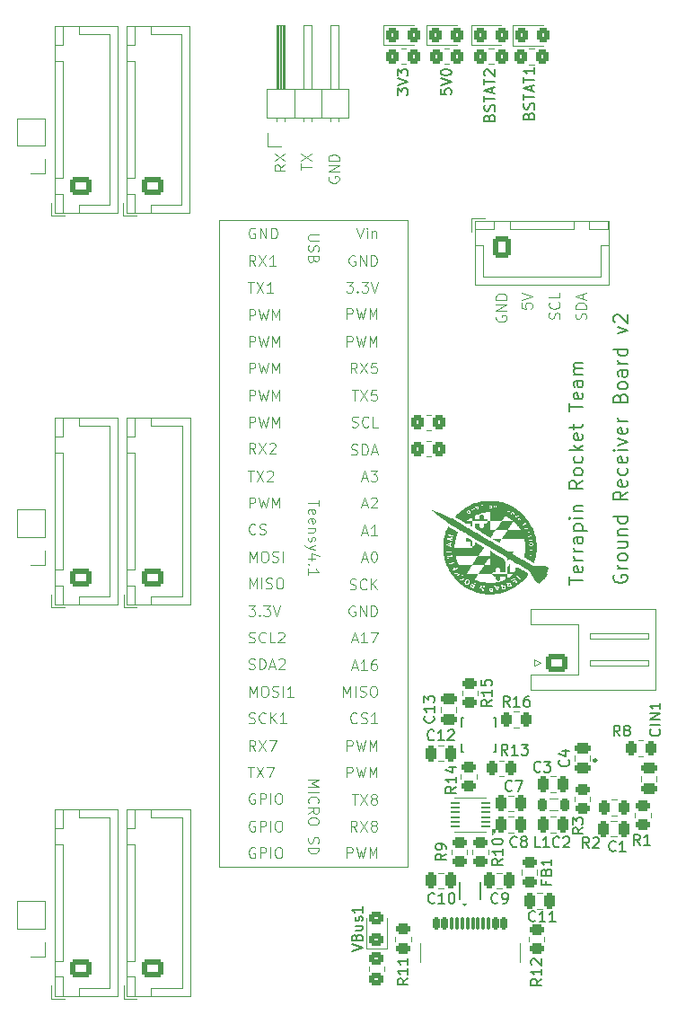
<source format=gto>
G04 #@! TF.GenerationSoftware,KiCad,Pcbnew,8.0.8*
G04 #@! TF.CreationDate,2025-03-10T12:23:01-04:00*
G04 #@! TF.ProjectId,ground-receiver,67726f75-6e64-42d7-9265-636569766572,rev?*
G04 #@! TF.SameCoordinates,Original*
G04 #@! TF.FileFunction,Legend,Top*
G04 #@! TF.FilePolarity,Positive*
%FSLAX46Y46*%
G04 Gerber Fmt 4.6, Leading zero omitted, Abs format (unit mm)*
G04 Created by KiCad (PCBNEW 8.0.8) date 2025-03-10 12:23:01*
%MOMM*%
%LPD*%
G01*
G04 APERTURE LIST*
G04 Aperture macros list*
%AMRoundRect*
0 Rectangle with rounded corners*
0 $1 Rounding radius*
0 $2 $3 $4 $5 $6 $7 $8 $9 X,Y pos of 4 corners*
0 Add a 4 corners polygon primitive as box body*
4,1,4,$2,$3,$4,$5,$6,$7,$8,$9,$2,$3,0*
0 Add four circle primitives for the rounded corners*
1,1,$1+$1,$2,$3*
1,1,$1+$1,$4,$5*
1,1,$1+$1,$6,$7*
1,1,$1+$1,$8,$9*
0 Add four rect primitives between the rounded corners*
20,1,$1+$1,$2,$3,$4,$5,0*
20,1,$1+$1,$4,$5,$6,$7,0*
20,1,$1+$1,$6,$7,$8,$9,0*
20,1,$1+$1,$8,$9,$2,$3,0*%
G04 Aperture macros list end*
%ADD10C,0.100000*%
%ADD11C,0.150000*%
%ADD12C,0.120000*%
%ADD13C,0.152400*%
%ADD14C,0.000000*%
%ADD15C,0.250000*%
%ADD16RoundRect,0.050000X0.350000X0.050000X-0.350000X0.050000X-0.350000X-0.050000X0.350000X-0.050000X0*%
%ADD17R,1.700000X2.500000*%
%ADD18R,0.254000X0.812800*%
%ADD19R,2.400000X1.650000*%
%ADD20RoundRect,0.250000X0.262500X0.450000X-0.262500X0.450000X-0.262500X-0.450000X0.262500X-0.450000X0*%
%ADD21RoundRect,0.250000X-0.600000X-0.725000X0.600000X-0.725000X0.600000X0.725000X-0.600000X0.725000X0*%
%ADD22O,1.700000X1.950000*%
%ADD23RoundRect,0.250000X-0.350000X-0.450000X0.350000X-0.450000X0.350000X0.450000X-0.350000X0.450000X0*%
%ADD24RoundRect,0.250000X-0.450000X0.262500X-0.450000X-0.262500X0.450000X-0.262500X0.450000X0.262500X0*%
%ADD25RoundRect,0.250000X0.250000X0.475000X-0.250000X0.475000X-0.250000X-0.475000X0.250000X-0.475000X0*%
%ADD26C,3.200000*%
%ADD27RoundRect,0.250000X-0.250000X-0.475000X0.250000X-0.475000X0.250000X0.475000X-0.250000X0.475000X0*%
%ADD28RoundRect,0.250000X0.450000X-0.262500X0.450000X0.262500X-0.450000X0.262500X-0.450000X-0.262500X0*%
%ADD29RoundRect,0.250000X0.475000X-0.250000X0.475000X0.250000X-0.475000X0.250000X-0.475000X-0.250000X0*%
%ADD30O,2.250000X1.500000*%
%ADD31RoundRect,0.250000X0.725000X-0.600000X0.725000X0.600000X-0.725000X0.600000X-0.725000X-0.600000X0*%
%ADD32O,1.950000X1.700000*%
%ADD33RoundRect,0.250000X0.450000X-0.325000X0.450000X0.325000X-0.450000X0.325000X-0.450000X-0.325000X0*%
%ADD34RoundRect,0.250000X-0.475000X0.250000X-0.475000X-0.250000X0.475000X-0.250000X0.475000X0.250000X0*%
%ADD35RoundRect,0.250000X0.750000X-0.600000X0.750000X0.600000X-0.750000X0.600000X-0.750000X-0.600000X0*%
%ADD36O,2.000000X1.700000*%
%ADD37RoundRect,0.250000X-0.325000X-0.450000X0.325000X-0.450000X0.325000X0.450000X-0.325000X0.450000X0*%
%ADD38R,1.700000X1.700000*%
%ADD39O,1.700000X1.700000*%
%ADD40R,0.279400X0.584200*%
%ADD41RoundRect,0.250000X0.350000X0.450000X-0.350000X0.450000X-0.350000X-0.450000X0.350000X-0.450000X0*%
%ADD42RoundRect,0.250000X-0.262500X-0.450000X0.262500X-0.450000X0.262500X0.450000X-0.262500X0.450000X0*%
%ADD43R,0.800000X0.300000*%
%ADD44R,1.750000X2.500000*%
%ADD45RoundRect,0.218750X0.218750X0.381250X-0.218750X0.381250X-0.218750X-0.381250X0.218750X-0.381250X0*%
%ADD46C,0.650000*%
%ADD47RoundRect,0.150000X-0.150000X-0.425000X0.150000X-0.425000X0.150000X0.425000X-0.150000X0.425000X0*%
%ADD48RoundRect,0.075000X-0.075000X-0.500000X0.075000X-0.500000X0.075000X0.500000X-0.075000X0.500000X0*%
%ADD49O,1.000000X2.100000*%
%ADD50O,1.000000X1.800000*%
%ADD51RoundRect,0.250000X-0.450000X0.350000X-0.450000X-0.350000X0.450000X-0.350000X0.450000X0.350000X0*%
G04 APERTURE END LIST*
D10*
X156605038Y-71651503D02*
X156557419Y-71746741D01*
X156557419Y-71746741D02*
X156557419Y-71889598D01*
X156557419Y-71889598D02*
X156605038Y-72032455D01*
X156605038Y-72032455D02*
X156700276Y-72127693D01*
X156700276Y-72127693D02*
X156795514Y-72175312D01*
X156795514Y-72175312D02*
X156985990Y-72222931D01*
X156985990Y-72222931D02*
X157128847Y-72222931D01*
X157128847Y-72222931D02*
X157319323Y-72175312D01*
X157319323Y-72175312D02*
X157414561Y-72127693D01*
X157414561Y-72127693D02*
X157509800Y-72032455D01*
X157509800Y-72032455D02*
X157557419Y-71889598D01*
X157557419Y-71889598D02*
X157557419Y-71794360D01*
X157557419Y-71794360D02*
X157509800Y-71651503D01*
X157509800Y-71651503D02*
X157462180Y-71603884D01*
X157462180Y-71603884D02*
X157128847Y-71603884D01*
X157128847Y-71603884D02*
X157128847Y-71794360D01*
X157557419Y-71175312D02*
X156557419Y-71175312D01*
X156557419Y-71175312D02*
X157557419Y-70603884D01*
X157557419Y-70603884D02*
X156557419Y-70603884D01*
X157557419Y-70127693D02*
X156557419Y-70127693D01*
X156557419Y-70127693D02*
X156557419Y-69889598D01*
X156557419Y-69889598D02*
X156605038Y-69746741D01*
X156605038Y-69746741D02*
X156700276Y-69651503D01*
X156700276Y-69651503D02*
X156795514Y-69603884D01*
X156795514Y-69603884D02*
X156985990Y-69556265D01*
X156985990Y-69556265D02*
X157128847Y-69556265D01*
X157128847Y-69556265D02*
X157319323Y-69603884D01*
X157319323Y-69603884D02*
X157414561Y-69651503D01*
X157414561Y-69651503D02*
X157509800Y-69746741D01*
X157509800Y-69746741D02*
X157557419Y-69889598D01*
X157557419Y-69889598D02*
X157557419Y-70127693D01*
X162509800Y-71937217D02*
X162557419Y-71794360D01*
X162557419Y-71794360D02*
X162557419Y-71556265D01*
X162557419Y-71556265D02*
X162509800Y-71461027D01*
X162509800Y-71461027D02*
X162462180Y-71413408D01*
X162462180Y-71413408D02*
X162366942Y-71365789D01*
X162366942Y-71365789D02*
X162271704Y-71365789D01*
X162271704Y-71365789D02*
X162176466Y-71413408D01*
X162176466Y-71413408D02*
X162128847Y-71461027D01*
X162128847Y-71461027D02*
X162081228Y-71556265D01*
X162081228Y-71556265D02*
X162033609Y-71746741D01*
X162033609Y-71746741D02*
X161985990Y-71841979D01*
X161985990Y-71841979D02*
X161938371Y-71889598D01*
X161938371Y-71889598D02*
X161843133Y-71937217D01*
X161843133Y-71937217D02*
X161747895Y-71937217D01*
X161747895Y-71937217D02*
X161652657Y-71889598D01*
X161652657Y-71889598D02*
X161605038Y-71841979D01*
X161605038Y-71841979D02*
X161557419Y-71746741D01*
X161557419Y-71746741D02*
X161557419Y-71508646D01*
X161557419Y-71508646D02*
X161605038Y-71365789D01*
X162462180Y-70365789D02*
X162509800Y-70413408D01*
X162509800Y-70413408D02*
X162557419Y-70556265D01*
X162557419Y-70556265D02*
X162557419Y-70651503D01*
X162557419Y-70651503D02*
X162509800Y-70794360D01*
X162509800Y-70794360D02*
X162414561Y-70889598D01*
X162414561Y-70889598D02*
X162319323Y-70937217D01*
X162319323Y-70937217D02*
X162128847Y-70984836D01*
X162128847Y-70984836D02*
X161985990Y-70984836D01*
X161985990Y-70984836D02*
X161795514Y-70937217D01*
X161795514Y-70937217D02*
X161700276Y-70889598D01*
X161700276Y-70889598D02*
X161605038Y-70794360D01*
X161605038Y-70794360D02*
X161557419Y-70651503D01*
X161557419Y-70651503D02*
X161557419Y-70556265D01*
X161557419Y-70556265D02*
X161605038Y-70413408D01*
X161605038Y-70413408D02*
X161652657Y-70365789D01*
X162557419Y-69461027D02*
X162557419Y-69937217D01*
X162557419Y-69937217D02*
X161557419Y-69937217D01*
X138157419Y-57884836D02*
X138157419Y-57313408D01*
X139157419Y-57599122D02*
X138157419Y-57599122D01*
X138157419Y-57075312D02*
X139157419Y-56408646D01*
X138157419Y-56408646D02*
X139157419Y-57075312D01*
X158957419Y-70461027D02*
X158957419Y-70937217D01*
X158957419Y-70937217D02*
X159433609Y-70984836D01*
X159433609Y-70984836D02*
X159385990Y-70937217D01*
X159385990Y-70937217D02*
X159338371Y-70841979D01*
X159338371Y-70841979D02*
X159338371Y-70603884D01*
X159338371Y-70603884D02*
X159385990Y-70508646D01*
X159385990Y-70508646D02*
X159433609Y-70461027D01*
X159433609Y-70461027D02*
X159528847Y-70413408D01*
X159528847Y-70413408D02*
X159766942Y-70413408D01*
X159766942Y-70413408D02*
X159862180Y-70461027D01*
X159862180Y-70461027D02*
X159909800Y-70508646D01*
X159909800Y-70508646D02*
X159957419Y-70603884D01*
X159957419Y-70603884D02*
X159957419Y-70841979D01*
X159957419Y-70841979D02*
X159909800Y-70937217D01*
X159909800Y-70937217D02*
X159862180Y-70984836D01*
X158957419Y-70127693D02*
X159957419Y-69794360D01*
X159957419Y-69794360D02*
X158957419Y-69461027D01*
D11*
X163447250Y-96977506D02*
X163447250Y-96234649D01*
X164747250Y-96606077D02*
X163447250Y-96606077D01*
X164685346Y-95306078D02*
X164747250Y-95429887D01*
X164747250Y-95429887D02*
X164747250Y-95677506D01*
X164747250Y-95677506D02*
X164685346Y-95801316D01*
X164685346Y-95801316D02*
X164561536Y-95863220D01*
X164561536Y-95863220D02*
X164066298Y-95863220D01*
X164066298Y-95863220D02*
X163942488Y-95801316D01*
X163942488Y-95801316D02*
X163880584Y-95677506D01*
X163880584Y-95677506D02*
X163880584Y-95429887D01*
X163880584Y-95429887D02*
X163942488Y-95306078D01*
X163942488Y-95306078D02*
X164066298Y-95244173D01*
X164066298Y-95244173D02*
X164190107Y-95244173D01*
X164190107Y-95244173D02*
X164313917Y-95863220D01*
X164747250Y-94687030D02*
X163880584Y-94687030D01*
X164128203Y-94687030D02*
X164004393Y-94625125D01*
X164004393Y-94625125D02*
X163942488Y-94563220D01*
X163942488Y-94563220D02*
X163880584Y-94439411D01*
X163880584Y-94439411D02*
X163880584Y-94315601D01*
X164747250Y-93882268D02*
X163880584Y-93882268D01*
X164128203Y-93882268D02*
X164004393Y-93820363D01*
X164004393Y-93820363D02*
X163942488Y-93758458D01*
X163942488Y-93758458D02*
X163880584Y-93634649D01*
X163880584Y-93634649D02*
X163880584Y-93510839D01*
X164747250Y-92520363D02*
X164066298Y-92520363D01*
X164066298Y-92520363D02*
X163942488Y-92582268D01*
X163942488Y-92582268D02*
X163880584Y-92706077D01*
X163880584Y-92706077D02*
X163880584Y-92953696D01*
X163880584Y-92953696D02*
X163942488Y-93077506D01*
X164685346Y-92520363D02*
X164747250Y-92644172D01*
X164747250Y-92644172D02*
X164747250Y-92953696D01*
X164747250Y-92953696D02*
X164685346Y-93077506D01*
X164685346Y-93077506D02*
X164561536Y-93139410D01*
X164561536Y-93139410D02*
X164437726Y-93139410D01*
X164437726Y-93139410D02*
X164313917Y-93077506D01*
X164313917Y-93077506D02*
X164252012Y-92953696D01*
X164252012Y-92953696D02*
X164252012Y-92644172D01*
X164252012Y-92644172D02*
X164190107Y-92520363D01*
X163880584Y-91901316D02*
X165180584Y-91901316D01*
X163942488Y-91901316D02*
X163880584Y-91777506D01*
X163880584Y-91777506D02*
X163880584Y-91529887D01*
X163880584Y-91529887D02*
X163942488Y-91406078D01*
X163942488Y-91406078D02*
X164004393Y-91344173D01*
X164004393Y-91344173D02*
X164128203Y-91282268D01*
X164128203Y-91282268D02*
X164499631Y-91282268D01*
X164499631Y-91282268D02*
X164623441Y-91344173D01*
X164623441Y-91344173D02*
X164685346Y-91406078D01*
X164685346Y-91406078D02*
X164747250Y-91529887D01*
X164747250Y-91529887D02*
X164747250Y-91777506D01*
X164747250Y-91777506D02*
X164685346Y-91901316D01*
X164747250Y-90725126D02*
X163880584Y-90725126D01*
X163447250Y-90725126D02*
X163509155Y-90787030D01*
X163509155Y-90787030D02*
X163571060Y-90725126D01*
X163571060Y-90725126D02*
X163509155Y-90663221D01*
X163509155Y-90663221D02*
X163447250Y-90725126D01*
X163447250Y-90725126D02*
X163571060Y-90725126D01*
X163880584Y-90106078D02*
X164747250Y-90106078D01*
X164004393Y-90106078D02*
X163942488Y-90044173D01*
X163942488Y-90044173D02*
X163880584Y-89920363D01*
X163880584Y-89920363D02*
X163880584Y-89734649D01*
X163880584Y-89734649D02*
X163942488Y-89610840D01*
X163942488Y-89610840D02*
X164066298Y-89548935D01*
X164066298Y-89548935D02*
X164747250Y-89548935D01*
X164747250Y-87196555D02*
X164128203Y-87629888D01*
X164747250Y-87939412D02*
X163447250Y-87939412D01*
X163447250Y-87939412D02*
X163447250Y-87444174D01*
X163447250Y-87444174D02*
X163509155Y-87320364D01*
X163509155Y-87320364D02*
X163571060Y-87258459D01*
X163571060Y-87258459D02*
X163694869Y-87196555D01*
X163694869Y-87196555D02*
X163880584Y-87196555D01*
X163880584Y-87196555D02*
X164004393Y-87258459D01*
X164004393Y-87258459D02*
X164066298Y-87320364D01*
X164066298Y-87320364D02*
X164128203Y-87444174D01*
X164128203Y-87444174D02*
X164128203Y-87939412D01*
X164747250Y-86453697D02*
X164685346Y-86577507D01*
X164685346Y-86577507D02*
X164623441Y-86639412D01*
X164623441Y-86639412D02*
X164499631Y-86701316D01*
X164499631Y-86701316D02*
X164128203Y-86701316D01*
X164128203Y-86701316D02*
X164004393Y-86639412D01*
X164004393Y-86639412D02*
X163942488Y-86577507D01*
X163942488Y-86577507D02*
X163880584Y-86453697D01*
X163880584Y-86453697D02*
X163880584Y-86267983D01*
X163880584Y-86267983D02*
X163942488Y-86144174D01*
X163942488Y-86144174D02*
X164004393Y-86082269D01*
X164004393Y-86082269D02*
X164128203Y-86020364D01*
X164128203Y-86020364D02*
X164499631Y-86020364D01*
X164499631Y-86020364D02*
X164623441Y-86082269D01*
X164623441Y-86082269D02*
X164685346Y-86144174D01*
X164685346Y-86144174D02*
X164747250Y-86267983D01*
X164747250Y-86267983D02*
X164747250Y-86453697D01*
X164685346Y-84906079D02*
X164747250Y-85029888D01*
X164747250Y-85029888D02*
X164747250Y-85277507D01*
X164747250Y-85277507D02*
X164685346Y-85401317D01*
X164685346Y-85401317D02*
X164623441Y-85463222D01*
X164623441Y-85463222D02*
X164499631Y-85525126D01*
X164499631Y-85525126D02*
X164128203Y-85525126D01*
X164128203Y-85525126D02*
X164004393Y-85463222D01*
X164004393Y-85463222D02*
X163942488Y-85401317D01*
X163942488Y-85401317D02*
X163880584Y-85277507D01*
X163880584Y-85277507D02*
X163880584Y-85029888D01*
X163880584Y-85029888D02*
X163942488Y-84906079D01*
X164747250Y-84348936D02*
X163447250Y-84348936D01*
X164252012Y-84225126D02*
X164747250Y-83853698D01*
X163880584Y-83853698D02*
X164375822Y-84348936D01*
X164685346Y-82801317D02*
X164747250Y-82925126D01*
X164747250Y-82925126D02*
X164747250Y-83172745D01*
X164747250Y-83172745D02*
X164685346Y-83296555D01*
X164685346Y-83296555D02*
X164561536Y-83358459D01*
X164561536Y-83358459D02*
X164066298Y-83358459D01*
X164066298Y-83358459D02*
X163942488Y-83296555D01*
X163942488Y-83296555D02*
X163880584Y-83172745D01*
X163880584Y-83172745D02*
X163880584Y-82925126D01*
X163880584Y-82925126D02*
X163942488Y-82801317D01*
X163942488Y-82801317D02*
X164066298Y-82739412D01*
X164066298Y-82739412D02*
X164190107Y-82739412D01*
X164190107Y-82739412D02*
X164313917Y-83358459D01*
X163880584Y-82367983D02*
X163880584Y-81872745D01*
X163447250Y-82182269D02*
X164561536Y-82182269D01*
X164561536Y-82182269D02*
X164685346Y-82120364D01*
X164685346Y-82120364D02*
X164747250Y-81996554D01*
X164747250Y-81996554D02*
X164747250Y-81872745D01*
X163447250Y-80634650D02*
X163447250Y-79891793D01*
X164747250Y-80263221D02*
X163447250Y-80263221D01*
X164685346Y-78963222D02*
X164747250Y-79087031D01*
X164747250Y-79087031D02*
X164747250Y-79334650D01*
X164747250Y-79334650D02*
X164685346Y-79458460D01*
X164685346Y-79458460D02*
X164561536Y-79520364D01*
X164561536Y-79520364D02*
X164066298Y-79520364D01*
X164066298Y-79520364D02*
X163942488Y-79458460D01*
X163942488Y-79458460D02*
X163880584Y-79334650D01*
X163880584Y-79334650D02*
X163880584Y-79087031D01*
X163880584Y-79087031D02*
X163942488Y-78963222D01*
X163942488Y-78963222D02*
X164066298Y-78901317D01*
X164066298Y-78901317D02*
X164190107Y-78901317D01*
X164190107Y-78901317D02*
X164313917Y-79520364D01*
X164747250Y-77787031D02*
X164066298Y-77787031D01*
X164066298Y-77787031D02*
X163942488Y-77848936D01*
X163942488Y-77848936D02*
X163880584Y-77972745D01*
X163880584Y-77972745D02*
X163880584Y-78220364D01*
X163880584Y-78220364D02*
X163942488Y-78344174D01*
X164685346Y-77787031D02*
X164747250Y-77910840D01*
X164747250Y-77910840D02*
X164747250Y-78220364D01*
X164747250Y-78220364D02*
X164685346Y-78344174D01*
X164685346Y-78344174D02*
X164561536Y-78406078D01*
X164561536Y-78406078D02*
X164437726Y-78406078D01*
X164437726Y-78406078D02*
X164313917Y-78344174D01*
X164313917Y-78344174D02*
X164252012Y-78220364D01*
X164252012Y-78220364D02*
X164252012Y-77910840D01*
X164252012Y-77910840D02*
X164190107Y-77787031D01*
X164747250Y-77167984D02*
X163880584Y-77167984D01*
X164004393Y-77167984D02*
X163942488Y-77106079D01*
X163942488Y-77106079D02*
X163880584Y-76982269D01*
X163880584Y-76982269D02*
X163880584Y-76796555D01*
X163880584Y-76796555D02*
X163942488Y-76672746D01*
X163942488Y-76672746D02*
X164066298Y-76610841D01*
X164066298Y-76610841D02*
X164747250Y-76610841D01*
X164066298Y-76610841D02*
X163942488Y-76548936D01*
X163942488Y-76548936D02*
X163880584Y-76425127D01*
X163880584Y-76425127D02*
X163880584Y-76239412D01*
X163880584Y-76239412D02*
X163942488Y-76115603D01*
X163942488Y-76115603D02*
X164066298Y-76053698D01*
X164066298Y-76053698D02*
X164747250Y-76053698D01*
X167695009Y-96110839D02*
X167633104Y-96234649D01*
X167633104Y-96234649D02*
X167633104Y-96420363D01*
X167633104Y-96420363D02*
X167695009Y-96606077D01*
X167695009Y-96606077D02*
X167818819Y-96729887D01*
X167818819Y-96729887D02*
X167942628Y-96791792D01*
X167942628Y-96791792D02*
X168190247Y-96853696D01*
X168190247Y-96853696D02*
X168375961Y-96853696D01*
X168375961Y-96853696D02*
X168623580Y-96791792D01*
X168623580Y-96791792D02*
X168747390Y-96729887D01*
X168747390Y-96729887D02*
X168871200Y-96606077D01*
X168871200Y-96606077D02*
X168933104Y-96420363D01*
X168933104Y-96420363D02*
X168933104Y-96296554D01*
X168933104Y-96296554D02*
X168871200Y-96110839D01*
X168871200Y-96110839D02*
X168809295Y-96048935D01*
X168809295Y-96048935D02*
X168375961Y-96048935D01*
X168375961Y-96048935D02*
X168375961Y-96296554D01*
X168933104Y-95491792D02*
X168066438Y-95491792D01*
X168314057Y-95491792D02*
X168190247Y-95429887D01*
X168190247Y-95429887D02*
X168128342Y-95367982D01*
X168128342Y-95367982D02*
X168066438Y-95244173D01*
X168066438Y-95244173D02*
X168066438Y-95120363D01*
X168933104Y-94501315D02*
X168871200Y-94625125D01*
X168871200Y-94625125D02*
X168809295Y-94687030D01*
X168809295Y-94687030D02*
X168685485Y-94748934D01*
X168685485Y-94748934D02*
X168314057Y-94748934D01*
X168314057Y-94748934D02*
X168190247Y-94687030D01*
X168190247Y-94687030D02*
X168128342Y-94625125D01*
X168128342Y-94625125D02*
X168066438Y-94501315D01*
X168066438Y-94501315D02*
X168066438Y-94315601D01*
X168066438Y-94315601D02*
X168128342Y-94191792D01*
X168128342Y-94191792D02*
X168190247Y-94129887D01*
X168190247Y-94129887D02*
X168314057Y-94067982D01*
X168314057Y-94067982D02*
X168685485Y-94067982D01*
X168685485Y-94067982D02*
X168809295Y-94129887D01*
X168809295Y-94129887D02*
X168871200Y-94191792D01*
X168871200Y-94191792D02*
X168933104Y-94315601D01*
X168933104Y-94315601D02*
X168933104Y-94501315D01*
X168066438Y-92953697D02*
X168933104Y-92953697D01*
X168066438Y-93510840D02*
X168747390Y-93510840D01*
X168747390Y-93510840D02*
X168871200Y-93448935D01*
X168871200Y-93448935D02*
X168933104Y-93325125D01*
X168933104Y-93325125D02*
X168933104Y-93139411D01*
X168933104Y-93139411D02*
X168871200Y-93015602D01*
X168871200Y-93015602D02*
X168809295Y-92953697D01*
X168066438Y-92334650D02*
X168933104Y-92334650D01*
X168190247Y-92334650D02*
X168128342Y-92272745D01*
X168128342Y-92272745D02*
X168066438Y-92148935D01*
X168066438Y-92148935D02*
X168066438Y-91963221D01*
X168066438Y-91963221D02*
X168128342Y-91839412D01*
X168128342Y-91839412D02*
X168252152Y-91777507D01*
X168252152Y-91777507D02*
X168933104Y-91777507D01*
X168933104Y-90601317D02*
X167633104Y-90601317D01*
X168871200Y-90601317D02*
X168933104Y-90725126D01*
X168933104Y-90725126D02*
X168933104Y-90972745D01*
X168933104Y-90972745D02*
X168871200Y-91096555D01*
X168871200Y-91096555D02*
X168809295Y-91158460D01*
X168809295Y-91158460D02*
X168685485Y-91220364D01*
X168685485Y-91220364D02*
X168314057Y-91220364D01*
X168314057Y-91220364D02*
X168190247Y-91158460D01*
X168190247Y-91158460D02*
X168128342Y-91096555D01*
X168128342Y-91096555D02*
X168066438Y-90972745D01*
X168066438Y-90972745D02*
X168066438Y-90725126D01*
X168066438Y-90725126D02*
X168128342Y-90601317D01*
X168933104Y-88248937D02*
X168314057Y-88682270D01*
X168933104Y-88991794D02*
X167633104Y-88991794D01*
X167633104Y-88991794D02*
X167633104Y-88496556D01*
X167633104Y-88496556D02*
X167695009Y-88372746D01*
X167695009Y-88372746D02*
X167756914Y-88310841D01*
X167756914Y-88310841D02*
X167880723Y-88248937D01*
X167880723Y-88248937D02*
X168066438Y-88248937D01*
X168066438Y-88248937D02*
X168190247Y-88310841D01*
X168190247Y-88310841D02*
X168252152Y-88372746D01*
X168252152Y-88372746D02*
X168314057Y-88496556D01*
X168314057Y-88496556D02*
X168314057Y-88991794D01*
X168871200Y-87196556D02*
X168933104Y-87320365D01*
X168933104Y-87320365D02*
X168933104Y-87567984D01*
X168933104Y-87567984D02*
X168871200Y-87691794D01*
X168871200Y-87691794D02*
X168747390Y-87753698D01*
X168747390Y-87753698D02*
X168252152Y-87753698D01*
X168252152Y-87753698D02*
X168128342Y-87691794D01*
X168128342Y-87691794D02*
X168066438Y-87567984D01*
X168066438Y-87567984D02*
X168066438Y-87320365D01*
X168066438Y-87320365D02*
X168128342Y-87196556D01*
X168128342Y-87196556D02*
X168252152Y-87134651D01*
X168252152Y-87134651D02*
X168375961Y-87134651D01*
X168375961Y-87134651D02*
X168499771Y-87753698D01*
X168871200Y-86020365D02*
X168933104Y-86144174D01*
X168933104Y-86144174D02*
X168933104Y-86391793D01*
X168933104Y-86391793D02*
X168871200Y-86515603D01*
X168871200Y-86515603D02*
X168809295Y-86577508D01*
X168809295Y-86577508D02*
X168685485Y-86639412D01*
X168685485Y-86639412D02*
X168314057Y-86639412D01*
X168314057Y-86639412D02*
X168190247Y-86577508D01*
X168190247Y-86577508D02*
X168128342Y-86515603D01*
X168128342Y-86515603D02*
X168066438Y-86391793D01*
X168066438Y-86391793D02*
X168066438Y-86144174D01*
X168066438Y-86144174D02*
X168128342Y-86020365D01*
X168871200Y-84967984D02*
X168933104Y-85091793D01*
X168933104Y-85091793D02*
X168933104Y-85339412D01*
X168933104Y-85339412D02*
X168871200Y-85463222D01*
X168871200Y-85463222D02*
X168747390Y-85525126D01*
X168747390Y-85525126D02*
X168252152Y-85525126D01*
X168252152Y-85525126D02*
X168128342Y-85463222D01*
X168128342Y-85463222D02*
X168066438Y-85339412D01*
X168066438Y-85339412D02*
X168066438Y-85091793D01*
X168066438Y-85091793D02*
X168128342Y-84967984D01*
X168128342Y-84967984D02*
X168252152Y-84906079D01*
X168252152Y-84906079D02*
X168375961Y-84906079D01*
X168375961Y-84906079D02*
X168499771Y-85525126D01*
X168933104Y-84348936D02*
X168066438Y-84348936D01*
X167633104Y-84348936D02*
X167695009Y-84410840D01*
X167695009Y-84410840D02*
X167756914Y-84348936D01*
X167756914Y-84348936D02*
X167695009Y-84287031D01*
X167695009Y-84287031D02*
X167633104Y-84348936D01*
X167633104Y-84348936D02*
X167756914Y-84348936D01*
X168066438Y-83853697D02*
X168933104Y-83544173D01*
X168933104Y-83544173D02*
X168066438Y-83234650D01*
X168871200Y-82244174D02*
X168933104Y-82367983D01*
X168933104Y-82367983D02*
X168933104Y-82615602D01*
X168933104Y-82615602D02*
X168871200Y-82739412D01*
X168871200Y-82739412D02*
X168747390Y-82801316D01*
X168747390Y-82801316D02*
X168252152Y-82801316D01*
X168252152Y-82801316D02*
X168128342Y-82739412D01*
X168128342Y-82739412D02*
X168066438Y-82615602D01*
X168066438Y-82615602D02*
X168066438Y-82367983D01*
X168066438Y-82367983D02*
X168128342Y-82244174D01*
X168128342Y-82244174D02*
X168252152Y-82182269D01*
X168252152Y-82182269D02*
X168375961Y-82182269D01*
X168375961Y-82182269D02*
X168499771Y-82801316D01*
X168933104Y-81625126D02*
X168066438Y-81625126D01*
X168314057Y-81625126D02*
X168190247Y-81563221D01*
X168190247Y-81563221D02*
X168128342Y-81501316D01*
X168128342Y-81501316D02*
X168066438Y-81377507D01*
X168066438Y-81377507D02*
X168066438Y-81253697D01*
X168252152Y-79396554D02*
X168314057Y-79210840D01*
X168314057Y-79210840D02*
X168375961Y-79148935D01*
X168375961Y-79148935D02*
X168499771Y-79087031D01*
X168499771Y-79087031D02*
X168685485Y-79087031D01*
X168685485Y-79087031D02*
X168809295Y-79148935D01*
X168809295Y-79148935D02*
X168871200Y-79210840D01*
X168871200Y-79210840D02*
X168933104Y-79334650D01*
X168933104Y-79334650D02*
X168933104Y-79829888D01*
X168933104Y-79829888D02*
X167633104Y-79829888D01*
X167633104Y-79829888D02*
X167633104Y-79396554D01*
X167633104Y-79396554D02*
X167695009Y-79272745D01*
X167695009Y-79272745D02*
X167756914Y-79210840D01*
X167756914Y-79210840D02*
X167880723Y-79148935D01*
X167880723Y-79148935D02*
X168004533Y-79148935D01*
X168004533Y-79148935D02*
X168128342Y-79210840D01*
X168128342Y-79210840D02*
X168190247Y-79272745D01*
X168190247Y-79272745D02*
X168252152Y-79396554D01*
X168252152Y-79396554D02*
X168252152Y-79829888D01*
X168933104Y-78344173D02*
X168871200Y-78467983D01*
X168871200Y-78467983D02*
X168809295Y-78529888D01*
X168809295Y-78529888D02*
X168685485Y-78591792D01*
X168685485Y-78591792D02*
X168314057Y-78591792D01*
X168314057Y-78591792D02*
X168190247Y-78529888D01*
X168190247Y-78529888D02*
X168128342Y-78467983D01*
X168128342Y-78467983D02*
X168066438Y-78344173D01*
X168066438Y-78344173D02*
X168066438Y-78158459D01*
X168066438Y-78158459D02*
X168128342Y-78034650D01*
X168128342Y-78034650D02*
X168190247Y-77972745D01*
X168190247Y-77972745D02*
X168314057Y-77910840D01*
X168314057Y-77910840D02*
X168685485Y-77910840D01*
X168685485Y-77910840D02*
X168809295Y-77972745D01*
X168809295Y-77972745D02*
X168871200Y-78034650D01*
X168871200Y-78034650D02*
X168933104Y-78158459D01*
X168933104Y-78158459D02*
X168933104Y-78344173D01*
X168933104Y-76796555D02*
X168252152Y-76796555D01*
X168252152Y-76796555D02*
X168128342Y-76858460D01*
X168128342Y-76858460D02*
X168066438Y-76982269D01*
X168066438Y-76982269D02*
X168066438Y-77229888D01*
X168066438Y-77229888D02*
X168128342Y-77353698D01*
X168871200Y-76796555D02*
X168933104Y-76920364D01*
X168933104Y-76920364D02*
X168933104Y-77229888D01*
X168933104Y-77229888D02*
X168871200Y-77353698D01*
X168871200Y-77353698D02*
X168747390Y-77415602D01*
X168747390Y-77415602D02*
X168623580Y-77415602D01*
X168623580Y-77415602D02*
X168499771Y-77353698D01*
X168499771Y-77353698D02*
X168437866Y-77229888D01*
X168437866Y-77229888D02*
X168437866Y-76920364D01*
X168437866Y-76920364D02*
X168375961Y-76796555D01*
X168933104Y-76177508D02*
X168066438Y-76177508D01*
X168314057Y-76177508D02*
X168190247Y-76115603D01*
X168190247Y-76115603D02*
X168128342Y-76053698D01*
X168128342Y-76053698D02*
X168066438Y-75929889D01*
X168066438Y-75929889D02*
X168066438Y-75806079D01*
X168933104Y-74815603D02*
X167633104Y-74815603D01*
X168871200Y-74815603D02*
X168933104Y-74939412D01*
X168933104Y-74939412D02*
X168933104Y-75187031D01*
X168933104Y-75187031D02*
X168871200Y-75310841D01*
X168871200Y-75310841D02*
X168809295Y-75372746D01*
X168809295Y-75372746D02*
X168685485Y-75434650D01*
X168685485Y-75434650D02*
X168314057Y-75434650D01*
X168314057Y-75434650D02*
X168190247Y-75372746D01*
X168190247Y-75372746D02*
X168128342Y-75310841D01*
X168128342Y-75310841D02*
X168066438Y-75187031D01*
X168066438Y-75187031D02*
X168066438Y-74939412D01*
X168066438Y-74939412D02*
X168128342Y-74815603D01*
X168066438Y-73329889D02*
X168933104Y-73020365D01*
X168933104Y-73020365D02*
X168066438Y-72710842D01*
X167756914Y-72277508D02*
X167695009Y-72215604D01*
X167695009Y-72215604D02*
X167633104Y-72091794D01*
X167633104Y-72091794D02*
X167633104Y-71782270D01*
X167633104Y-71782270D02*
X167695009Y-71658461D01*
X167695009Y-71658461D02*
X167756914Y-71596556D01*
X167756914Y-71596556D02*
X167880723Y-71534651D01*
X167880723Y-71534651D02*
X168004533Y-71534651D01*
X168004533Y-71534651D02*
X168190247Y-71596556D01*
X168190247Y-71596556D02*
X168933104Y-72339413D01*
X168933104Y-72339413D02*
X168933104Y-71534651D01*
D10*
X136657419Y-57408646D02*
X136181228Y-57741979D01*
X136657419Y-57980074D02*
X135657419Y-57980074D01*
X135657419Y-57980074D02*
X135657419Y-57599122D01*
X135657419Y-57599122D02*
X135705038Y-57503884D01*
X135705038Y-57503884D02*
X135752657Y-57456265D01*
X135752657Y-57456265D02*
X135847895Y-57408646D01*
X135847895Y-57408646D02*
X135990752Y-57408646D01*
X135990752Y-57408646D02*
X136085990Y-57456265D01*
X136085990Y-57456265D02*
X136133609Y-57503884D01*
X136133609Y-57503884D02*
X136181228Y-57599122D01*
X136181228Y-57599122D02*
X136181228Y-57980074D01*
X135657419Y-57075312D02*
X136657419Y-56408646D01*
X135657419Y-56408646D02*
X136657419Y-57075312D01*
X140805038Y-58551503D02*
X140757419Y-58646741D01*
X140757419Y-58646741D02*
X140757419Y-58789598D01*
X140757419Y-58789598D02*
X140805038Y-58932455D01*
X140805038Y-58932455D02*
X140900276Y-59027693D01*
X140900276Y-59027693D02*
X140995514Y-59075312D01*
X140995514Y-59075312D02*
X141185990Y-59122931D01*
X141185990Y-59122931D02*
X141328847Y-59122931D01*
X141328847Y-59122931D02*
X141519323Y-59075312D01*
X141519323Y-59075312D02*
X141614561Y-59027693D01*
X141614561Y-59027693D02*
X141709800Y-58932455D01*
X141709800Y-58932455D02*
X141757419Y-58789598D01*
X141757419Y-58789598D02*
X141757419Y-58694360D01*
X141757419Y-58694360D02*
X141709800Y-58551503D01*
X141709800Y-58551503D02*
X141662180Y-58503884D01*
X141662180Y-58503884D02*
X141328847Y-58503884D01*
X141328847Y-58503884D02*
X141328847Y-58694360D01*
X141757419Y-58075312D02*
X140757419Y-58075312D01*
X140757419Y-58075312D02*
X141757419Y-57503884D01*
X141757419Y-57503884D02*
X140757419Y-57503884D01*
X141757419Y-57027693D02*
X140757419Y-57027693D01*
X140757419Y-57027693D02*
X140757419Y-56789598D01*
X140757419Y-56789598D02*
X140805038Y-56646741D01*
X140805038Y-56646741D02*
X140900276Y-56551503D01*
X140900276Y-56551503D02*
X140995514Y-56503884D01*
X140995514Y-56503884D02*
X141185990Y-56456265D01*
X141185990Y-56456265D02*
X141328847Y-56456265D01*
X141328847Y-56456265D02*
X141519323Y-56503884D01*
X141519323Y-56503884D02*
X141614561Y-56551503D01*
X141614561Y-56551503D02*
X141709800Y-56646741D01*
X141709800Y-56646741D02*
X141757419Y-56789598D01*
X141757419Y-56789598D02*
X141757419Y-57027693D01*
X165009800Y-71984836D02*
X165057419Y-71841979D01*
X165057419Y-71841979D02*
X165057419Y-71603884D01*
X165057419Y-71603884D02*
X165009800Y-71508646D01*
X165009800Y-71508646D02*
X164962180Y-71461027D01*
X164962180Y-71461027D02*
X164866942Y-71413408D01*
X164866942Y-71413408D02*
X164771704Y-71413408D01*
X164771704Y-71413408D02*
X164676466Y-71461027D01*
X164676466Y-71461027D02*
X164628847Y-71508646D01*
X164628847Y-71508646D02*
X164581228Y-71603884D01*
X164581228Y-71603884D02*
X164533609Y-71794360D01*
X164533609Y-71794360D02*
X164485990Y-71889598D01*
X164485990Y-71889598D02*
X164438371Y-71937217D01*
X164438371Y-71937217D02*
X164343133Y-71984836D01*
X164343133Y-71984836D02*
X164247895Y-71984836D01*
X164247895Y-71984836D02*
X164152657Y-71937217D01*
X164152657Y-71937217D02*
X164105038Y-71889598D01*
X164105038Y-71889598D02*
X164057419Y-71794360D01*
X164057419Y-71794360D02*
X164057419Y-71556265D01*
X164057419Y-71556265D02*
X164105038Y-71413408D01*
X165057419Y-70984836D02*
X164057419Y-70984836D01*
X164057419Y-70984836D02*
X164057419Y-70746741D01*
X164057419Y-70746741D02*
X164105038Y-70603884D01*
X164105038Y-70603884D02*
X164200276Y-70508646D01*
X164200276Y-70508646D02*
X164295514Y-70461027D01*
X164295514Y-70461027D02*
X164485990Y-70413408D01*
X164485990Y-70413408D02*
X164628847Y-70413408D01*
X164628847Y-70413408D02*
X164819323Y-70461027D01*
X164819323Y-70461027D02*
X164914561Y-70508646D01*
X164914561Y-70508646D02*
X165009800Y-70603884D01*
X165009800Y-70603884D02*
X165057419Y-70746741D01*
X165057419Y-70746741D02*
X165057419Y-70984836D01*
X164771704Y-70032455D02*
X164771704Y-69556265D01*
X165057419Y-70127693D02*
X164057419Y-69794360D01*
X164057419Y-69794360D02*
X165057419Y-69461027D01*
D11*
X168233333Y-111267319D02*
X167900000Y-110791128D01*
X167661905Y-111267319D02*
X167661905Y-110267319D01*
X167661905Y-110267319D02*
X168042857Y-110267319D01*
X168042857Y-110267319D02*
X168138095Y-110314938D01*
X168138095Y-110314938D02*
X168185714Y-110362557D01*
X168185714Y-110362557D02*
X168233333Y-110457795D01*
X168233333Y-110457795D02*
X168233333Y-110600652D01*
X168233333Y-110600652D02*
X168185714Y-110695890D01*
X168185714Y-110695890D02*
X168138095Y-110743509D01*
X168138095Y-110743509D02*
X168042857Y-110791128D01*
X168042857Y-110791128D02*
X167661905Y-110791128D01*
X168804762Y-110695890D02*
X168709524Y-110648271D01*
X168709524Y-110648271D02*
X168661905Y-110600652D01*
X168661905Y-110600652D02*
X168614286Y-110505414D01*
X168614286Y-110505414D02*
X168614286Y-110457795D01*
X168614286Y-110457795D02*
X168661905Y-110362557D01*
X168661905Y-110362557D02*
X168709524Y-110314938D01*
X168709524Y-110314938D02*
X168804762Y-110267319D01*
X168804762Y-110267319D02*
X168995238Y-110267319D01*
X168995238Y-110267319D02*
X169090476Y-110314938D01*
X169090476Y-110314938D02*
X169138095Y-110362557D01*
X169138095Y-110362557D02*
X169185714Y-110457795D01*
X169185714Y-110457795D02*
X169185714Y-110505414D01*
X169185714Y-110505414D02*
X169138095Y-110600652D01*
X169138095Y-110600652D02*
X169090476Y-110648271D01*
X169090476Y-110648271D02*
X168995238Y-110695890D01*
X168995238Y-110695890D02*
X168804762Y-110695890D01*
X168804762Y-110695890D02*
X168709524Y-110743509D01*
X168709524Y-110743509D02*
X168661905Y-110791128D01*
X168661905Y-110791128D02*
X168614286Y-110886366D01*
X168614286Y-110886366D02*
X168614286Y-111076842D01*
X168614286Y-111076842D02*
X168661905Y-111172080D01*
X168661905Y-111172080D02*
X168709524Y-111219700D01*
X168709524Y-111219700D02*
X168804762Y-111267319D01*
X168804762Y-111267319D02*
X168995238Y-111267319D01*
X168995238Y-111267319D02*
X169090476Y-111219700D01*
X169090476Y-111219700D02*
X169138095Y-111172080D01*
X169138095Y-111172080D02*
X169185714Y-111076842D01*
X169185714Y-111076842D02*
X169185714Y-110886366D01*
X169185714Y-110886366D02*
X169138095Y-110791128D01*
X169138095Y-110791128D02*
X169090476Y-110743509D01*
X169090476Y-110743509D02*
X168995238Y-110695890D01*
X164767319Y-119904166D02*
X164291128Y-120237499D01*
X164767319Y-120475594D02*
X163767319Y-120475594D01*
X163767319Y-120475594D02*
X163767319Y-120094642D01*
X163767319Y-120094642D02*
X163814938Y-119999404D01*
X163814938Y-119999404D02*
X163862557Y-119951785D01*
X163862557Y-119951785D02*
X163957795Y-119904166D01*
X163957795Y-119904166D02*
X164100652Y-119904166D01*
X164100652Y-119904166D02*
X164195890Y-119951785D01*
X164195890Y-119951785D02*
X164243509Y-119999404D01*
X164243509Y-119999404D02*
X164291128Y-120094642D01*
X164291128Y-120094642D02*
X164291128Y-120475594D01*
X163767319Y-119570832D02*
X163767319Y-118951785D01*
X163767319Y-118951785D02*
X164148271Y-119285118D01*
X164148271Y-119285118D02*
X164148271Y-119142261D01*
X164148271Y-119142261D02*
X164195890Y-119047023D01*
X164195890Y-119047023D02*
X164243509Y-118999404D01*
X164243509Y-118999404D02*
X164338747Y-118951785D01*
X164338747Y-118951785D02*
X164576842Y-118951785D01*
X164576842Y-118951785D02*
X164672080Y-118999404D01*
X164672080Y-118999404D02*
X164719700Y-119047023D01*
X164719700Y-119047023D02*
X164767319Y-119142261D01*
X164767319Y-119142261D02*
X164767319Y-119427975D01*
X164767319Y-119427975D02*
X164719700Y-119523213D01*
X164719700Y-119523213D02*
X164672080Y-119570832D01*
X160745833Y-114572080D02*
X160698214Y-114619700D01*
X160698214Y-114619700D02*
X160555357Y-114667319D01*
X160555357Y-114667319D02*
X160460119Y-114667319D01*
X160460119Y-114667319D02*
X160317262Y-114619700D01*
X160317262Y-114619700D02*
X160222024Y-114524461D01*
X160222024Y-114524461D02*
X160174405Y-114429223D01*
X160174405Y-114429223D02*
X160126786Y-114238747D01*
X160126786Y-114238747D02*
X160126786Y-114095890D01*
X160126786Y-114095890D02*
X160174405Y-113905414D01*
X160174405Y-113905414D02*
X160222024Y-113810176D01*
X160222024Y-113810176D02*
X160317262Y-113714938D01*
X160317262Y-113714938D02*
X160460119Y-113667319D01*
X160460119Y-113667319D02*
X160555357Y-113667319D01*
X160555357Y-113667319D02*
X160698214Y-113714938D01*
X160698214Y-113714938D02*
X160745833Y-113762557D01*
X161079167Y-113667319D02*
X161698214Y-113667319D01*
X161698214Y-113667319D02*
X161364881Y-114048271D01*
X161364881Y-114048271D02*
X161507738Y-114048271D01*
X161507738Y-114048271D02*
X161602976Y-114095890D01*
X161602976Y-114095890D02*
X161650595Y-114143509D01*
X161650595Y-114143509D02*
X161698214Y-114238747D01*
X161698214Y-114238747D02*
X161698214Y-114476842D01*
X161698214Y-114476842D02*
X161650595Y-114572080D01*
X161650595Y-114572080D02*
X161602976Y-114619700D01*
X161602976Y-114619700D02*
X161507738Y-114667319D01*
X161507738Y-114667319D02*
X161222024Y-114667319D01*
X161222024Y-114667319D02*
X161126786Y-114619700D01*
X161126786Y-114619700D02*
X161079167Y-114572080D01*
X157204819Y-122830357D02*
X156728628Y-123163690D01*
X157204819Y-123401785D02*
X156204819Y-123401785D01*
X156204819Y-123401785D02*
X156204819Y-123020833D01*
X156204819Y-123020833D02*
X156252438Y-122925595D01*
X156252438Y-122925595D02*
X156300057Y-122877976D01*
X156300057Y-122877976D02*
X156395295Y-122830357D01*
X156395295Y-122830357D02*
X156538152Y-122830357D01*
X156538152Y-122830357D02*
X156633390Y-122877976D01*
X156633390Y-122877976D02*
X156681009Y-122925595D01*
X156681009Y-122925595D02*
X156728628Y-123020833D01*
X156728628Y-123020833D02*
X156728628Y-123401785D01*
X157204819Y-121877976D02*
X157204819Y-122449404D01*
X157204819Y-122163690D02*
X156204819Y-122163690D01*
X156204819Y-122163690D02*
X156347676Y-122258928D01*
X156347676Y-122258928D02*
X156442914Y-122354166D01*
X156442914Y-122354166D02*
X156490533Y-122449404D01*
X156204819Y-121258928D02*
X156204819Y-121163690D01*
X156204819Y-121163690D02*
X156252438Y-121068452D01*
X156252438Y-121068452D02*
X156300057Y-121020833D01*
X156300057Y-121020833D02*
X156395295Y-120973214D01*
X156395295Y-120973214D02*
X156585771Y-120925595D01*
X156585771Y-120925595D02*
X156823866Y-120925595D01*
X156823866Y-120925595D02*
X157014342Y-120973214D01*
X157014342Y-120973214D02*
X157109580Y-121020833D01*
X157109580Y-121020833D02*
X157157200Y-121068452D01*
X157157200Y-121068452D02*
X157204819Y-121163690D01*
X157204819Y-121163690D02*
X157204819Y-121258928D01*
X157204819Y-121258928D02*
X157157200Y-121354166D01*
X157157200Y-121354166D02*
X157109580Y-121401785D01*
X157109580Y-121401785D02*
X157014342Y-121449404D01*
X157014342Y-121449404D02*
X156823866Y-121497023D01*
X156823866Y-121497023D02*
X156585771Y-121497023D01*
X156585771Y-121497023D02*
X156395295Y-121449404D01*
X156395295Y-121449404D02*
X156300057Y-121401785D01*
X156300057Y-121401785D02*
X156252438Y-121354166D01*
X156252438Y-121354166D02*
X156204819Y-121258928D01*
X156733333Y-126959580D02*
X156685714Y-127007200D01*
X156685714Y-127007200D02*
X156542857Y-127054819D01*
X156542857Y-127054819D02*
X156447619Y-127054819D01*
X156447619Y-127054819D02*
X156304762Y-127007200D01*
X156304762Y-127007200D02*
X156209524Y-126911961D01*
X156209524Y-126911961D02*
X156161905Y-126816723D01*
X156161905Y-126816723D02*
X156114286Y-126626247D01*
X156114286Y-126626247D02*
X156114286Y-126483390D01*
X156114286Y-126483390D02*
X156161905Y-126292914D01*
X156161905Y-126292914D02*
X156209524Y-126197676D01*
X156209524Y-126197676D02*
X156304762Y-126102438D01*
X156304762Y-126102438D02*
X156447619Y-126054819D01*
X156447619Y-126054819D02*
X156542857Y-126054819D01*
X156542857Y-126054819D02*
X156685714Y-126102438D01*
X156685714Y-126102438D02*
X156733333Y-126150057D01*
X157209524Y-127054819D02*
X157400000Y-127054819D01*
X157400000Y-127054819D02*
X157495238Y-127007200D01*
X157495238Y-127007200D02*
X157542857Y-126959580D01*
X157542857Y-126959580D02*
X157638095Y-126816723D01*
X157638095Y-126816723D02*
X157685714Y-126626247D01*
X157685714Y-126626247D02*
X157685714Y-126245295D01*
X157685714Y-126245295D02*
X157638095Y-126150057D01*
X157638095Y-126150057D02*
X157590476Y-126102438D01*
X157590476Y-126102438D02*
X157495238Y-126054819D01*
X157495238Y-126054819D02*
X157304762Y-126054819D01*
X157304762Y-126054819D02*
X157209524Y-126102438D01*
X157209524Y-126102438D02*
X157161905Y-126150057D01*
X157161905Y-126150057D02*
X157114286Y-126245295D01*
X157114286Y-126245295D02*
X157114286Y-126483390D01*
X157114286Y-126483390D02*
X157161905Y-126578628D01*
X157161905Y-126578628D02*
X157209524Y-126626247D01*
X157209524Y-126626247D02*
X157304762Y-126673866D01*
X157304762Y-126673866D02*
X157495238Y-126673866D01*
X157495238Y-126673866D02*
X157590476Y-126626247D01*
X157590476Y-126626247D02*
X157638095Y-126578628D01*
X157638095Y-126578628D02*
X157685714Y-126483390D01*
X165345833Y-121817319D02*
X165012500Y-121341128D01*
X164774405Y-121817319D02*
X164774405Y-120817319D01*
X164774405Y-120817319D02*
X165155357Y-120817319D01*
X165155357Y-120817319D02*
X165250595Y-120864938D01*
X165250595Y-120864938D02*
X165298214Y-120912557D01*
X165298214Y-120912557D02*
X165345833Y-121007795D01*
X165345833Y-121007795D02*
X165345833Y-121150652D01*
X165345833Y-121150652D02*
X165298214Y-121245890D01*
X165298214Y-121245890D02*
X165250595Y-121293509D01*
X165250595Y-121293509D02*
X165155357Y-121341128D01*
X165155357Y-121341128D02*
X164774405Y-121341128D01*
X165726786Y-120912557D02*
X165774405Y-120864938D01*
X165774405Y-120864938D02*
X165869643Y-120817319D01*
X165869643Y-120817319D02*
X166107738Y-120817319D01*
X166107738Y-120817319D02*
X166202976Y-120864938D01*
X166202976Y-120864938D02*
X166250595Y-120912557D01*
X166250595Y-120912557D02*
X166298214Y-121007795D01*
X166298214Y-121007795D02*
X166298214Y-121103033D01*
X166298214Y-121103033D02*
X166250595Y-121245890D01*
X166250595Y-121245890D02*
X165679167Y-121817319D01*
X165679167Y-121817319D02*
X166298214Y-121817319D01*
X162533333Y-121657210D02*
X162485714Y-121704830D01*
X162485714Y-121704830D02*
X162342857Y-121752449D01*
X162342857Y-121752449D02*
X162247619Y-121752449D01*
X162247619Y-121752449D02*
X162104762Y-121704830D01*
X162104762Y-121704830D02*
X162009524Y-121609591D01*
X162009524Y-121609591D02*
X161961905Y-121514353D01*
X161961905Y-121514353D02*
X161914286Y-121323877D01*
X161914286Y-121323877D02*
X161914286Y-121181020D01*
X161914286Y-121181020D02*
X161961905Y-120990544D01*
X161961905Y-120990544D02*
X162009524Y-120895306D01*
X162009524Y-120895306D02*
X162104762Y-120800068D01*
X162104762Y-120800068D02*
X162247619Y-120752449D01*
X162247619Y-120752449D02*
X162342857Y-120752449D01*
X162342857Y-120752449D02*
X162485714Y-120800068D01*
X162485714Y-120800068D02*
X162533333Y-120847687D01*
X162914286Y-120847687D02*
X162961905Y-120800068D01*
X162961905Y-120800068D02*
X163057143Y-120752449D01*
X163057143Y-120752449D02*
X163295238Y-120752449D01*
X163295238Y-120752449D02*
X163390476Y-120800068D01*
X163390476Y-120800068D02*
X163438095Y-120847687D01*
X163438095Y-120847687D02*
X163485714Y-120942925D01*
X163485714Y-120942925D02*
X163485714Y-121038163D01*
X163485714Y-121038163D02*
X163438095Y-121181020D01*
X163438095Y-121181020D02*
X162866667Y-121752449D01*
X162866667Y-121752449D02*
X163485714Y-121752449D01*
X148254819Y-134117857D02*
X147778628Y-134451190D01*
X148254819Y-134689285D02*
X147254819Y-134689285D01*
X147254819Y-134689285D02*
X147254819Y-134308333D01*
X147254819Y-134308333D02*
X147302438Y-134213095D01*
X147302438Y-134213095D02*
X147350057Y-134165476D01*
X147350057Y-134165476D02*
X147445295Y-134117857D01*
X147445295Y-134117857D02*
X147588152Y-134117857D01*
X147588152Y-134117857D02*
X147683390Y-134165476D01*
X147683390Y-134165476D02*
X147731009Y-134213095D01*
X147731009Y-134213095D02*
X147778628Y-134308333D01*
X147778628Y-134308333D02*
X147778628Y-134689285D01*
X148254819Y-133165476D02*
X148254819Y-133736904D01*
X148254819Y-133451190D02*
X147254819Y-133451190D01*
X147254819Y-133451190D02*
X147397676Y-133546428D01*
X147397676Y-133546428D02*
X147492914Y-133641666D01*
X147492914Y-133641666D02*
X147540533Y-133736904D01*
X148254819Y-132213095D02*
X148254819Y-132784523D01*
X148254819Y-132498809D02*
X147254819Y-132498809D01*
X147254819Y-132498809D02*
X147397676Y-132594047D01*
X147397676Y-132594047D02*
X147492914Y-132689285D01*
X147492914Y-132689285D02*
X147540533Y-132784523D01*
X158533333Y-121644710D02*
X158485714Y-121692330D01*
X158485714Y-121692330D02*
X158342857Y-121739949D01*
X158342857Y-121739949D02*
X158247619Y-121739949D01*
X158247619Y-121739949D02*
X158104762Y-121692330D01*
X158104762Y-121692330D02*
X158009524Y-121597091D01*
X158009524Y-121597091D02*
X157961905Y-121501853D01*
X157961905Y-121501853D02*
X157914286Y-121311377D01*
X157914286Y-121311377D02*
X157914286Y-121168520D01*
X157914286Y-121168520D02*
X157961905Y-120978044D01*
X157961905Y-120978044D02*
X158009524Y-120882806D01*
X158009524Y-120882806D02*
X158104762Y-120787568D01*
X158104762Y-120787568D02*
X158247619Y-120739949D01*
X158247619Y-120739949D02*
X158342857Y-120739949D01*
X158342857Y-120739949D02*
X158485714Y-120787568D01*
X158485714Y-120787568D02*
X158533333Y-120835187D01*
X159104762Y-121168520D02*
X159009524Y-121120901D01*
X159009524Y-121120901D02*
X158961905Y-121073282D01*
X158961905Y-121073282D02*
X158914286Y-120978044D01*
X158914286Y-120978044D02*
X158914286Y-120930425D01*
X158914286Y-120930425D02*
X158961905Y-120835187D01*
X158961905Y-120835187D02*
X159009524Y-120787568D01*
X159009524Y-120787568D02*
X159104762Y-120739949D01*
X159104762Y-120739949D02*
X159295238Y-120739949D01*
X159295238Y-120739949D02*
X159390476Y-120787568D01*
X159390476Y-120787568D02*
X159438095Y-120835187D01*
X159438095Y-120835187D02*
X159485714Y-120930425D01*
X159485714Y-120930425D02*
X159485714Y-120978044D01*
X159485714Y-120978044D02*
X159438095Y-121073282D01*
X159438095Y-121073282D02*
X159390476Y-121120901D01*
X159390476Y-121120901D02*
X159295238Y-121168520D01*
X159295238Y-121168520D02*
X159104762Y-121168520D01*
X159104762Y-121168520D02*
X159009524Y-121216139D01*
X159009524Y-121216139D02*
X158961905Y-121263758D01*
X158961905Y-121263758D02*
X158914286Y-121358996D01*
X158914286Y-121358996D02*
X158914286Y-121549472D01*
X158914286Y-121549472D02*
X158961905Y-121644710D01*
X158961905Y-121644710D02*
X159009524Y-121692330D01*
X159009524Y-121692330D02*
X159104762Y-121739949D01*
X159104762Y-121739949D02*
X159295238Y-121739949D01*
X159295238Y-121739949D02*
X159390476Y-121692330D01*
X159390476Y-121692330D02*
X159438095Y-121644710D01*
X159438095Y-121644710D02*
X159485714Y-121549472D01*
X159485714Y-121549472D02*
X159485714Y-121358996D01*
X159485714Y-121358996D02*
X159438095Y-121263758D01*
X159438095Y-121263758D02*
X159390476Y-121216139D01*
X159390476Y-121216139D02*
X159295238Y-121168520D01*
X170133333Y-121554819D02*
X169800000Y-121078628D01*
X169561905Y-121554819D02*
X169561905Y-120554819D01*
X169561905Y-120554819D02*
X169942857Y-120554819D01*
X169942857Y-120554819D02*
X170038095Y-120602438D01*
X170038095Y-120602438D02*
X170085714Y-120650057D01*
X170085714Y-120650057D02*
X170133333Y-120745295D01*
X170133333Y-120745295D02*
X170133333Y-120888152D01*
X170133333Y-120888152D02*
X170085714Y-120983390D01*
X170085714Y-120983390D02*
X170038095Y-121031009D01*
X170038095Y-121031009D02*
X169942857Y-121078628D01*
X169942857Y-121078628D02*
X169561905Y-121078628D01*
X171085714Y-121554819D02*
X170514286Y-121554819D01*
X170800000Y-121554819D02*
X170800000Y-120554819D01*
X170800000Y-120554819D02*
X170704762Y-120697676D01*
X170704762Y-120697676D02*
X170609524Y-120792914D01*
X170609524Y-120792914D02*
X170514286Y-120840533D01*
X163392080Y-113529166D02*
X163439700Y-113576785D01*
X163439700Y-113576785D02*
X163487319Y-113719642D01*
X163487319Y-113719642D02*
X163487319Y-113814880D01*
X163487319Y-113814880D02*
X163439700Y-113957737D01*
X163439700Y-113957737D02*
X163344461Y-114052975D01*
X163344461Y-114052975D02*
X163249223Y-114100594D01*
X163249223Y-114100594D02*
X163058747Y-114148213D01*
X163058747Y-114148213D02*
X162915890Y-114148213D01*
X162915890Y-114148213D02*
X162725414Y-114100594D01*
X162725414Y-114100594D02*
X162630176Y-114052975D01*
X162630176Y-114052975D02*
X162534938Y-113957737D01*
X162534938Y-113957737D02*
X162487319Y-113814880D01*
X162487319Y-113814880D02*
X162487319Y-113719642D01*
X162487319Y-113719642D02*
X162534938Y-113576785D01*
X162534938Y-113576785D02*
X162582557Y-113529166D01*
X162820652Y-112672023D02*
X163487319Y-112672023D01*
X162439700Y-112910118D02*
X163153985Y-113148213D01*
X163153985Y-113148213D02*
X163153985Y-112529166D01*
D10*
X139842580Y-89023571D02*
X139842580Y-89594999D01*
X138842580Y-89309285D02*
X139842580Y-89309285D01*
X138890200Y-90309285D02*
X138842580Y-90214047D01*
X138842580Y-90214047D02*
X138842580Y-90023571D01*
X138842580Y-90023571D02*
X138890200Y-89928333D01*
X138890200Y-89928333D02*
X138985438Y-89880714D01*
X138985438Y-89880714D02*
X139366390Y-89880714D01*
X139366390Y-89880714D02*
X139461628Y-89928333D01*
X139461628Y-89928333D02*
X139509247Y-90023571D01*
X139509247Y-90023571D02*
X139509247Y-90214047D01*
X139509247Y-90214047D02*
X139461628Y-90309285D01*
X139461628Y-90309285D02*
X139366390Y-90356904D01*
X139366390Y-90356904D02*
X139271152Y-90356904D01*
X139271152Y-90356904D02*
X139175914Y-89880714D01*
X138890200Y-91166428D02*
X138842580Y-91071190D01*
X138842580Y-91071190D02*
X138842580Y-90880714D01*
X138842580Y-90880714D02*
X138890200Y-90785476D01*
X138890200Y-90785476D02*
X138985438Y-90737857D01*
X138985438Y-90737857D02*
X139366390Y-90737857D01*
X139366390Y-90737857D02*
X139461628Y-90785476D01*
X139461628Y-90785476D02*
X139509247Y-90880714D01*
X139509247Y-90880714D02*
X139509247Y-91071190D01*
X139509247Y-91071190D02*
X139461628Y-91166428D01*
X139461628Y-91166428D02*
X139366390Y-91214047D01*
X139366390Y-91214047D02*
X139271152Y-91214047D01*
X139271152Y-91214047D02*
X139175914Y-90737857D01*
X139509247Y-91642619D02*
X138842580Y-91642619D01*
X139414009Y-91642619D02*
X139461628Y-91690238D01*
X139461628Y-91690238D02*
X139509247Y-91785476D01*
X139509247Y-91785476D02*
X139509247Y-91928333D01*
X139509247Y-91928333D02*
X139461628Y-92023571D01*
X139461628Y-92023571D02*
X139366390Y-92071190D01*
X139366390Y-92071190D02*
X138842580Y-92071190D01*
X138890200Y-92499762D02*
X138842580Y-92595000D01*
X138842580Y-92595000D02*
X138842580Y-92785476D01*
X138842580Y-92785476D02*
X138890200Y-92880714D01*
X138890200Y-92880714D02*
X138985438Y-92928333D01*
X138985438Y-92928333D02*
X139033057Y-92928333D01*
X139033057Y-92928333D02*
X139128295Y-92880714D01*
X139128295Y-92880714D02*
X139175914Y-92785476D01*
X139175914Y-92785476D02*
X139175914Y-92642619D01*
X139175914Y-92642619D02*
X139223533Y-92547381D01*
X139223533Y-92547381D02*
X139318771Y-92499762D01*
X139318771Y-92499762D02*
X139366390Y-92499762D01*
X139366390Y-92499762D02*
X139461628Y-92547381D01*
X139461628Y-92547381D02*
X139509247Y-92642619D01*
X139509247Y-92642619D02*
X139509247Y-92785476D01*
X139509247Y-92785476D02*
X139461628Y-92880714D01*
X139509247Y-93261667D02*
X138842580Y-93499762D01*
X139509247Y-93737857D02*
X138842580Y-93499762D01*
X138842580Y-93499762D02*
X138604485Y-93404524D01*
X138604485Y-93404524D02*
X138556866Y-93356905D01*
X138556866Y-93356905D02*
X138509247Y-93261667D01*
X139509247Y-94547381D02*
X138842580Y-94547381D01*
X139890200Y-94309286D02*
X139175914Y-94071191D01*
X139175914Y-94071191D02*
X139175914Y-94690238D01*
X138937819Y-95071191D02*
X138890200Y-95118810D01*
X138890200Y-95118810D02*
X138842580Y-95071191D01*
X138842580Y-95071191D02*
X138890200Y-95023572D01*
X138890200Y-95023572D02*
X138937819Y-95071191D01*
X138937819Y-95071191D02*
X138842580Y-95071191D01*
X138842580Y-96071190D02*
X138842580Y-95499762D01*
X138842580Y-95785476D02*
X139842580Y-95785476D01*
X139842580Y-95785476D02*
X139699723Y-95690238D01*
X139699723Y-95690238D02*
X139604485Y-95595000D01*
X139604485Y-95595000D02*
X139556866Y-95499762D01*
X133303884Y-74552419D02*
X133303884Y-73552419D01*
X133303884Y-73552419D02*
X133684836Y-73552419D01*
X133684836Y-73552419D02*
X133780074Y-73600038D01*
X133780074Y-73600038D02*
X133827693Y-73647657D01*
X133827693Y-73647657D02*
X133875312Y-73742895D01*
X133875312Y-73742895D02*
X133875312Y-73885752D01*
X133875312Y-73885752D02*
X133827693Y-73980990D01*
X133827693Y-73980990D02*
X133780074Y-74028609D01*
X133780074Y-74028609D02*
X133684836Y-74076228D01*
X133684836Y-74076228D02*
X133303884Y-74076228D01*
X134208646Y-73552419D02*
X134446741Y-74552419D01*
X134446741Y-74552419D02*
X134637217Y-73838133D01*
X134637217Y-73838133D02*
X134827693Y-74552419D01*
X134827693Y-74552419D02*
X135065789Y-73552419D01*
X135446741Y-74552419D02*
X135446741Y-73552419D01*
X135446741Y-73552419D02*
X135780074Y-74266704D01*
X135780074Y-74266704D02*
X136113407Y-73552419D01*
X136113407Y-73552419D02*
X136113407Y-74552419D01*
X143248496Y-99000038D02*
X143153258Y-98952419D01*
X143153258Y-98952419D02*
X143010401Y-98952419D01*
X143010401Y-98952419D02*
X142867544Y-99000038D01*
X142867544Y-99000038D02*
X142772306Y-99095276D01*
X142772306Y-99095276D02*
X142724687Y-99190514D01*
X142724687Y-99190514D02*
X142677068Y-99380990D01*
X142677068Y-99380990D02*
X142677068Y-99523847D01*
X142677068Y-99523847D02*
X142724687Y-99714323D01*
X142724687Y-99714323D02*
X142772306Y-99809561D01*
X142772306Y-99809561D02*
X142867544Y-99904800D01*
X142867544Y-99904800D02*
X143010401Y-99952419D01*
X143010401Y-99952419D02*
X143105639Y-99952419D01*
X143105639Y-99952419D02*
X143248496Y-99904800D01*
X143248496Y-99904800D02*
X143296115Y-99857180D01*
X143296115Y-99857180D02*
X143296115Y-99523847D01*
X143296115Y-99523847D02*
X143105639Y-99523847D01*
X143724687Y-99952419D02*
X143724687Y-98952419D01*
X143724687Y-98952419D02*
X144296115Y-99952419D01*
X144296115Y-99952419D02*
X144296115Y-98952419D01*
X144772306Y-99952419D02*
X144772306Y-98952419D01*
X144772306Y-98952419D02*
X145010401Y-98952419D01*
X145010401Y-98952419D02*
X145153258Y-99000038D01*
X145153258Y-99000038D02*
X145248496Y-99095276D01*
X145248496Y-99095276D02*
X145296115Y-99190514D01*
X145296115Y-99190514D02*
X145343734Y-99380990D01*
X145343734Y-99380990D02*
X145343734Y-99523847D01*
X145343734Y-99523847D02*
X145296115Y-99714323D01*
X145296115Y-99714323D02*
X145248496Y-99809561D01*
X145248496Y-99809561D02*
X145153258Y-99904800D01*
X145153258Y-99904800D02*
X145010401Y-99952419D01*
X145010401Y-99952419D02*
X144772306Y-99952419D01*
X142438973Y-68452419D02*
X143058020Y-68452419D01*
X143058020Y-68452419D02*
X142724687Y-68833371D01*
X142724687Y-68833371D02*
X142867544Y-68833371D01*
X142867544Y-68833371D02*
X142962782Y-68880990D01*
X142962782Y-68880990D02*
X143010401Y-68928609D01*
X143010401Y-68928609D02*
X143058020Y-69023847D01*
X143058020Y-69023847D02*
X143058020Y-69261942D01*
X143058020Y-69261942D02*
X143010401Y-69357180D01*
X143010401Y-69357180D02*
X142962782Y-69404800D01*
X142962782Y-69404800D02*
X142867544Y-69452419D01*
X142867544Y-69452419D02*
X142581830Y-69452419D01*
X142581830Y-69452419D02*
X142486592Y-69404800D01*
X142486592Y-69404800D02*
X142438973Y-69357180D01*
X143486592Y-69357180D02*
X143534211Y-69404800D01*
X143534211Y-69404800D02*
X143486592Y-69452419D01*
X143486592Y-69452419D02*
X143438973Y-69404800D01*
X143438973Y-69404800D02*
X143486592Y-69357180D01*
X143486592Y-69357180D02*
X143486592Y-69452419D01*
X143867544Y-68452419D02*
X144486591Y-68452419D01*
X144486591Y-68452419D02*
X144153258Y-68833371D01*
X144153258Y-68833371D02*
X144296115Y-68833371D01*
X144296115Y-68833371D02*
X144391353Y-68880990D01*
X144391353Y-68880990D02*
X144438972Y-68928609D01*
X144438972Y-68928609D02*
X144486591Y-69023847D01*
X144486591Y-69023847D02*
X144486591Y-69261942D01*
X144486591Y-69261942D02*
X144438972Y-69357180D01*
X144438972Y-69357180D02*
X144391353Y-69404800D01*
X144391353Y-69404800D02*
X144296115Y-69452419D01*
X144296115Y-69452419D02*
X144010401Y-69452419D01*
X144010401Y-69452419D02*
X143915163Y-69404800D01*
X143915163Y-69404800D02*
X143867544Y-69357180D01*
X144772306Y-68452419D02*
X145105639Y-69452419D01*
X145105639Y-69452419D02*
X145438972Y-68452419D01*
X142772306Y-97404800D02*
X142915163Y-97452419D01*
X142915163Y-97452419D02*
X143153258Y-97452419D01*
X143153258Y-97452419D02*
X143248496Y-97404800D01*
X143248496Y-97404800D02*
X143296115Y-97357180D01*
X143296115Y-97357180D02*
X143343734Y-97261942D01*
X143343734Y-97261942D02*
X143343734Y-97166704D01*
X143343734Y-97166704D02*
X143296115Y-97071466D01*
X143296115Y-97071466D02*
X143248496Y-97023847D01*
X143248496Y-97023847D02*
X143153258Y-96976228D01*
X143153258Y-96976228D02*
X142962782Y-96928609D01*
X142962782Y-96928609D02*
X142867544Y-96880990D01*
X142867544Y-96880990D02*
X142819925Y-96833371D01*
X142819925Y-96833371D02*
X142772306Y-96738133D01*
X142772306Y-96738133D02*
X142772306Y-96642895D01*
X142772306Y-96642895D02*
X142819925Y-96547657D01*
X142819925Y-96547657D02*
X142867544Y-96500038D01*
X142867544Y-96500038D02*
X142962782Y-96452419D01*
X142962782Y-96452419D02*
X143200877Y-96452419D01*
X143200877Y-96452419D02*
X143343734Y-96500038D01*
X144343734Y-97357180D02*
X144296115Y-97404800D01*
X144296115Y-97404800D02*
X144153258Y-97452419D01*
X144153258Y-97452419D02*
X144058020Y-97452419D01*
X144058020Y-97452419D02*
X143915163Y-97404800D01*
X143915163Y-97404800D02*
X143819925Y-97309561D01*
X143819925Y-97309561D02*
X143772306Y-97214323D01*
X143772306Y-97214323D02*
X143724687Y-97023847D01*
X143724687Y-97023847D02*
X143724687Y-96880990D01*
X143724687Y-96880990D02*
X143772306Y-96690514D01*
X143772306Y-96690514D02*
X143819925Y-96595276D01*
X143819925Y-96595276D02*
X143915163Y-96500038D01*
X143915163Y-96500038D02*
X144058020Y-96452419D01*
X144058020Y-96452419D02*
X144153258Y-96452419D01*
X144153258Y-96452419D02*
X144296115Y-96500038D01*
X144296115Y-96500038D02*
X144343734Y-96547657D01*
X144772306Y-97452419D02*
X144772306Y-96452419D01*
X145343734Y-97452419D02*
X144915163Y-96880990D01*
X145343734Y-96452419D02*
X144772306Y-97023847D01*
X142962782Y-82104800D02*
X143105639Y-82152419D01*
X143105639Y-82152419D02*
X143343734Y-82152419D01*
X143343734Y-82152419D02*
X143438972Y-82104800D01*
X143438972Y-82104800D02*
X143486591Y-82057180D01*
X143486591Y-82057180D02*
X143534210Y-81961942D01*
X143534210Y-81961942D02*
X143534210Y-81866704D01*
X143534210Y-81866704D02*
X143486591Y-81771466D01*
X143486591Y-81771466D02*
X143438972Y-81723847D01*
X143438972Y-81723847D02*
X143343734Y-81676228D01*
X143343734Y-81676228D02*
X143153258Y-81628609D01*
X143153258Y-81628609D02*
X143058020Y-81580990D01*
X143058020Y-81580990D02*
X143010401Y-81533371D01*
X143010401Y-81533371D02*
X142962782Y-81438133D01*
X142962782Y-81438133D02*
X142962782Y-81342895D01*
X142962782Y-81342895D02*
X143010401Y-81247657D01*
X143010401Y-81247657D02*
X143058020Y-81200038D01*
X143058020Y-81200038D02*
X143153258Y-81152419D01*
X143153258Y-81152419D02*
X143391353Y-81152419D01*
X143391353Y-81152419D02*
X143534210Y-81200038D01*
X144534210Y-82057180D02*
X144486591Y-82104800D01*
X144486591Y-82104800D02*
X144343734Y-82152419D01*
X144343734Y-82152419D02*
X144248496Y-82152419D01*
X144248496Y-82152419D02*
X144105639Y-82104800D01*
X144105639Y-82104800D02*
X144010401Y-82009561D01*
X144010401Y-82009561D02*
X143962782Y-81914323D01*
X143962782Y-81914323D02*
X143915163Y-81723847D01*
X143915163Y-81723847D02*
X143915163Y-81580990D01*
X143915163Y-81580990D02*
X143962782Y-81390514D01*
X143962782Y-81390514D02*
X144010401Y-81295276D01*
X144010401Y-81295276D02*
X144105639Y-81200038D01*
X144105639Y-81200038D02*
X144248496Y-81152419D01*
X144248496Y-81152419D02*
X144343734Y-81152419D01*
X144343734Y-81152419D02*
X144486591Y-81200038D01*
X144486591Y-81200038D02*
X144534210Y-81247657D01*
X145438972Y-82152419D02*
X144962782Y-82152419D01*
X144962782Y-82152419D02*
X144962782Y-81152419D01*
X133256265Y-104919800D02*
X133399122Y-104967419D01*
X133399122Y-104967419D02*
X133637217Y-104967419D01*
X133637217Y-104967419D02*
X133732455Y-104919800D01*
X133732455Y-104919800D02*
X133780074Y-104872180D01*
X133780074Y-104872180D02*
X133827693Y-104776942D01*
X133827693Y-104776942D02*
X133827693Y-104681704D01*
X133827693Y-104681704D02*
X133780074Y-104586466D01*
X133780074Y-104586466D02*
X133732455Y-104538847D01*
X133732455Y-104538847D02*
X133637217Y-104491228D01*
X133637217Y-104491228D02*
X133446741Y-104443609D01*
X133446741Y-104443609D02*
X133351503Y-104395990D01*
X133351503Y-104395990D02*
X133303884Y-104348371D01*
X133303884Y-104348371D02*
X133256265Y-104253133D01*
X133256265Y-104253133D02*
X133256265Y-104157895D01*
X133256265Y-104157895D02*
X133303884Y-104062657D01*
X133303884Y-104062657D02*
X133351503Y-104015038D01*
X133351503Y-104015038D02*
X133446741Y-103967419D01*
X133446741Y-103967419D02*
X133684836Y-103967419D01*
X133684836Y-103967419D02*
X133827693Y-104015038D01*
X134256265Y-104967419D02*
X134256265Y-103967419D01*
X134256265Y-103967419D02*
X134494360Y-103967419D01*
X134494360Y-103967419D02*
X134637217Y-104015038D01*
X134637217Y-104015038D02*
X134732455Y-104110276D01*
X134732455Y-104110276D02*
X134780074Y-104205514D01*
X134780074Y-104205514D02*
X134827693Y-104395990D01*
X134827693Y-104395990D02*
X134827693Y-104538847D01*
X134827693Y-104538847D02*
X134780074Y-104729323D01*
X134780074Y-104729323D02*
X134732455Y-104824561D01*
X134732455Y-104824561D02*
X134637217Y-104919800D01*
X134637217Y-104919800D02*
X134494360Y-104967419D01*
X134494360Y-104967419D02*
X134256265Y-104967419D01*
X135208646Y-104681704D02*
X135684836Y-104681704D01*
X135113408Y-104967419D02*
X135446741Y-103967419D01*
X135446741Y-103967419D02*
X135780074Y-104967419D01*
X136065789Y-104062657D02*
X136113408Y-104015038D01*
X136113408Y-104015038D02*
X136208646Y-103967419D01*
X136208646Y-103967419D02*
X136446741Y-103967419D01*
X136446741Y-103967419D02*
X136541979Y-104015038D01*
X136541979Y-104015038D02*
X136589598Y-104062657D01*
X136589598Y-104062657D02*
X136637217Y-104157895D01*
X136637217Y-104157895D02*
X136637217Y-104253133D01*
X136637217Y-104253133D02*
X136589598Y-104395990D01*
X136589598Y-104395990D02*
X136018170Y-104967419D01*
X136018170Y-104967419D02*
X136637217Y-104967419D01*
X142486592Y-112652419D02*
X142486592Y-111652419D01*
X142486592Y-111652419D02*
X142867544Y-111652419D01*
X142867544Y-111652419D02*
X142962782Y-111700038D01*
X142962782Y-111700038D02*
X143010401Y-111747657D01*
X143010401Y-111747657D02*
X143058020Y-111842895D01*
X143058020Y-111842895D02*
X143058020Y-111985752D01*
X143058020Y-111985752D02*
X143010401Y-112080990D01*
X143010401Y-112080990D02*
X142962782Y-112128609D01*
X142962782Y-112128609D02*
X142867544Y-112176228D01*
X142867544Y-112176228D02*
X142486592Y-112176228D01*
X143391354Y-111652419D02*
X143629449Y-112652419D01*
X143629449Y-112652419D02*
X143819925Y-111938133D01*
X143819925Y-111938133D02*
X144010401Y-112652419D01*
X144010401Y-112652419D02*
X144248497Y-111652419D01*
X144629449Y-112652419D02*
X144629449Y-111652419D01*
X144629449Y-111652419D02*
X144962782Y-112366704D01*
X144962782Y-112366704D02*
X145296115Y-111652419D01*
X145296115Y-111652419D02*
X145296115Y-112652419D01*
X142486592Y-74552419D02*
X142486592Y-73552419D01*
X142486592Y-73552419D02*
X142867544Y-73552419D01*
X142867544Y-73552419D02*
X142962782Y-73600038D01*
X142962782Y-73600038D02*
X143010401Y-73647657D01*
X143010401Y-73647657D02*
X143058020Y-73742895D01*
X143058020Y-73742895D02*
X143058020Y-73885752D01*
X143058020Y-73885752D02*
X143010401Y-73980990D01*
X143010401Y-73980990D02*
X142962782Y-74028609D01*
X142962782Y-74028609D02*
X142867544Y-74076228D01*
X142867544Y-74076228D02*
X142486592Y-74076228D01*
X143391354Y-73552419D02*
X143629449Y-74552419D01*
X143629449Y-74552419D02*
X143819925Y-73838133D01*
X143819925Y-73838133D02*
X144010401Y-74552419D01*
X144010401Y-74552419D02*
X144248497Y-73552419D01*
X144629449Y-74552419D02*
X144629449Y-73552419D01*
X144629449Y-73552419D02*
X144962782Y-74266704D01*
X144962782Y-74266704D02*
X145296115Y-73552419D01*
X145296115Y-73552419D02*
X145296115Y-74552419D01*
X142962782Y-102166704D02*
X143438972Y-102166704D01*
X142867544Y-102452419D02*
X143200877Y-101452419D01*
X143200877Y-101452419D02*
X143534210Y-102452419D01*
X144391353Y-102452419D02*
X143819925Y-102452419D01*
X144105639Y-102452419D02*
X144105639Y-101452419D01*
X144105639Y-101452419D02*
X144010401Y-101595276D01*
X144010401Y-101595276D02*
X143915163Y-101690514D01*
X143915163Y-101690514D02*
X143819925Y-101738133D01*
X144724687Y-101452419D02*
X145391353Y-101452419D01*
X145391353Y-101452419D02*
X144962782Y-102452419D01*
X143248496Y-66000038D02*
X143153258Y-65952419D01*
X143153258Y-65952419D02*
X143010401Y-65952419D01*
X143010401Y-65952419D02*
X142867544Y-66000038D01*
X142867544Y-66000038D02*
X142772306Y-66095276D01*
X142772306Y-66095276D02*
X142724687Y-66190514D01*
X142724687Y-66190514D02*
X142677068Y-66380990D01*
X142677068Y-66380990D02*
X142677068Y-66523847D01*
X142677068Y-66523847D02*
X142724687Y-66714323D01*
X142724687Y-66714323D02*
X142772306Y-66809561D01*
X142772306Y-66809561D02*
X142867544Y-66904800D01*
X142867544Y-66904800D02*
X143010401Y-66952419D01*
X143010401Y-66952419D02*
X143105639Y-66952419D01*
X143105639Y-66952419D02*
X143248496Y-66904800D01*
X143248496Y-66904800D02*
X143296115Y-66857180D01*
X143296115Y-66857180D02*
X143296115Y-66523847D01*
X143296115Y-66523847D02*
X143105639Y-66523847D01*
X143724687Y-66952419D02*
X143724687Y-65952419D01*
X143724687Y-65952419D02*
X144296115Y-66952419D01*
X144296115Y-66952419D02*
X144296115Y-65952419D01*
X144772306Y-66952419D02*
X144772306Y-65952419D01*
X144772306Y-65952419D02*
X145010401Y-65952419D01*
X145010401Y-65952419D02*
X145153258Y-66000038D01*
X145153258Y-66000038D02*
X145248496Y-66095276D01*
X145248496Y-66095276D02*
X145296115Y-66190514D01*
X145296115Y-66190514D02*
X145343734Y-66380990D01*
X145343734Y-66380990D02*
X145343734Y-66523847D01*
X145343734Y-66523847D02*
X145296115Y-66714323D01*
X145296115Y-66714323D02*
X145248496Y-66809561D01*
X145248496Y-66809561D02*
X145153258Y-66904800D01*
X145153258Y-66904800D02*
X145010401Y-66952419D01*
X145010401Y-66952419D02*
X144772306Y-66952419D01*
X143915163Y-89466704D02*
X144391353Y-89466704D01*
X143819925Y-89752419D02*
X144153258Y-88752419D01*
X144153258Y-88752419D02*
X144486591Y-89752419D01*
X144772306Y-88847657D02*
X144819925Y-88800038D01*
X144819925Y-88800038D02*
X144915163Y-88752419D01*
X144915163Y-88752419D02*
X145153258Y-88752419D01*
X145153258Y-88752419D02*
X145248496Y-88800038D01*
X145248496Y-88800038D02*
X145296115Y-88847657D01*
X145296115Y-88847657D02*
X145343734Y-88942895D01*
X145343734Y-88942895D02*
X145343734Y-89038133D01*
X145343734Y-89038133D02*
X145296115Y-89180990D01*
X145296115Y-89180990D02*
X144724687Y-89752419D01*
X144724687Y-89752419D02*
X145343734Y-89752419D01*
X142153259Y-107552419D02*
X142153259Y-106552419D01*
X142153259Y-106552419D02*
X142486592Y-107266704D01*
X142486592Y-107266704D02*
X142819925Y-106552419D01*
X142819925Y-106552419D02*
X142819925Y-107552419D01*
X143296116Y-107552419D02*
X143296116Y-106552419D01*
X143724687Y-107504800D02*
X143867544Y-107552419D01*
X143867544Y-107552419D02*
X144105639Y-107552419D01*
X144105639Y-107552419D02*
X144200877Y-107504800D01*
X144200877Y-107504800D02*
X144248496Y-107457180D01*
X144248496Y-107457180D02*
X144296115Y-107361942D01*
X144296115Y-107361942D02*
X144296115Y-107266704D01*
X144296115Y-107266704D02*
X144248496Y-107171466D01*
X144248496Y-107171466D02*
X144200877Y-107123847D01*
X144200877Y-107123847D02*
X144105639Y-107076228D01*
X144105639Y-107076228D02*
X143915163Y-107028609D01*
X143915163Y-107028609D02*
X143819925Y-106980990D01*
X143819925Y-106980990D02*
X143772306Y-106933371D01*
X143772306Y-106933371D02*
X143724687Y-106838133D01*
X143724687Y-106838133D02*
X143724687Y-106742895D01*
X143724687Y-106742895D02*
X143772306Y-106647657D01*
X143772306Y-106647657D02*
X143819925Y-106600038D01*
X143819925Y-106600038D02*
X143915163Y-106552419D01*
X143915163Y-106552419D02*
X144153258Y-106552419D01*
X144153258Y-106552419D02*
X144296115Y-106600038D01*
X144915163Y-106552419D02*
X145105639Y-106552419D01*
X145105639Y-106552419D02*
X145200877Y-106600038D01*
X145200877Y-106600038D02*
X145296115Y-106695276D01*
X145296115Y-106695276D02*
X145343734Y-106885752D01*
X145343734Y-106885752D02*
X145343734Y-107219085D01*
X145343734Y-107219085D02*
X145296115Y-107409561D01*
X145296115Y-107409561D02*
X145200877Y-107504800D01*
X145200877Y-107504800D02*
X145105639Y-107552419D01*
X145105639Y-107552419D02*
X144915163Y-107552419D01*
X144915163Y-107552419D02*
X144819925Y-107504800D01*
X144819925Y-107504800D02*
X144724687Y-107409561D01*
X144724687Y-107409561D02*
X144677068Y-107219085D01*
X144677068Y-107219085D02*
X144677068Y-106885752D01*
X144677068Y-106885752D02*
X144724687Y-106695276D01*
X144724687Y-106695276D02*
X144819925Y-106600038D01*
X144819925Y-106600038D02*
X144915163Y-106552419D01*
X133208646Y-98952419D02*
X133827693Y-98952419D01*
X133827693Y-98952419D02*
X133494360Y-99333371D01*
X133494360Y-99333371D02*
X133637217Y-99333371D01*
X133637217Y-99333371D02*
X133732455Y-99380990D01*
X133732455Y-99380990D02*
X133780074Y-99428609D01*
X133780074Y-99428609D02*
X133827693Y-99523847D01*
X133827693Y-99523847D02*
X133827693Y-99761942D01*
X133827693Y-99761942D02*
X133780074Y-99857180D01*
X133780074Y-99857180D02*
X133732455Y-99904800D01*
X133732455Y-99904800D02*
X133637217Y-99952419D01*
X133637217Y-99952419D02*
X133351503Y-99952419D01*
X133351503Y-99952419D02*
X133256265Y-99904800D01*
X133256265Y-99904800D02*
X133208646Y-99857180D01*
X134256265Y-99857180D02*
X134303884Y-99904800D01*
X134303884Y-99904800D02*
X134256265Y-99952419D01*
X134256265Y-99952419D02*
X134208646Y-99904800D01*
X134208646Y-99904800D02*
X134256265Y-99857180D01*
X134256265Y-99857180D02*
X134256265Y-99952419D01*
X134637217Y-98952419D02*
X135256264Y-98952419D01*
X135256264Y-98952419D02*
X134922931Y-99333371D01*
X134922931Y-99333371D02*
X135065788Y-99333371D01*
X135065788Y-99333371D02*
X135161026Y-99380990D01*
X135161026Y-99380990D02*
X135208645Y-99428609D01*
X135208645Y-99428609D02*
X135256264Y-99523847D01*
X135256264Y-99523847D02*
X135256264Y-99761942D01*
X135256264Y-99761942D02*
X135208645Y-99857180D01*
X135208645Y-99857180D02*
X135161026Y-99904800D01*
X135161026Y-99904800D02*
X135065788Y-99952419D01*
X135065788Y-99952419D02*
X134780074Y-99952419D01*
X134780074Y-99952419D02*
X134684836Y-99904800D01*
X134684836Y-99904800D02*
X134637217Y-99857180D01*
X135541979Y-98952419D02*
X135875312Y-99952419D01*
X135875312Y-99952419D02*
X136208645Y-98952419D01*
X142962782Y-104766704D02*
X143438972Y-104766704D01*
X142867544Y-105052419D02*
X143200877Y-104052419D01*
X143200877Y-104052419D02*
X143534210Y-105052419D01*
X144391353Y-105052419D02*
X143819925Y-105052419D01*
X144105639Y-105052419D02*
X144105639Y-104052419D01*
X144105639Y-104052419D02*
X144010401Y-104195276D01*
X144010401Y-104195276D02*
X143915163Y-104290514D01*
X143915163Y-104290514D02*
X143819925Y-104338133D01*
X145248496Y-104052419D02*
X145058020Y-104052419D01*
X145058020Y-104052419D02*
X144962782Y-104100038D01*
X144962782Y-104100038D02*
X144915163Y-104147657D01*
X144915163Y-104147657D02*
X144819925Y-104290514D01*
X144819925Y-104290514D02*
X144772306Y-104480990D01*
X144772306Y-104480990D02*
X144772306Y-104861942D01*
X144772306Y-104861942D02*
X144819925Y-104957180D01*
X144819925Y-104957180D02*
X144867544Y-105004800D01*
X144867544Y-105004800D02*
X144962782Y-105052419D01*
X144962782Y-105052419D02*
X145153258Y-105052419D01*
X145153258Y-105052419D02*
X145248496Y-105004800D01*
X145248496Y-105004800D02*
X145296115Y-104957180D01*
X145296115Y-104957180D02*
X145343734Y-104861942D01*
X145343734Y-104861942D02*
X145343734Y-104623847D01*
X145343734Y-104623847D02*
X145296115Y-104528609D01*
X145296115Y-104528609D02*
X145248496Y-104480990D01*
X145248496Y-104480990D02*
X145153258Y-104433371D01*
X145153258Y-104433371D02*
X144962782Y-104433371D01*
X144962782Y-104433371D02*
X144867544Y-104480990D01*
X144867544Y-104480990D02*
X144819925Y-104528609D01*
X144819925Y-104528609D02*
X144772306Y-104623847D01*
X142486592Y-122752419D02*
X142486592Y-121752419D01*
X142486592Y-121752419D02*
X142867544Y-121752419D01*
X142867544Y-121752419D02*
X142962782Y-121800038D01*
X142962782Y-121800038D02*
X143010401Y-121847657D01*
X143010401Y-121847657D02*
X143058020Y-121942895D01*
X143058020Y-121942895D02*
X143058020Y-122085752D01*
X143058020Y-122085752D02*
X143010401Y-122180990D01*
X143010401Y-122180990D02*
X142962782Y-122228609D01*
X142962782Y-122228609D02*
X142867544Y-122276228D01*
X142867544Y-122276228D02*
X142486592Y-122276228D01*
X143391354Y-121752419D02*
X143629449Y-122752419D01*
X143629449Y-122752419D02*
X143819925Y-122038133D01*
X143819925Y-122038133D02*
X144010401Y-122752419D01*
X144010401Y-122752419D02*
X144248497Y-121752419D01*
X144629449Y-122752419D02*
X144629449Y-121752419D01*
X144629449Y-121752419D02*
X144962782Y-122466704D01*
X144962782Y-122466704D02*
X145296115Y-121752419D01*
X145296115Y-121752419D02*
X145296115Y-122752419D01*
X133161027Y-86252419D02*
X133732455Y-86252419D01*
X133446741Y-87252419D02*
X133446741Y-86252419D01*
X133970551Y-86252419D02*
X134637217Y-87252419D01*
X134637217Y-86252419D02*
X133970551Y-87252419D01*
X134970551Y-86347657D02*
X135018170Y-86300038D01*
X135018170Y-86300038D02*
X135113408Y-86252419D01*
X135113408Y-86252419D02*
X135351503Y-86252419D01*
X135351503Y-86252419D02*
X135446741Y-86300038D01*
X135446741Y-86300038D02*
X135494360Y-86347657D01*
X135494360Y-86347657D02*
X135541979Y-86442895D01*
X135541979Y-86442895D02*
X135541979Y-86538133D01*
X135541979Y-86538133D02*
X135494360Y-86680990D01*
X135494360Y-86680990D02*
X134922932Y-87252419D01*
X134922932Y-87252419D02*
X135541979Y-87252419D01*
X133303884Y-97352419D02*
X133303884Y-96352419D01*
X133303884Y-96352419D02*
X133637217Y-97066704D01*
X133637217Y-97066704D02*
X133970550Y-96352419D01*
X133970550Y-96352419D02*
X133970550Y-97352419D01*
X134446741Y-97352419D02*
X134446741Y-96352419D01*
X134875312Y-97304800D02*
X135018169Y-97352419D01*
X135018169Y-97352419D02*
X135256264Y-97352419D01*
X135256264Y-97352419D02*
X135351502Y-97304800D01*
X135351502Y-97304800D02*
X135399121Y-97257180D01*
X135399121Y-97257180D02*
X135446740Y-97161942D01*
X135446740Y-97161942D02*
X135446740Y-97066704D01*
X135446740Y-97066704D02*
X135399121Y-96971466D01*
X135399121Y-96971466D02*
X135351502Y-96923847D01*
X135351502Y-96923847D02*
X135256264Y-96876228D01*
X135256264Y-96876228D02*
X135065788Y-96828609D01*
X135065788Y-96828609D02*
X134970550Y-96780990D01*
X134970550Y-96780990D02*
X134922931Y-96733371D01*
X134922931Y-96733371D02*
X134875312Y-96638133D01*
X134875312Y-96638133D02*
X134875312Y-96542895D01*
X134875312Y-96542895D02*
X134922931Y-96447657D01*
X134922931Y-96447657D02*
X134970550Y-96400038D01*
X134970550Y-96400038D02*
X135065788Y-96352419D01*
X135065788Y-96352419D02*
X135303883Y-96352419D01*
X135303883Y-96352419D02*
X135446740Y-96400038D01*
X136065788Y-96352419D02*
X136256264Y-96352419D01*
X136256264Y-96352419D02*
X136351502Y-96400038D01*
X136351502Y-96400038D02*
X136446740Y-96495276D01*
X136446740Y-96495276D02*
X136494359Y-96685752D01*
X136494359Y-96685752D02*
X136494359Y-97019085D01*
X136494359Y-97019085D02*
X136446740Y-97209561D01*
X136446740Y-97209561D02*
X136351502Y-97304800D01*
X136351502Y-97304800D02*
X136256264Y-97352419D01*
X136256264Y-97352419D02*
X136065788Y-97352419D01*
X136065788Y-97352419D02*
X135970550Y-97304800D01*
X135970550Y-97304800D02*
X135875312Y-97209561D01*
X135875312Y-97209561D02*
X135827693Y-97019085D01*
X135827693Y-97019085D02*
X135827693Y-96685752D01*
X135827693Y-96685752D02*
X135875312Y-96495276D01*
X135875312Y-96495276D02*
X135970550Y-96400038D01*
X135970550Y-96400038D02*
X136065788Y-96352419D01*
X133161027Y-114152419D02*
X133732455Y-114152419D01*
X133446741Y-115152419D02*
X133446741Y-114152419D01*
X133970551Y-114152419D02*
X134637217Y-115152419D01*
X134637217Y-114152419D02*
X133970551Y-115152419D01*
X134922932Y-114152419D02*
X135589598Y-114152419D01*
X135589598Y-114152419D02*
X135161027Y-115152419D01*
X133303884Y-82152419D02*
X133303884Y-81152419D01*
X133303884Y-81152419D02*
X133684836Y-81152419D01*
X133684836Y-81152419D02*
X133780074Y-81200038D01*
X133780074Y-81200038D02*
X133827693Y-81247657D01*
X133827693Y-81247657D02*
X133875312Y-81342895D01*
X133875312Y-81342895D02*
X133875312Y-81485752D01*
X133875312Y-81485752D02*
X133827693Y-81580990D01*
X133827693Y-81580990D02*
X133780074Y-81628609D01*
X133780074Y-81628609D02*
X133684836Y-81676228D01*
X133684836Y-81676228D02*
X133303884Y-81676228D01*
X134208646Y-81152419D02*
X134446741Y-82152419D01*
X134446741Y-82152419D02*
X134637217Y-81438133D01*
X134637217Y-81438133D02*
X134827693Y-82152419D01*
X134827693Y-82152419D02*
X135065789Y-81152419D01*
X135446741Y-82152419D02*
X135446741Y-81152419D01*
X135446741Y-81152419D02*
X135780074Y-81866704D01*
X135780074Y-81866704D02*
X136113407Y-81152419D01*
X136113407Y-81152419D02*
X136113407Y-82152419D01*
X133161027Y-68452419D02*
X133732455Y-68452419D01*
X133446741Y-69452419D02*
X133446741Y-68452419D01*
X133970551Y-68452419D02*
X134637217Y-69452419D01*
X134637217Y-68452419D02*
X133970551Y-69452419D01*
X135541979Y-69452419D02*
X134970551Y-69452419D01*
X135256265Y-69452419D02*
X135256265Y-68452419D01*
X135256265Y-68452419D02*
X135161027Y-68595276D01*
X135161027Y-68595276D02*
X135065789Y-68690514D01*
X135065789Y-68690514D02*
X134970551Y-68738133D01*
X133303884Y-79652419D02*
X133303884Y-78652419D01*
X133303884Y-78652419D02*
X133684836Y-78652419D01*
X133684836Y-78652419D02*
X133780074Y-78700038D01*
X133780074Y-78700038D02*
X133827693Y-78747657D01*
X133827693Y-78747657D02*
X133875312Y-78842895D01*
X133875312Y-78842895D02*
X133875312Y-78985752D01*
X133875312Y-78985752D02*
X133827693Y-79080990D01*
X133827693Y-79080990D02*
X133780074Y-79128609D01*
X133780074Y-79128609D02*
X133684836Y-79176228D01*
X133684836Y-79176228D02*
X133303884Y-79176228D01*
X134208646Y-78652419D02*
X134446741Y-79652419D01*
X134446741Y-79652419D02*
X134637217Y-78938133D01*
X134637217Y-78938133D02*
X134827693Y-79652419D01*
X134827693Y-79652419D02*
X135065789Y-78652419D01*
X135446741Y-79652419D02*
X135446741Y-78652419D01*
X135446741Y-78652419D02*
X135780074Y-79366704D01*
X135780074Y-79366704D02*
X136113407Y-78652419D01*
X136113407Y-78652419D02*
X136113407Y-79652419D01*
X133827693Y-63400038D02*
X133732455Y-63352419D01*
X133732455Y-63352419D02*
X133589598Y-63352419D01*
X133589598Y-63352419D02*
X133446741Y-63400038D01*
X133446741Y-63400038D02*
X133351503Y-63495276D01*
X133351503Y-63495276D02*
X133303884Y-63590514D01*
X133303884Y-63590514D02*
X133256265Y-63780990D01*
X133256265Y-63780990D02*
X133256265Y-63923847D01*
X133256265Y-63923847D02*
X133303884Y-64114323D01*
X133303884Y-64114323D02*
X133351503Y-64209561D01*
X133351503Y-64209561D02*
X133446741Y-64304800D01*
X133446741Y-64304800D02*
X133589598Y-64352419D01*
X133589598Y-64352419D02*
X133684836Y-64352419D01*
X133684836Y-64352419D02*
X133827693Y-64304800D01*
X133827693Y-64304800D02*
X133875312Y-64257180D01*
X133875312Y-64257180D02*
X133875312Y-63923847D01*
X133875312Y-63923847D02*
X133684836Y-63923847D01*
X134303884Y-64352419D02*
X134303884Y-63352419D01*
X134303884Y-63352419D02*
X134875312Y-64352419D01*
X134875312Y-64352419D02*
X134875312Y-63352419D01*
X135351503Y-64352419D02*
X135351503Y-63352419D01*
X135351503Y-63352419D02*
X135589598Y-63352419D01*
X135589598Y-63352419D02*
X135732455Y-63400038D01*
X135732455Y-63400038D02*
X135827693Y-63495276D01*
X135827693Y-63495276D02*
X135875312Y-63590514D01*
X135875312Y-63590514D02*
X135922931Y-63780990D01*
X135922931Y-63780990D02*
X135922931Y-63923847D01*
X135922931Y-63923847D02*
X135875312Y-64114323D01*
X135875312Y-64114323D02*
X135827693Y-64209561D01*
X135827693Y-64209561D02*
X135732455Y-64304800D01*
X135732455Y-64304800D02*
X135589598Y-64352419D01*
X135589598Y-64352419D02*
X135351503Y-64352419D01*
X133875312Y-92157180D02*
X133827693Y-92204800D01*
X133827693Y-92204800D02*
X133684836Y-92252419D01*
X133684836Y-92252419D02*
X133589598Y-92252419D01*
X133589598Y-92252419D02*
X133446741Y-92204800D01*
X133446741Y-92204800D02*
X133351503Y-92109561D01*
X133351503Y-92109561D02*
X133303884Y-92014323D01*
X133303884Y-92014323D02*
X133256265Y-91823847D01*
X133256265Y-91823847D02*
X133256265Y-91680990D01*
X133256265Y-91680990D02*
X133303884Y-91490514D01*
X133303884Y-91490514D02*
X133351503Y-91395276D01*
X133351503Y-91395276D02*
X133446741Y-91300038D01*
X133446741Y-91300038D02*
X133589598Y-91252419D01*
X133589598Y-91252419D02*
X133684836Y-91252419D01*
X133684836Y-91252419D02*
X133827693Y-91300038D01*
X133827693Y-91300038D02*
X133875312Y-91347657D01*
X134256265Y-92204800D02*
X134399122Y-92252419D01*
X134399122Y-92252419D02*
X134637217Y-92252419D01*
X134637217Y-92252419D02*
X134732455Y-92204800D01*
X134732455Y-92204800D02*
X134780074Y-92157180D01*
X134780074Y-92157180D02*
X134827693Y-92061942D01*
X134827693Y-92061942D02*
X134827693Y-91966704D01*
X134827693Y-91966704D02*
X134780074Y-91871466D01*
X134780074Y-91871466D02*
X134732455Y-91823847D01*
X134732455Y-91823847D02*
X134637217Y-91776228D01*
X134637217Y-91776228D02*
X134446741Y-91728609D01*
X134446741Y-91728609D02*
X134351503Y-91680990D01*
X134351503Y-91680990D02*
X134303884Y-91633371D01*
X134303884Y-91633371D02*
X134256265Y-91538133D01*
X134256265Y-91538133D02*
X134256265Y-91442895D01*
X134256265Y-91442895D02*
X134303884Y-91347657D01*
X134303884Y-91347657D02*
X134351503Y-91300038D01*
X134351503Y-91300038D02*
X134446741Y-91252419D01*
X134446741Y-91252419D02*
X134684836Y-91252419D01*
X134684836Y-91252419D02*
X134827693Y-91300038D01*
X143391354Y-63352419D02*
X143724687Y-64352419D01*
X143724687Y-64352419D02*
X144058020Y-63352419D01*
X144391354Y-64352419D02*
X144391354Y-63685752D01*
X144391354Y-63352419D02*
X144343735Y-63400038D01*
X144343735Y-63400038D02*
X144391354Y-63447657D01*
X144391354Y-63447657D02*
X144438973Y-63400038D01*
X144438973Y-63400038D02*
X144391354Y-63352419D01*
X144391354Y-63352419D02*
X144391354Y-63447657D01*
X144867544Y-63685752D02*
X144867544Y-64352419D01*
X144867544Y-63780990D02*
X144915163Y-63733371D01*
X144915163Y-63733371D02*
X145010401Y-63685752D01*
X145010401Y-63685752D02*
X145153258Y-63685752D01*
X145153258Y-63685752D02*
X145248496Y-63733371D01*
X145248496Y-63733371D02*
X145296115Y-63828609D01*
X145296115Y-63828609D02*
X145296115Y-64352419D01*
X142486592Y-115152419D02*
X142486592Y-114152419D01*
X142486592Y-114152419D02*
X142867544Y-114152419D01*
X142867544Y-114152419D02*
X142962782Y-114200038D01*
X142962782Y-114200038D02*
X143010401Y-114247657D01*
X143010401Y-114247657D02*
X143058020Y-114342895D01*
X143058020Y-114342895D02*
X143058020Y-114485752D01*
X143058020Y-114485752D02*
X143010401Y-114580990D01*
X143010401Y-114580990D02*
X142962782Y-114628609D01*
X142962782Y-114628609D02*
X142867544Y-114676228D01*
X142867544Y-114676228D02*
X142486592Y-114676228D01*
X143391354Y-114152419D02*
X143629449Y-115152419D01*
X143629449Y-115152419D02*
X143819925Y-114438133D01*
X143819925Y-114438133D02*
X144010401Y-115152419D01*
X144010401Y-115152419D02*
X144248497Y-114152419D01*
X144629449Y-115152419D02*
X144629449Y-114152419D01*
X144629449Y-114152419D02*
X144962782Y-114866704D01*
X144962782Y-114866704D02*
X145296115Y-114152419D01*
X145296115Y-114152419D02*
X145296115Y-115152419D01*
X133827693Y-119300038D02*
X133732455Y-119252419D01*
X133732455Y-119252419D02*
X133589598Y-119252419D01*
X133589598Y-119252419D02*
X133446741Y-119300038D01*
X133446741Y-119300038D02*
X133351503Y-119395276D01*
X133351503Y-119395276D02*
X133303884Y-119490514D01*
X133303884Y-119490514D02*
X133256265Y-119680990D01*
X133256265Y-119680990D02*
X133256265Y-119823847D01*
X133256265Y-119823847D02*
X133303884Y-120014323D01*
X133303884Y-120014323D02*
X133351503Y-120109561D01*
X133351503Y-120109561D02*
X133446741Y-120204800D01*
X133446741Y-120204800D02*
X133589598Y-120252419D01*
X133589598Y-120252419D02*
X133684836Y-120252419D01*
X133684836Y-120252419D02*
X133827693Y-120204800D01*
X133827693Y-120204800D02*
X133875312Y-120157180D01*
X133875312Y-120157180D02*
X133875312Y-119823847D01*
X133875312Y-119823847D02*
X133684836Y-119823847D01*
X134303884Y-120252419D02*
X134303884Y-119252419D01*
X134303884Y-119252419D02*
X134684836Y-119252419D01*
X134684836Y-119252419D02*
X134780074Y-119300038D01*
X134780074Y-119300038D02*
X134827693Y-119347657D01*
X134827693Y-119347657D02*
X134875312Y-119442895D01*
X134875312Y-119442895D02*
X134875312Y-119585752D01*
X134875312Y-119585752D02*
X134827693Y-119680990D01*
X134827693Y-119680990D02*
X134780074Y-119728609D01*
X134780074Y-119728609D02*
X134684836Y-119776228D01*
X134684836Y-119776228D02*
X134303884Y-119776228D01*
X135303884Y-120252419D02*
X135303884Y-119252419D01*
X135970550Y-119252419D02*
X136161026Y-119252419D01*
X136161026Y-119252419D02*
X136256264Y-119300038D01*
X136256264Y-119300038D02*
X136351502Y-119395276D01*
X136351502Y-119395276D02*
X136399121Y-119585752D01*
X136399121Y-119585752D02*
X136399121Y-119919085D01*
X136399121Y-119919085D02*
X136351502Y-120109561D01*
X136351502Y-120109561D02*
X136256264Y-120204800D01*
X136256264Y-120204800D02*
X136161026Y-120252419D01*
X136161026Y-120252419D02*
X135970550Y-120252419D01*
X135970550Y-120252419D02*
X135875312Y-120204800D01*
X135875312Y-120204800D02*
X135780074Y-120109561D01*
X135780074Y-120109561D02*
X135732455Y-119919085D01*
X135732455Y-119919085D02*
X135732455Y-119585752D01*
X135732455Y-119585752D02*
X135780074Y-119395276D01*
X135780074Y-119395276D02*
X135875312Y-119300038D01*
X135875312Y-119300038D02*
X135970550Y-119252419D01*
X143438972Y-120252419D02*
X143105639Y-119776228D01*
X142867544Y-120252419D02*
X142867544Y-119252419D01*
X142867544Y-119252419D02*
X143248496Y-119252419D01*
X143248496Y-119252419D02*
X143343734Y-119300038D01*
X143343734Y-119300038D02*
X143391353Y-119347657D01*
X143391353Y-119347657D02*
X143438972Y-119442895D01*
X143438972Y-119442895D02*
X143438972Y-119585752D01*
X143438972Y-119585752D02*
X143391353Y-119680990D01*
X143391353Y-119680990D02*
X143343734Y-119728609D01*
X143343734Y-119728609D02*
X143248496Y-119776228D01*
X143248496Y-119776228D02*
X142867544Y-119776228D01*
X143772306Y-119252419D02*
X144438972Y-120252419D01*
X144438972Y-119252419D02*
X143772306Y-120252419D01*
X144962782Y-119680990D02*
X144867544Y-119633371D01*
X144867544Y-119633371D02*
X144819925Y-119585752D01*
X144819925Y-119585752D02*
X144772306Y-119490514D01*
X144772306Y-119490514D02*
X144772306Y-119442895D01*
X144772306Y-119442895D02*
X144819925Y-119347657D01*
X144819925Y-119347657D02*
X144867544Y-119300038D01*
X144867544Y-119300038D02*
X144962782Y-119252419D01*
X144962782Y-119252419D02*
X145153258Y-119252419D01*
X145153258Y-119252419D02*
X145248496Y-119300038D01*
X145248496Y-119300038D02*
X145296115Y-119347657D01*
X145296115Y-119347657D02*
X145343734Y-119442895D01*
X145343734Y-119442895D02*
X145343734Y-119490514D01*
X145343734Y-119490514D02*
X145296115Y-119585752D01*
X145296115Y-119585752D02*
X145248496Y-119633371D01*
X145248496Y-119633371D02*
X145153258Y-119680990D01*
X145153258Y-119680990D02*
X144962782Y-119680990D01*
X144962782Y-119680990D02*
X144867544Y-119728609D01*
X144867544Y-119728609D02*
X144819925Y-119776228D01*
X144819925Y-119776228D02*
X144772306Y-119871466D01*
X144772306Y-119871466D02*
X144772306Y-120061942D01*
X144772306Y-120061942D02*
X144819925Y-120157180D01*
X144819925Y-120157180D02*
X144867544Y-120204800D01*
X144867544Y-120204800D02*
X144962782Y-120252419D01*
X144962782Y-120252419D02*
X145153258Y-120252419D01*
X145153258Y-120252419D02*
X145248496Y-120204800D01*
X145248496Y-120204800D02*
X145296115Y-120157180D01*
X145296115Y-120157180D02*
X145343734Y-120061942D01*
X145343734Y-120061942D02*
X145343734Y-119871466D01*
X145343734Y-119871466D02*
X145296115Y-119776228D01*
X145296115Y-119776228D02*
X145248496Y-119728609D01*
X145248496Y-119728609D02*
X145153258Y-119680990D01*
X142962782Y-116752419D02*
X143534210Y-116752419D01*
X143248496Y-117752419D02*
X143248496Y-116752419D01*
X143772306Y-116752419D02*
X144438972Y-117752419D01*
X144438972Y-116752419D02*
X143772306Y-117752419D01*
X144962782Y-117180990D02*
X144867544Y-117133371D01*
X144867544Y-117133371D02*
X144819925Y-117085752D01*
X144819925Y-117085752D02*
X144772306Y-116990514D01*
X144772306Y-116990514D02*
X144772306Y-116942895D01*
X144772306Y-116942895D02*
X144819925Y-116847657D01*
X144819925Y-116847657D02*
X144867544Y-116800038D01*
X144867544Y-116800038D02*
X144962782Y-116752419D01*
X144962782Y-116752419D02*
X145153258Y-116752419D01*
X145153258Y-116752419D02*
X145248496Y-116800038D01*
X145248496Y-116800038D02*
X145296115Y-116847657D01*
X145296115Y-116847657D02*
X145343734Y-116942895D01*
X145343734Y-116942895D02*
X145343734Y-116990514D01*
X145343734Y-116990514D02*
X145296115Y-117085752D01*
X145296115Y-117085752D02*
X145248496Y-117133371D01*
X145248496Y-117133371D02*
X145153258Y-117180990D01*
X145153258Y-117180990D02*
X144962782Y-117180990D01*
X144962782Y-117180990D02*
X144867544Y-117228609D01*
X144867544Y-117228609D02*
X144819925Y-117276228D01*
X144819925Y-117276228D02*
X144772306Y-117371466D01*
X144772306Y-117371466D02*
X144772306Y-117561942D01*
X144772306Y-117561942D02*
X144819925Y-117657180D01*
X144819925Y-117657180D02*
X144867544Y-117704800D01*
X144867544Y-117704800D02*
X144962782Y-117752419D01*
X144962782Y-117752419D02*
X145153258Y-117752419D01*
X145153258Y-117752419D02*
X145248496Y-117704800D01*
X145248496Y-117704800D02*
X145296115Y-117657180D01*
X145296115Y-117657180D02*
X145343734Y-117561942D01*
X145343734Y-117561942D02*
X145343734Y-117371466D01*
X145343734Y-117371466D02*
X145296115Y-117276228D01*
X145296115Y-117276228D02*
X145248496Y-117228609D01*
X145248496Y-117228609D02*
X145153258Y-117180990D01*
X142486592Y-71952419D02*
X142486592Y-70952419D01*
X142486592Y-70952419D02*
X142867544Y-70952419D01*
X142867544Y-70952419D02*
X142962782Y-71000038D01*
X142962782Y-71000038D02*
X143010401Y-71047657D01*
X143010401Y-71047657D02*
X143058020Y-71142895D01*
X143058020Y-71142895D02*
X143058020Y-71285752D01*
X143058020Y-71285752D02*
X143010401Y-71380990D01*
X143010401Y-71380990D02*
X142962782Y-71428609D01*
X142962782Y-71428609D02*
X142867544Y-71476228D01*
X142867544Y-71476228D02*
X142486592Y-71476228D01*
X143391354Y-70952419D02*
X143629449Y-71952419D01*
X143629449Y-71952419D02*
X143819925Y-71238133D01*
X143819925Y-71238133D02*
X144010401Y-71952419D01*
X144010401Y-71952419D02*
X144248497Y-70952419D01*
X144629449Y-71952419D02*
X144629449Y-70952419D01*
X144629449Y-70952419D02*
X144962782Y-71666704D01*
X144962782Y-71666704D02*
X145296115Y-70952419D01*
X145296115Y-70952419D02*
X145296115Y-71952419D01*
X143915163Y-92066704D02*
X144391353Y-92066704D01*
X143819925Y-92352419D02*
X144153258Y-91352419D01*
X144153258Y-91352419D02*
X144486591Y-92352419D01*
X145343734Y-92352419D02*
X144772306Y-92352419D01*
X145058020Y-92352419D02*
X145058020Y-91352419D01*
X145058020Y-91352419D02*
X144962782Y-91495276D01*
X144962782Y-91495276D02*
X144867544Y-91590514D01*
X144867544Y-91590514D02*
X144772306Y-91638133D01*
X133827693Y-121800038D02*
X133732455Y-121752419D01*
X133732455Y-121752419D02*
X133589598Y-121752419D01*
X133589598Y-121752419D02*
X133446741Y-121800038D01*
X133446741Y-121800038D02*
X133351503Y-121895276D01*
X133351503Y-121895276D02*
X133303884Y-121990514D01*
X133303884Y-121990514D02*
X133256265Y-122180990D01*
X133256265Y-122180990D02*
X133256265Y-122323847D01*
X133256265Y-122323847D02*
X133303884Y-122514323D01*
X133303884Y-122514323D02*
X133351503Y-122609561D01*
X133351503Y-122609561D02*
X133446741Y-122704800D01*
X133446741Y-122704800D02*
X133589598Y-122752419D01*
X133589598Y-122752419D02*
X133684836Y-122752419D01*
X133684836Y-122752419D02*
X133827693Y-122704800D01*
X133827693Y-122704800D02*
X133875312Y-122657180D01*
X133875312Y-122657180D02*
X133875312Y-122323847D01*
X133875312Y-122323847D02*
X133684836Y-122323847D01*
X134303884Y-122752419D02*
X134303884Y-121752419D01*
X134303884Y-121752419D02*
X134684836Y-121752419D01*
X134684836Y-121752419D02*
X134780074Y-121800038D01*
X134780074Y-121800038D02*
X134827693Y-121847657D01*
X134827693Y-121847657D02*
X134875312Y-121942895D01*
X134875312Y-121942895D02*
X134875312Y-122085752D01*
X134875312Y-122085752D02*
X134827693Y-122180990D01*
X134827693Y-122180990D02*
X134780074Y-122228609D01*
X134780074Y-122228609D02*
X134684836Y-122276228D01*
X134684836Y-122276228D02*
X134303884Y-122276228D01*
X135303884Y-122752419D02*
X135303884Y-121752419D01*
X135970550Y-121752419D02*
X136161026Y-121752419D01*
X136161026Y-121752419D02*
X136256264Y-121800038D01*
X136256264Y-121800038D02*
X136351502Y-121895276D01*
X136351502Y-121895276D02*
X136399121Y-122085752D01*
X136399121Y-122085752D02*
X136399121Y-122419085D01*
X136399121Y-122419085D02*
X136351502Y-122609561D01*
X136351502Y-122609561D02*
X136256264Y-122704800D01*
X136256264Y-122704800D02*
X136161026Y-122752419D01*
X136161026Y-122752419D02*
X135970550Y-122752419D01*
X135970550Y-122752419D02*
X135875312Y-122704800D01*
X135875312Y-122704800D02*
X135780074Y-122609561D01*
X135780074Y-122609561D02*
X135732455Y-122419085D01*
X135732455Y-122419085D02*
X135732455Y-122085752D01*
X135732455Y-122085752D02*
X135780074Y-121895276D01*
X135780074Y-121895276D02*
X135875312Y-121800038D01*
X135875312Y-121800038D02*
X135970550Y-121752419D01*
X133875312Y-112652419D02*
X133541979Y-112176228D01*
X133303884Y-112652419D02*
X133303884Y-111652419D01*
X133303884Y-111652419D02*
X133684836Y-111652419D01*
X133684836Y-111652419D02*
X133780074Y-111700038D01*
X133780074Y-111700038D02*
X133827693Y-111747657D01*
X133827693Y-111747657D02*
X133875312Y-111842895D01*
X133875312Y-111842895D02*
X133875312Y-111985752D01*
X133875312Y-111985752D02*
X133827693Y-112080990D01*
X133827693Y-112080990D02*
X133780074Y-112128609D01*
X133780074Y-112128609D02*
X133684836Y-112176228D01*
X133684836Y-112176228D02*
X133303884Y-112176228D01*
X134208646Y-111652419D02*
X134875312Y-112652419D01*
X134875312Y-111652419D02*
X134208646Y-112652419D01*
X135161027Y-111652419D02*
X135827693Y-111652419D01*
X135827693Y-111652419D02*
X135399122Y-112652419D01*
X133875312Y-84652419D02*
X133541979Y-84176228D01*
X133303884Y-84652419D02*
X133303884Y-83652419D01*
X133303884Y-83652419D02*
X133684836Y-83652419D01*
X133684836Y-83652419D02*
X133780074Y-83700038D01*
X133780074Y-83700038D02*
X133827693Y-83747657D01*
X133827693Y-83747657D02*
X133875312Y-83842895D01*
X133875312Y-83842895D02*
X133875312Y-83985752D01*
X133875312Y-83985752D02*
X133827693Y-84080990D01*
X133827693Y-84080990D02*
X133780074Y-84128609D01*
X133780074Y-84128609D02*
X133684836Y-84176228D01*
X133684836Y-84176228D02*
X133303884Y-84176228D01*
X134208646Y-83652419D02*
X134875312Y-84652419D01*
X134875312Y-83652419D02*
X134208646Y-84652419D01*
X135208646Y-83747657D02*
X135256265Y-83700038D01*
X135256265Y-83700038D02*
X135351503Y-83652419D01*
X135351503Y-83652419D02*
X135589598Y-83652419D01*
X135589598Y-83652419D02*
X135684836Y-83700038D01*
X135684836Y-83700038D02*
X135732455Y-83747657D01*
X135732455Y-83747657D02*
X135780074Y-83842895D01*
X135780074Y-83842895D02*
X135780074Y-83938133D01*
X135780074Y-83938133D02*
X135732455Y-84080990D01*
X135732455Y-84080990D02*
X135161027Y-84652419D01*
X135161027Y-84652419D02*
X135780074Y-84652419D01*
X133303884Y-107552419D02*
X133303884Y-106552419D01*
X133303884Y-106552419D02*
X133637217Y-107266704D01*
X133637217Y-107266704D02*
X133970550Y-106552419D01*
X133970550Y-106552419D02*
X133970550Y-107552419D01*
X134637217Y-106552419D02*
X134827693Y-106552419D01*
X134827693Y-106552419D02*
X134922931Y-106600038D01*
X134922931Y-106600038D02*
X135018169Y-106695276D01*
X135018169Y-106695276D02*
X135065788Y-106885752D01*
X135065788Y-106885752D02*
X135065788Y-107219085D01*
X135065788Y-107219085D02*
X135018169Y-107409561D01*
X135018169Y-107409561D02*
X134922931Y-107504800D01*
X134922931Y-107504800D02*
X134827693Y-107552419D01*
X134827693Y-107552419D02*
X134637217Y-107552419D01*
X134637217Y-107552419D02*
X134541979Y-107504800D01*
X134541979Y-107504800D02*
X134446741Y-107409561D01*
X134446741Y-107409561D02*
X134399122Y-107219085D01*
X134399122Y-107219085D02*
X134399122Y-106885752D01*
X134399122Y-106885752D02*
X134446741Y-106695276D01*
X134446741Y-106695276D02*
X134541979Y-106600038D01*
X134541979Y-106600038D02*
X134637217Y-106552419D01*
X135446741Y-107504800D02*
X135589598Y-107552419D01*
X135589598Y-107552419D02*
X135827693Y-107552419D01*
X135827693Y-107552419D02*
X135922931Y-107504800D01*
X135922931Y-107504800D02*
X135970550Y-107457180D01*
X135970550Y-107457180D02*
X136018169Y-107361942D01*
X136018169Y-107361942D02*
X136018169Y-107266704D01*
X136018169Y-107266704D02*
X135970550Y-107171466D01*
X135970550Y-107171466D02*
X135922931Y-107123847D01*
X135922931Y-107123847D02*
X135827693Y-107076228D01*
X135827693Y-107076228D02*
X135637217Y-107028609D01*
X135637217Y-107028609D02*
X135541979Y-106980990D01*
X135541979Y-106980990D02*
X135494360Y-106933371D01*
X135494360Y-106933371D02*
X135446741Y-106838133D01*
X135446741Y-106838133D02*
X135446741Y-106742895D01*
X135446741Y-106742895D02*
X135494360Y-106647657D01*
X135494360Y-106647657D02*
X135541979Y-106600038D01*
X135541979Y-106600038D02*
X135637217Y-106552419D01*
X135637217Y-106552419D02*
X135875312Y-106552419D01*
X135875312Y-106552419D02*
X136018169Y-106600038D01*
X136446741Y-107552419D02*
X136446741Y-106552419D01*
X137446740Y-107552419D02*
X136875312Y-107552419D01*
X137161026Y-107552419D02*
X137161026Y-106552419D01*
X137161026Y-106552419D02*
X137065788Y-106695276D01*
X137065788Y-106695276D02*
X136970550Y-106790514D01*
X136970550Y-106790514D02*
X136875312Y-106838133D01*
X133303884Y-89752419D02*
X133303884Y-88752419D01*
X133303884Y-88752419D02*
X133684836Y-88752419D01*
X133684836Y-88752419D02*
X133780074Y-88800038D01*
X133780074Y-88800038D02*
X133827693Y-88847657D01*
X133827693Y-88847657D02*
X133875312Y-88942895D01*
X133875312Y-88942895D02*
X133875312Y-89085752D01*
X133875312Y-89085752D02*
X133827693Y-89180990D01*
X133827693Y-89180990D02*
X133780074Y-89228609D01*
X133780074Y-89228609D02*
X133684836Y-89276228D01*
X133684836Y-89276228D02*
X133303884Y-89276228D01*
X134208646Y-88752419D02*
X134446741Y-89752419D01*
X134446741Y-89752419D02*
X134637217Y-89038133D01*
X134637217Y-89038133D02*
X134827693Y-89752419D01*
X134827693Y-89752419D02*
X135065789Y-88752419D01*
X135446741Y-89752419D02*
X135446741Y-88752419D01*
X135446741Y-88752419D02*
X135780074Y-89466704D01*
X135780074Y-89466704D02*
X136113407Y-88752419D01*
X136113407Y-88752419D02*
X136113407Y-89752419D01*
X133303884Y-77052419D02*
X133303884Y-76052419D01*
X133303884Y-76052419D02*
X133684836Y-76052419D01*
X133684836Y-76052419D02*
X133780074Y-76100038D01*
X133780074Y-76100038D02*
X133827693Y-76147657D01*
X133827693Y-76147657D02*
X133875312Y-76242895D01*
X133875312Y-76242895D02*
X133875312Y-76385752D01*
X133875312Y-76385752D02*
X133827693Y-76480990D01*
X133827693Y-76480990D02*
X133780074Y-76528609D01*
X133780074Y-76528609D02*
X133684836Y-76576228D01*
X133684836Y-76576228D02*
X133303884Y-76576228D01*
X134208646Y-76052419D02*
X134446741Y-77052419D01*
X134446741Y-77052419D02*
X134637217Y-76338133D01*
X134637217Y-76338133D02*
X134827693Y-77052419D01*
X134827693Y-77052419D02*
X135065789Y-76052419D01*
X135446741Y-77052419D02*
X135446741Y-76052419D01*
X135446741Y-76052419D02*
X135780074Y-76766704D01*
X135780074Y-76766704D02*
X136113407Y-76052419D01*
X136113407Y-76052419D02*
X136113407Y-77052419D01*
X143438972Y-109957180D02*
X143391353Y-110004800D01*
X143391353Y-110004800D02*
X143248496Y-110052419D01*
X143248496Y-110052419D02*
X143153258Y-110052419D01*
X143153258Y-110052419D02*
X143010401Y-110004800D01*
X143010401Y-110004800D02*
X142915163Y-109909561D01*
X142915163Y-109909561D02*
X142867544Y-109814323D01*
X142867544Y-109814323D02*
X142819925Y-109623847D01*
X142819925Y-109623847D02*
X142819925Y-109480990D01*
X142819925Y-109480990D02*
X142867544Y-109290514D01*
X142867544Y-109290514D02*
X142915163Y-109195276D01*
X142915163Y-109195276D02*
X143010401Y-109100038D01*
X143010401Y-109100038D02*
X143153258Y-109052419D01*
X143153258Y-109052419D02*
X143248496Y-109052419D01*
X143248496Y-109052419D02*
X143391353Y-109100038D01*
X143391353Y-109100038D02*
X143438972Y-109147657D01*
X143819925Y-110004800D02*
X143962782Y-110052419D01*
X143962782Y-110052419D02*
X144200877Y-110052419D01*
X144200877Y-110052419D02*
X144296115Y-110004800D01*
X144296115Y-110004800D02*
X144343734Y-109957180D01*
X144343734Y-109957180D02*
X144391353Y-109861942D01*
X144391353Y-109861942D02*
X144391353Y-109766704D01*
X144391353Y-109766704D02*
X144343734Y-109671466D01*
X144343734Y-109671466D02*
X144296115Y-109623847D01*
X144296115Y-109623847D02*
X144200877Y-109576228D01*
X144200877Y-109576228D02*
X144010401Y-109528609D01*
X144010401Y-109528609D02*
X143915163Y-109480990D01*
X143915163Y-109480990D02*
X143867544Y-109433371D01*
X143867544Y-109433371D02*
X143819925Y-109338133D01*
X143819925Y-109338133D02*
X143819925Y-109242895D01*
X143819925Y-109242895D02*
X143867544Y-109147657D01*
X143867544Y-109147657D02*
X143915163Y-109100038D01*
X143915163Y-109100038D02*
X144010401Y-109052419D01*
X144010401Y-109052419D02*
X144248496Y-109052419D01*
X144248496Y-109052419D02*
X144391353Y-109100038D01*
X145343734Y-110052419D02*
X144772306Y-110052419D01*
X145058020Y-110052419D02*
X145058020Y-109052419D01*
X145058020Y-109052419D02*
X144962782Y-109195276D01*
X144962782Y-109195276D02*
X144867544Y-109290514D01*
X144867544Y-109290514D02*
X144772306Y-109338133D01*
X143438972Y-77052419D02*
X143105639Y-76576228D01*
X142867544Y-77052419D02*
X142867544Y-76052419D01*
X142867544Y-76052419D02*
X143248496Y-76052419D01*
X143248496Y-76052419D02*
X143343734Y-76100038D01*
X143343734Y-76100038D02*
X143391353Y-76147657D01*
X143391353Y-76147657D02*
X143438972Y-76242895D01*
X143438972Y-76242895D02*
X143438972Y-76385752D01*
X143438972Y-76385752D02*
X143391353Y-76480990D01*
X143391353Y-76480990D02*
X143343734Y-76528609D01*
X143343734Y-76528609D02*
X143248496Y-76576228D01*
X143248496Y-76576228D02*
X142867544Y-76576228D01*
X143772306Y-76052419D02*
X144438972Y-77052419D01*
X144438972Y-76052419D02*
X143772306Y-77052419D01*
X145296115Y-76052419D02*
X144819925Y-76052419D01*
X144819925Y-76052419D02*
X144772306Y-76528609D01*
X144772306Y-76528609D02*
X144819925Y-76480990D01*
X144819925Y-76480990D02*
X144915163Y-76433371D01*
X144915163Y-76433371D02*
X145153258Y-76433371D01*
X145153258Y-76433371D02*
X145248496Y-76480990D01*
X145248496Y-76480990D02*
X145296115Y-76528609D01*
X145296115Y-76528609D02*
X145343734Y-76623847D01*
X145343734Y-76623847D02*
X145343734Y-76861942D01*
X145343734Y-76861942D02*
X145296115Y-76957180D01*
X145296115Y-76957180D02*
X145248496Y-77004800D01*
X145248496Y-77004800D02*
X145153258Y-77052419D01*
X145153258Y-77052419D02*
X144915163Y-77052419D01*
X144915163Y-77052419D02*
X144819925Y-77004800D01*
X144819925Y-77004800D02*
X144772306Y-76957180D01*
X143915163Y-94566704D02*
X144391353Y-94566704D01*
X143819925Y-94852419D02*
X144153258Y-93852419D01*
X144153258Y-93852419D02*
X144486591Y-94852419D01*
X145010401Y-93852419D02*
X145105639Y-93852419D01*
X145105639Y-93852419D02*
X145200877Y-93900038D01*
X145200877Y-93900038D02*
X145248496Y-93947657D01*
X145248496Y-93947657D02*
X145296115Y-94042895D01*
X145296115Y-94042895D02*
X145343734Y-94233371D01*
X145343734Y-94233371D02*
X145343734Y-94471466D01*
X145343734Y-94471466D02*
X145296115Y-94661942D01*
X145296115Y-94661942D02*
X145248496Y-94757180D01*
X145248496Y-94757180D02*
X145200877Y-94804800D01*
X145200877Y-94804800D02*
X145105639Y-94852419D01*
X145105639Y-94852419D02*
X145010401Y-94852419D01*
X145010401Y-94852419D02*
X144915163Y-94804800D01*
X144915163Y-94804800D02*
X144867544Y-94757180D01*
X144867544Y-94757180D02*
X144819925Y-94661942D01*
X144819925Y-94661942D02*
X144772306Y-94471466D01*
X144772306Y-94471466D02*
X144772306Y-94233371D01*
X144772306Y-94233371D02*
X144819925Y-94042895D01*
X144819925Y-94042895D02*
X144867544Y-93947657D01*
X144867544Y-93947657D02*
X144915163Y-93900038D01*
X144915163Y-93900038D02*
X145010401Y-93852419D01*
X133256265Y-110004800D02*
X133399122Y-110052419D01*
X133399122Y-110052419D02*
X133637217Y-110052419D01*
X133637217Y-110052419D02*
X133732455Y-110004800D01*
X133732455Y-110004800D02*
X133780074Y-109957180D01*
X133780074Y-109957180D02*
X133827693Y-109861942D01*
X133827693Y-109861942D02*
X133827693Y-109766704D01*
X133827693Y-109766704D02*
X133780074Y-109671466D01*
X133780074Y-109671466D02*
X133732455Y-109623847D01*
X133732455Y-109623847D02*
X133637217Y-109576228D01*
X133637217Y-109576228D02*
X133446741Y-109528609D01*
X133446741Y-109528609D02*
X133351503Y-109480990D01*
X133351503Y-109480990D02*
X133303884Y-109433371D01*
X133303884Y-109433371D02*
X133256265Y-109338133D01*
X133256265Y-109338133D02*
X133256265Y-109242895D01*
X133256265Y-109242895D02*
X133303884Y-109147657D01*
X133303884Y-109147657D02*
X133351503Y-109100038D01*
X133351503Y-109100038D02*
X133446741Y-109052419D01*
X133446741Y-109052419D02*
X133684836Y-109052419D01*
X133684836Y-109052419D02*
X133827693Y-109100038D01*
X134827693Y-109957180D02*
X134780074Y-110004800D01*
X134780074Y-110004800D02*
X134637217Y-110052419D01*
X134637217Y-110052419D02*
X134541979Y-110052419D01*
X134541979Y-110052419D02*
X134399122Y-110004800D01*
X134399122Y-110004800D02*
X134303884Y-109909561D01*
X134303884Y-109909561D02*
X134256265Y-109814323D01*
X134256265Y-109814323D02*
X134208646Y-109623847D01*
X134208646Y-109623847D02*
X134208646Y-109480990D01*
X134208646Y-109480990D02*
X134256265Y-109290514D01*
X134256265Y-109290514D02*
X134303884Y-109195276D01*
X134303884Y-109195276D02*
X134399122Y-109100038D01*
X134399122Y-109100038D02*
X134541979Y-109052419D01*
X134541979Y-109052419D02*
X134637217Y-109052419D01*
X134637217Y-109052419D02*
X134780074Y-109100038D01*
X134780074Y-109100038D02*
X134827693Y-109147657D01*
X135256265Y-110052419D02*
X135256265Y-109052419D01*
X135827693Y-110052419D02*
X135399122Y-109480990D01*
X135827693Y-109052419D02*
X135256265Y-109623847D01*
X136780074Y-110052419D02*
X136208646Y-110052419D01*
X136494360Y-110052419D02*
X136494360Y-109052419D01*
X136494360Y-109052419D02*
X136399122Y-109195276D01*
X136399122Y-109195276D02*
X136303884Y-109290514D01*
X136303884Y-109290514D02*
X136208646Y-109338133D01*
X142915163Y-84704800D02*
X143058020Y-84752419D01*
X143058020Y-84752419D02*
X143296115Y-84752419D01*
X143296115Y-84752419D02*
X143391353Y-84704800D01*
X143391353Y-84704800D02*
X143438972Y-84657180D01*
X143438972Y-84657180D02*
X143486591Y-84561942D01*
X143486591Y-84561942D02*
X143486591Y-84466704D01*
X143486591Y-84466704D02*
X143438972Y-84371466D01*
X143438972Y-84371466D02*
X143391353Y-84323847D01*
X143391353Y-84323847D02*
X143296115Y-84276228D01*
X143296115Y-84276228D02*
X143105639Y-84228609D01*
X143105639Y-84228609D02*
X143010401Y-84180990D01*
X143010401Y-84180990D02*
X142962782Y-84133371D01*
X142962782Y-84133371D02*
X142915163Y-84038133D01*
X142915163Y-84038133D02*
X142915163Y-83942895D01*
X142915163Y-83942895D02*
X142962782Y-83847657D01*
X142962782Y-83847657D02*
X143010401Y-83800038D01*
X143010401Y-83800038D02*
X143105639Y-83752419D01*
X143105639Y-83752419D02*
X143343734Y-83752419D01*
X143343734Y-83752419D02*
X143486591Y-83800038D01*
X143915163Y-84752419D02*
X143915163Y-83752419D01*
X143915163Y-83752419D02*
X144153258Y-83752419D01*
X144153258Y-83752419D02*
X144296115Y-83800038D01*
X144296115Y-83800038D02*
X144391353Y-83895276D01*
X144391353Y-83895276D02*
X144438972Y-83990514D01*
X144438972Y-83990514D02*
X144486591Y-84180990D01*
X144486591Y-84180990D02*
X144486591Y-84323847D01*
X144486591Y-84323847D02*
X144438972Y-84514323D01*
X144438972Y-84514323D02*
X144391353Y-84609561D01*
X144391353Y-84609561D02*
X144296115Y-84704800D01*
X144296115Y-84704800D02*
X144153258Y-84752419D01*
X144153258Y-84752419D02*
X143915163Y-84752419D01*
X144867544Y-84466704D02*
X145343734Y-84466704D01*
X144772306Y-84752419D02*
X145105639Y-83752419D01*
X145105639Y-83752419D02*
X145438972Y-84752419D01*
X138842580Y-115398884D02*
X139842580Y-115398884D01*
X139842580Y-115398884D02*
X139128295Y-115732217D01*
X139128295Y-115732217D02*
X139842580Y-116065550D01*
X139842580Y-116065550D02*
X138842580Y-116065550D01*
X138842580Y-116541741D02*
X139842580Y-116541741D01*
X138937819Y-117589359D02*
X138890200Y-117541740D01*
X138890200Y-117541740D02*
X138842580Y-117398883D01*
X138842580Y-117398883D02*
X138842580Y-117303645D01*
X138842580Y-117303645D02*
X138890200Y-117160788D01*
X138890200Y-117160788D02*
X138985438Y-117065550D01*
X138985438Y-117065550D02*
X139080676Y-117017931D01*
X139080676Y-117017931D02*
X139271152Y-116970312D01*
X139271152Y-116970312D02*
X139414009Y-116970312D01*
X139414009Y-116970312D02*
X139604485Y-117017931D01*
X139604485Y-117017931D02*
X139699723Y-117065550D01*
X139699723Y-117065550D02*
X139794961Y-117160788D01*
X139794961Y-117160788D02*
X139842580Y-117303645D01*
X139842580Y-117303645D02*
X139842580Y-117398883D01*
X139842580Y-117398883D02*
X139794961Y-117541740D01*
X139794961Y-117541740D02*
X139747342Y-117589359D01*
X138842580Y-118589359D02*
X139318771Y-118256026D01*
X138842580Y-118017931D02*
X139842580Y-118017931D01*
X139842580Y-118017931D02*
X139842580Y-118398883D01*
X139842580Y-118398883D02*
X139794961Y-118494121D01*
X139794961Y-118494121D02*
X139747342Y-118541740D01*
X139747342Y-118541740D02*
X139652104Y-118589359D01*
X139652104Y-118589359D02*
X139509247Y-118589359D01*
X139509247Y-118589359D02*
X139414009Y-118541740D01*
X139414009Y-118541740D02*
X139366390Y-118494121D01*
X139366390Y-118494121D02*
X139318771Y-118398883D01*
X139318771Y-118398883D02*
X139318771Y-118017931D01*
X139842580Y-119208407D02*
X139842580Y-119398883D01*
X139842580Y-119398883D02*
X139794961Y-119494121D01*
X139794961Y-119494121D02*
X139699723Y-119589359D01*
X139699723Y-119589359D02*
X139509247Y-119636978D01*
X139509247Y-119636978D02*
X139175914Y-119636978D01*
X139175914Y-119636978D02*
X138985438Y-119589359D01*
X138985438Y-119589359D02*
X138890200Y-119494121D01*
X138890200Y-119494121D02*
X138842580Y-119398883D01*
X138842580Y-119398883D02*
X138842580Y-119208407D01*
X138842580Y-119208407D02*
X138890200Y-119113169D01*
X138890200Y-119113169D02*
X138985438Y-119017931D01*
X138985438Y-119017931D02*
X139175914Y-118970312D01*
X139175914Y-118970312D02*
X139509247Y-118970312D01*
X139509247Y-118970312D02*
X139699723Y-119017931D01*
X139699723Y-119017931D02*
X139794961Y-119113169D01*
X139794961Y-119113169D02*
X139842580Y-119208407D01*
X138890200Y-120779836D02*
X138842580Y-120922693D01*
X138842580Y-120922693D02*
X138842580Y-121160788D01*
X138842580Y-121160788D02*
X138890200Y-121256026D01*
X138890200Y-121256026D02*
X138937819Y-121303645D01*
X138937819Y-121303645D02*
X139033057Y-121351264D01*
X139033057Y-121351264D02*
X139128295Y-121351264D01*
X139128295Y-121351264D02*
X139223533Y-121303645D01*
X139223533Y-121303645D02*
X139271152Y-121256026D01*
X139271152Y-121256026D02*
X139318771Y-121160788D01*
X139318771Y-121160788D02*
X139366390Y-120970312D01*
X139366390Y-120970312D02*
X139414009Y-120875074D01*
X139414009Y-120875074D02*
X139461628Y-120827455D01*
X139461628Y-120827455D02*
X139556866Y-120779836D01*
X139556866Y-120779836D02*
X139652104Y-120779836D01*
X139652104Y-120779836D02*
X139747342Y-120827455D01*
X139747342Y-120827455D02*
X139794961Y-120875074D01*
X139794961Y-120875074D02*
X139842580Y-120970312D01*
X139842580Y-120970312D02*
X139842580Y-121208407D01*
X139842580Y-121208407D02*
X139794961Y-121351264D01*
X138842580Y-121779836D02*
X139842580Y-121779836D01*
X139842580Y-121779836D02*
X139842580Y-122017931D01*
X139842580Y-122017931D02*
X139794961Y-122160788D01*
X139794961Y-122160788D02*
X139699723Y-122256026D01*
X139699723Y-122256026D02*
X139604485Y-122303645D01*
X139604485Y-122303645D02*
X139414009Y-122351264D01*
X139414009Y-122351264D02*
X139271152Y-122351264D01*
X139271152Y-122351264D02*
X139080676Y-122303645D01*
X139080676Y-122303645D02*
X138985438Y-122256026D01*
X138985438Y-122256026D02*
X138890200Y-122160788D01*
X138890200Y-122160788D02*
X138842580Y-122017931D01*
X138842580Y-122017931D02*
X138842580Y-121779836D01*
X133256265Y-102404800D02*
X133399122Y-102452419D01*
X133399122Y-102452419D02*
X133637217Y-102452419D01*
X133637217Y-102452419D02*
X133732455Y-102404800D01*
X133732455Y-102404800D02*
X133780074Y-102357180D01*
X133780074Y-102357180D02*
X133827693Y-102261942D01*
X133827693Y-102261942D02*
X133827693Y-102166704D01*
X133827693Y-102166704D02*
X133780074Y-102071466D01*
X133780074Y-102071466D02*
X133732455Y-102023847D01*
X133732455Y-102023847D02*
X133637217Y-101976228D01*
X133637217Y-101976228D02*
X133446741Y-101928609D01*
X133446741Y-101928609D02*
X133351503Y-101880990D01*
X133351503Y-101880990D02*
X133303884Y-101833371D01*
X133303884Y-101833371D02*
X133256265Y-101738133D01*
X133256265Y-101738133D02*
X133256265Y-101642895D01*
X133256265Y-101642895D02*
X133303884Y-101547657D01*
X133303884Y-101547657D02*
X133351503Y-101500038D01*
X133351503Y-101500038D02*
X133446741Y-101452419D01*
X133446741Y-101452419D02*
X133684836Y-101452419D01*
X133684836Y-101452419D02*
X133827693Y-101500038D01*
X134827693Y-102357180D02*
X134780074Y-102404800D01*
X134780074Y-102404800D02*
X134637217Y-102452419D01*
X134637217Y-102452419D02*
X134541979Y-102452419D01*
X134541979Y-102452419D02*
X134399122Y-102404800D01*
X134399122Y-102404800D02*
X134303884Y-102309561D01*
X134303884Y-102309561D02*
X134256265Y-102214323D01*
X134256265Y-102214323D02*
X134208646Y-102023847D01*
X134208646Y-102023847D02*
X134208646Y-101880990D01*
X134208646Y-101880990D02*
X134256265Y-101690514D01*
X134256265Y-101690514D02*
X134303884Y-101595276D01*
X134303884Y-101595276D02*
X134399122Y-101500038D01*
X134399122Y-101500038D02*
X134541979Y-101452419D01*
X134541979Y-101452419D02*
X134637217Y-101452419D01*
X134637217Y-101452419D02*
X134780074Y-101500038D01*
X134780074Y-101500038D02*
X134827693Y-101547657D01*
X135732455Y-102452419D02*
X135256265Y-102452419D01*
X135256265Y-102452419D02*
X135256265Y-101452419D01*
X136018170Y-101547657D02*
X136065789Y-101500038D01*
X136065789Y-101500038D02*
X136161027Y-101452419D01*
X136161027Y-101452419D02*
X136399122Y-101452419D01*
X136399122Y-101452419D02*
X136494360Y-101500038D01*
X136494360Y-101500038D02*
X136541979Y-101547657D01*
X136541979Y-101547657D02*
X136589598Y-101642895D01*
X136589598Y-101642895D02*
X136589598Y-101738133D01*
X136589598Y-101738133D02*
X136541979Y-101880990D01*
X136541979Y-101880990D02*
X135970551Y-102452419D01*
X135970551Y-102452419D02*
X136589598Y-102452419D01*
X143915163Y-86966704D02*
X144391353Y-86966704D01*
X143819925Y-87252419D02*
X144153258Y-86252419D01*
X144153258Y-86252419D02*
X144486591Y-87252419D01*
X144724687Y-86252419D02*
X145343734Y-86252419D01*
X145343734Y-86252419D02*
X145010401Y-86633371D01*
X145010401Y-86633371D02*
X145153258Y-86633371D01*
X145153258Y-86633371D02*
X145248496Y-86680990D01*
X145248496Y-86680990D02*
X145296115Y-86728609D01*
X145296115Y-86728609D02*
X145343734Y-86823847D01*
X145343734Y-86823847D02*
X145343734Y-87061942D01*
X145343734Y-87061942D02*
X145296115Y-87157180D01*
X145296115Y-87157180D02*
X145248496Y-87204800D01*
X145248496Y-87204800D02*
X145153258Y-87252419D01*
X145153258Y-87252419D02*
X144867544Y-87252419D01*
X144867544Y-87252419D02*
X144772306Y-87204800D01*
X144772306Y-87204800D02*
X144724687Y-87157180D01*
X142962782Y-78652419D02*
X143534210Y-78652419D01*
X143248496Y-79652419D02*
X143248496Y-78652419D01*
X143772306Y-78652419D02*
X144438972Y-79652419D01*
X144438972Y-78652419D02*
X143772306Y-79652419D01*
X145296115Y-78652419D02*
X144819925Y-78652419D01*
X144819925Y-78652419D02*
X144772306Y-79128609D01*
X144772306Y-79128609D02*
X144819925Y-79080990D01*
X144819925Y-79080990D02*
X144915163Y-79033371D01*
X144915163Y-79033371D02*
X145153258Y-79033371D01*
X145153258Y-79033371D02*
X145248496Y-79080990D01*
X145248496Y-79080990D02*
X145296115Y-79128609D01*
X145296115Y-79128609D02*
X145343734Y-79223847D01*
X145343734Y-79223847D02*
X145343734Y-79461942D01*
X145343734Y-79461942D02*
X145296115Y-79557180D01*
X145296115Y-79557180D02*
X145248496Y-79604800D01*
X145248496Y-79604800D02*
X145153258Y-79652419D01*
X145153258Y-79652419D02*
X144915163Y-79652419D01*
X144915163Y-79652419D02*
X144819925Y-79604800D01*
X144819925Y-79604800D02*
X144772306Y-79557180D01*
X133827693Y-116700038D02*
X133732455Y-116652419D01*
X133732455Y-116652419D02*
X133589598Y-116652419D01*
X133589598Y-116652419D02*
X133446741Y-116700038D01*
X133446741Y-116700038D02*
X133351503Y-116795276D01*
X133351503Y-116795276D02*
X133303884Y-116890514D01*
X133303884Y-116890514D02*
X133256265Y-117080990D01*
X133256265Y-117080990D02*
X133256265Y-117223847D01*
X133256265Y-117223847D02*
X133303884Y-117414323D01*
X133303884Y-117414323D02*
X133351503Y-117509561D01*
X133351503Y-117509561D02*
X133446741Y-117604800D01*
X133446741Y-117604800D02*
X133589598Y-117652419D01*
X133589598Y-117652419D02*
X133684836Y-117652419D01*
X133684836Y-117652419D02*
X133827693Y-117604800D01*
X133827693Y-117604800D02*
X133875312Y-117557180D01*
X133875312Y-117557180D02*
X133875312Y-117223847D01*
X133875312Y-117223847D02*
X133684836Y-117223847D01*
X134303884Y-117652419D02*
X134303884Y-116652419D01*
X134303884Y-116652419D02*
X134684836Y-116652419D01*
X134684836Y-116652419D02*
X134780074Y-116700038D01*
X134780074Y-116700038D02*
X134827693Y-116747657D01*
X134827693Y-116747657D02*
X134875312Y-116842895D01*
X134875312Y-116842895D02*
X134875312Y-116985752D01*
X134875312Y-116985752D02*
X134827693Y-117080990D01*
X134827693Y-117080990D02*
X134780074Y-117128609D01*
X134780074Y-117128609D02*
X134684836Y-117176228D01*
X134684836Y-117176228D02*
X134303884Y-117176228D01*
X135303884Y-117652419D02*
X135303884Y-116652419D01*
X135970550Y-116652419D02*
X136161026Y-116652419D01*
X136161026Y-116652419D02*
X136256264Y-116700038D01*
X136256264Y-116700038D02*
X136351502Y-116795276D01*
X136351502Y-116795276D02*
X136399121Y-116985752D01*
X136399121Y-116985752D02*
X136399121Y-117319085D01*
X136399121Y-117319085D02*
X136351502Y-117509561D01*
X136351502Y-117509561D02*
X136256264Y-117604800D01*
X136256264Y-117604800D02*
X136161026Y-117652419D01*
X136161026Y-117652419D02*
X135970550Y-117652419D01*
X135970550Y-117652419D02*
X135875312Y-117604800D01*
X135875312Y-117604800D02*
X135780074Y-117509561D01*
X135780074Y-117509561D02*
X135732455Y-117319085D01*
X135732455Y-117319085D02*
X135732455Y-116985752D01*
X135732455Y-116985752D02*
X135780074Y-116795276D01*
X135780074Y-116795276D02*
X135875312Y-116700038D01*
X135875312Y-116700038D02*
X135970550Y-116652419D01*
X139842580Y-63998884D02*
X139033057Y-63998884D01*
X139033057Y-63998884D02*
X138937819Y-64046503D01*
X138937819Y-64046503D02*
X138890200Y-64094122D01*
X138890200Y-64094122D02*
X138842580Y-64189360D01*
X138842580Y-64189360D02*
X138842580Y-64379836D01*
X138842580Y-64379836D02*
X138890200Y-64475074D01*
X138890200Y-64475074D02*
X138937819Y-64522693D01*
X138937819Y-64522693D02*
X139033057Y-64570312D01*
X139033057Y-64570312D02*
X139842580Y-64570312D01*
X138890200Y-64998884D02*
X138842580Y-65141741D01*
X138842580Y-65141741D02*
X138842580Y-65379836D01*
X138842580Y-65379836D02*
X138890200Y-65475074D01*
X138890200Y-65475074D02*
X138937819Y-65522693D01*
X138937819Y-65522693D02*
X139033057Y-65570312D01*
X139033057Y-65570312D02*
X139128295Y-65570312D01*
X139128295Y-65570312D02*
X139223533Y-65522693D01*
X139223533Y-65522693D02*
X139271152Y-65475074D01*
X139271152Y-65475074D02*
X139318771Y-65379836D01*
X139318771Y-65379836D02*
X139366390Y-65189360D01*
X139366390Y-65189360D02*
X139414009Y-65094122D01*
X139414009Y-65094122D02*
X139461628Y-65046503D01*
X139461628Y-65046503D02*
X139556866Y-64998884D01*
X139556866Y-64998884D02*
X139652104Y-64998884D01*
X139652104Y-64998884D02*
X139747342Y-65046503D01*
X139747342Y-65046503D02*
X139794961Y-65094122D01*
X139794961Y-65094122D02*
X139842580Y-65189360D01*
X139842580Y-65189360D02*
X139842580Y-65427455D01*
X139842580Y-65427455D02*
X139794961Y-65570312D01*
X139366390Y-66332217D02*
X139318771Y-66475074D01*
X139318771Y-66475074D02*
X139271152Y-66522693D01*
X139271152Y-66522693D02*
X139175914Y-66570312D01*
X139175914Y-66570312D02*
X139033057Y-66570312D01*
X139033057Y-66570312D02*
X138937819Y-66522693D01*
X138937819Y-66522693D02*
X138890200Y-66475074D01*
X138890200Y-66475074D02*
X138842580Y-66379836D01*
X138842580Y-66379836D02*
X138842580Y-65998884D01*
X138842580Y-65998884D02*
X139842580Y-65998884D01*
X139842580Y-65998884D02*
X139842580Y-66332217D01*
X139842580Y-66332217D02*
X139794961Y-66427455D01*
X139794961Y-66427455D02*
X139747342Y-66475074D01*
X139747342Y-66475074D02*
X139652104Y-66522693D01*
X139652104Y-66522693D02*
X139556866Y-66522693D01*
X139556866Y-66522693D02*
X139461628Y-66475074D01*
X139461628Y-66475074D02*
X139414009Y-66427455D01*
X139414009Y-66427455D02*
X139366390Y-66332217D01*
X139366390Y-66332217D02*
X139366390Y-65998884D01*
X133875312Y-66952419D02*
X133541979Y-66476228D01*
X133303884Y-66952419D02*
X133303884Y-65952419D01*
X133303884Y-65952419D02*
X133684836Y-65952419D01*
X133684836Y-65952419D02*
X133780074Y-66000038D01*
X133780074Y-66000038D02*
X133827693Y-66047657D01*
X133827693Y-66047657D02*
X133875312Y-66142895D01*
X133875312Y-66142895D02*
X133875312Y-66285752D01*
X133875312Y-66285752D02*
X133827693Y-66380990D01*
X133827693Y-66380990D02*
X133780074Y-66428609D01*
X133780074Y-66428609D02*
X133684836Y-66476228D01*
X133684836Y-66476228D02*
X133303884Y-66476228D01*
X134208646Y-65952419D02*
X134875312Y-66952419D01*
X134875312Y-65952419D02*
X134208646Y-66952419D01*
X135780074Y-66952419D02*
X135208646Y-66952419D01*
X135494360Y-66952419D02*
X135494360Y-65952419D01*
X135494360Y-65952419D02*
X135399122Y-66095276D01*
X135399122Y-66095276D02*
X135303884Y-66190514D01*
X135303884Y-66190514D02*
X135208646Y-66238133D01*
X133303884Y-72052419D02*
X133303884Y-71052419D01*
X133303884Y-71052419D02*
X133684836Y-71052419D01*
X133684836Y-71052419D02*
X133780074Y-71100038D01*
X133780074Y-71100038D02*
X133827693Y-71147657D01*
X133827693Y-71147657D02*
X133875312Y-71242895D01*
X133875312Y-71242895D02*
X133875312Y-71385752D01*
X133875312Y-71385752D02*
X133827693Y-71480990D01*
X133827693Y-71480990D02*
X133780074Y-71528609D01*
X133780074Y-71528609D02*
X133684836Y-71576228D01*
X133684836Y-71576228D02*
X133303884Y-71576228D01*
X134208646Y-71052419D02*
X134446741Y-72052419D01*
X134446741Y-72052419D02*
X134637217Y-71338133D01*
X134637217Y-71338133D02*
X134827693Y-72052419D01*
X134827693Y-72052419D02*
X135065789Y-71052419D01*
X135446741Y-72052419D02*
X135446741Y-71052419D01*
X135446741Y-71052419D02*
X135780074Y-71766704D01*
X135780074Y-71766704D02*
X136113407Y-71052419D01*
X136113407Y-71052419D02*
X136113407Y-72052419D01*
X133303884Y-94852419D02*
X133303884Y-93852419D01*
X133303884Y-93852419D02*
X133637217Y-94566704D01*
X133637217Y-94566704D02*
X133970550Y-93852419D01*
X133970550Y-93852419D02*
X133970550Y-94852419D01*
X134637217Y-93852419D02*
X134827693Y-93852419D01*
X134827693Y-93852419D02*
X134922931Y-93900038D01*
X134922931Y-93900038D02*
X135018169Y-93995276D01*
X135018169Y-93995276D02*
X135065788Y-94185752D01*
X135065788Y-94185752D02*
X135065788Y-94519085D01*
X135065788Y-94519085D02*
X135018169Y-94709561D01*
X135018169Y-94709561D02*
X134922931Y-94804800D01*
X134922931Y-94804800D02*
X134827693Y-94852419D01*
X134827693Y-94852419D02*
X134637217Y-94852419D01*
X134637217Y-94852419D02*
X134541979Y-94804800D01*
X134541979Y-94804800D02*
X134446741Y-94709561D01*
X134446741Y-94709561D02*
X134399122Y-94519085D01*
X134399122Y-94519085D02*
X134399122Y-94185752D01*
X134399122Y-94185752D02*
X134446741Y-93995276D01*
X134446741Y-93995276D02*
X134541979Y-93900038D01*
X134541979Y-93900038D02*
X134637217Y-93852419D01*
X135446741Y-94804800D02*
X135589598Y-94852419D01*
X135589598Y-94852419D02*
X135827693Y-94852419D01*
X135827693Y-94852419D02*
X135922931Y-94804800D01*
X135922931Y-94804800D02*
X135970550Y-94757180D01*
X135970550Y-94757180D02*
X136018169Y-94661942D01*
X136018169Y-94661942D02*
X136018169Y-94566704D01*
X136018169Y-94566704D02*
X135970550Y-94471466D01*
X135970550Y-94471466D02*
X135922931Y-94423847D01*
X135922931Y-94423847D02*
X135827693Y-94376228D01*
X135827693Y-94376228D02*
X135637217Y-94328609D01*
X135637217Y-94328609D02*
X135541979Y-94280990D01*
X135541979Y-94280990D02*
X135494360Y-94233371D01*
X135494360Y-94233371D02*
X135446741Y-94138133D01*
X135446741Y-94138133D02*
X135446741Y-94042895D01*
X135446741Y-94042895D02*
X135494360Y-93947657D01*
X135494360Y-93947657D02*
X135541979Y-93900038D01*
X135541979Y-93900038D02*
X135637217Y-93852419D01*
X135637217Y-93852419D02*
X135875312Y-93852419D01*
X135875312Y-93852419D02*
X136018169Y-93900038D01*
X136446741Y-94852419D02*
X136446741Y-93852419D01*
D11*
X150757142Y-126959580D02*
X150709523Y-127007200D01*
X150709523Y-127007200D02*
X150566666Y-127054819D01*
X150566666Y-127054819D02*
X150471428Y-127054819D01*
X150471428Y-127054819D02*
X150328571Y-127007200D01*
X150328571Y-127007200D02*
X150233333Y-126911961D01*
X150233333Y-126911961D02*
X150185714Y-126816723D01*
X150185714Y-126816723D02*
X150138095Y-126626247D01*
X150138095Y-126626247D02*
X150138095Y-126483390D01*
X150138095Y-126483390D02*
X150185714Y-126292914D01*
X150185714Y-126292914D02*
X150233333Y-126197676D01*
X150233333Y-126197676D02*
X150328571Y-126102438D01*
X150328571Y-126102438D02*
X150471428Y-126054819D01*
X150471428Y-126054819D02*
X150566666Y-126054819D01*
X150566666Y-126054819D02*
X150709523Y-126102438D01*
X150709523Y-126102438D02*
X150757142Y-126150057D01*
X151709523Y-127054819D02*
X151138095Y-127054819D01*
X151423809Y-127054819D02*
X151423809Y-126054819D01*
X151423809Y-126054819D02*
X151328571Y-126197676D01*
X151328571Y-126197676D02*
X151233333Y-126292914D01*
X151233333Y-126292914D02*
X151138095Y-126340533D01*
X152328571Y-126054819D02*
X152423809Y-126054819D01*
X152423809Y-126054819D02*
X152519047Y-126102438D01*
X152519047Y-126102438D02*
X152566666Y-126150057D01*
X152566666Y-126150057D02*
X152614285Y-126245295D01*
X152614285Y-126245295D02*
X152661904Y-126435771D01*
X152661904Y-126435771D02*
X152661904Y-126673866D01*
X152661904Y-126673866D02*
X152614285Y-126864342D01*
X152614285Y-126864342D02*
X152566666Y-126959580D01*
X152566666Y-126959580D02*
X152519047Y-127007200D01*
X152519047Y-127007200D02*
X152423809Y-127054819D01*
X152423809Y-127054819D02*
X152328571Y-127054819D01*
X152328571Y-127054819D02*
X152233333Y-127007200D01*
X152233333Y-127007200D02*
X152185714Y-126959580D01*
X152185714Y-126959580D02*
X152138095Y-126864342D01*
X152138095Y-126864342D02*
X152090476Y-126673866D01*
X152090476Y-126673866D02*
X152090476Y-126435771D01*
X152090476Y-126435771D02*
X152138095Y-126245295D01*
X152138095Y-126245295D02*
X152185714Y-126150057D01*
X152185714Y-126150057D02*
X152233333Y-126102438D01*
X152233333Y-126102438D02*
X152328571Y-126054819D01*
X152804819Y-116042857D02*
X152328628Y-116376190D01*
X152804819Y-116614285D02*
X151804819Y-116614285D01*
X151804819Y-116614285D02*
X151804819Y-116233333D01*
X151804819Y-116233333D02*
X151852438Y-116138095D01*
X151852438Y-116138095D02*
X151900057Y-116090476D01*
X151900057Y-116090476D02*
X151995295Y-116042857D01*
X151995295Y-116042857D02*
X152138152Y-116042857D01*
X152138152Y-116042857D02*
X152233390Y-116090476D01*
X152233390Y-116090476D02*
X152281009Y-116138095D01*
X152281009Y-116138095D02*
X152328628Y-116233333D01*
X152328628Y-116233333D02*
X152328628Y-116614285D01*
X152804819Y-115090476D02*
X152804819Y-115661904D01*
X152804819Y-115376190D02*
X151804819Y-115376190D01*
X151804819Y-115376190D02*
X151947676Y-115471428D01*
X151947676Y-115471428D02*
X152042914Y-115566666D01*
X152042914Y-115566666D02*
X152090533Y-115661904D01*
X152138152Y-114233333D02*
X152804819Y-114233333D01*
X151757200Y-114471428D02*
X152471485Y-114709523D01*
X152471485Y-114709523D02*
X152471485Y-114090476D01*
X151854819Y-122366666D02*
X151378628Y-122699999D01*
X151854819Y-122938094D02*
X150854819Y-122938094D01*
X150854819Y-122938094D02*
X150854819Y-122557142D01*
X150854819Y-122557142D02*
X150902438Y-122461904D01*
X150902438Y-122461904D02*
X150950057Y-122414285D01*
X150950057Y-122414285D02*
X151045295Y-122366666D01*
X151045295Y-122366666D02*
X151188152Y-122366666D01*
X151188152Y-122366666D02*
X151283390Y-122414285D01*
X151283390Y-122414285D02*
X151331009Y-122461904D01*
X151331009Y-122461904D02*
X151378628Y-122557142D01*
X151378628Y-122557142D02*
X151378628Y-122938094D01*
X151854819Y-121890475D02*
X151854819Y-121699999D01*
X151854819Y-121699999D02*
X151807200Y-121604761D01*
X151807200Y-121604761D02*
X151759580Y-121557142D01*
X151759580Y-121557142D02*
X151616723Y-121461904D01*
X151616723Y-121461904D02*
X151426247Y-121414285D01*
X151426247Y-121414285D02*
X151045295Y-121414285D01*
X151045295Y-121414285D02*
X150950057Y-121461904D01*
X150950057Y-121461904D02*
X150902438Y-121509523D01*
X150902438Y-121509523D02*
X150854819Y-121604761D01*
X150854819Y-121604761D02*
X150854819Y-121795237D01*
X150854819Y-121795237D02*
X150902438Y-121890475D01*
X150902438Y-121890475D02*
X150950057Y-121938094D01*
X150950057Y-121938094D02*
X151045295Y-121985713D01*
X151045295Y-121985713D02*
X151283390Y-121985713D01*
X151283390Y-121985713D02*
X151378628Y-121938094D01*
X151378628Y-121938094D02*
X151426247Y-121890475D01*
X151426247Y-121890475D02*
X151473866Y-121795237D01*
X151473866Y-121795237D02*
X151473866Y-121604761D01*
X151473866Y-121604761D02*
X151426247Y-121509523D01*
X151426247Y-121509523D02*
X151378628Y-121461904D01*
X151378628Y-121461904D02*
X151283390Y-121414285D01*
X142954819Y-131566666D02*
X143954819Y-131233333D01*
X143954819Y-131233333D02*
X142954819Y-130900000D01*
X143431009Y-130233333D02*
X143478628Y-130090476D01*
X143478628Y-130090476D02*
X143526247Y-130042857D01*
X143526247Y-130042857D02*
X143621485Y-129995238D01*
X143621485Y-129995238D02*
X143764342Y-129995238D01*
X143764342Y-129995238D02*
X143859580Y-130042857D01*
X143859580Y-130042857D02*
X143907200Y-130090476D01*
X143907200Y-130090476D02*
X143954819Y-130185714D01*
X143954819Y-130185714D02*
X143954819Y-130566666D01*
X143954819Y-130566666D02*
X142954819Y-130566666D01*
X142954819Y-130566666D02*
X142954819Y-130233333D01*
X142954819Y-130233333D02*
X143002438Y-130138095D01*
X143002438Y-130138095D02*
X143050057Y-130090476D01*
X143050057Y-130090476D02*
X143145295Y-130042857D01*
X143145295Y-130042857D02*
X143240533Y-130042857D01*
X143240533Y-130042857D02*
X143335771Y-130090476D01*
X143335771Y-130090476D02*
X143383390Y-130138095D01*
X143383390Y-130138095D02*
X143431009Y-130233333D01*
X143431009Y-130233333D02*
X143431009Y-130566666D01*
X143288152Y-129138095D02*
X143954819Y-129138095D01*
X143288152Y-129566666D02*
X143811961Y-129566666D01*
X143811961Y-129566666D02*
X143907200Y-129519047D01*
X143907200Y-129519047D02*
X143954819Y-129423809D01*
X143954819Y-129423809D02*
X143954819Y-129280952D01*
X143954819Y-129280952D02*
X143907200Y-129185714D01*
X143907200Y-129185714D02*
X143859580Y-129138095D01*
X143907200Y-128709523D02*
X143954819Y-128614285D01*
X143954819Y-128614285D02*
X143954819Y-128423809D01*
X143954819Y-128423809D02*
X143907200Y-128328571D01*
X143907200Y-128328571D02*
X143811961Y-128280952D01*
X143811961Y-128280952D02*
X143764342Y-128280952D01*
X143764342Y-128280952D02*
X143669104Y-128328571D01*
X143669104Y-128328571D02*
X143621485Y-128423809D01*
X143621485Y-128423809D02*
X143621485Y-128566666D01*
X143621485Y-128566666D02*
X143573866Y-128661904D01*
X143573866Y-128661904D02*
X143478628Y-128709523D01*
X143478628Y-128709523D02*
X143431009Y-128709523D01*
X143431009Y-128709523D02*
X143335771Y-128661904D01*
X143335771Y-128661904D02*
X143288152Y-128566666D01*
X143288152Y-128566666D02*
X143288152Y-128423809D01*
X143288152Y-128423809D02*
X143335771Y-128328571D01*
X143954819Y-127328571D02*
X143954819Y-127899999D01*
X143954819Y-127614285D02*
X142954819Y-127614285D01*
X142954819Y-127614285D02*
X143097676Y-127709523D01*
X143097676Y-127709523D02*
X143192914Y-127804761D01*
X143192914Y-127804761D02*
X143240533Y-127899999D01*
X171959580Y-110628571D02*
X172007200Y-110676190D01*
X172007200Y-110676190D02*
X172054819Y-110819047D01*
X172054819Y-110819047D02*
X172054819Y-110914285D01*
X172054819Y-110914285D02*
X172007200Y-111057142D01*
X172007200Y-111057142D02*
X171911961Y-111152380D01*
X171911961Y-111152380D02*
X171816723Y-111199999D01*
X171816723Y-111199999D02*
X171626247Y-111247618D01*
X171626247Y-111247618D02*
X171483390Y-111247618D01*
X171483390Y-111247618D02*
X171292914Y-111199999D01*
X171292914Y-111199999D02*
X171197676Y-111152380D01*
X171197676Y-111152380D02*
X171102438Y-111057142D01*
X171102438Y-111057142D02*
X171054819Y-110914285D01*
X171054819Y-110914285D02*
X171054819Y-110819047D01*
X171054819Y-110819047D02*
X171102438Y-110676190D01*
X171102438Y-110676190D02*
X171150057Y-110628571D01*
X172054819Y-110199999D02*
X171054819Y-110199999D01*
X172054819Y-109723809D02*
X171054819Y-109723809D01*
X171054819Y-109723809D02*
X172054819Y-109152381D01*
X172054819Y-109152381D02*
X171054819Y-109152381D01*
X172054819Y-108152381D02*
X172054819Y-108723809D01*
X172054819Y-108438095D02*
X171054819Y-108438095D01*
X171054819Y-108438095D02*
X171197676Y-108533333D01*
X171197676Y-108533333D02*
X171292914Y-108628571D01*
X171292914Y-108628571D02*
X171340533Y-108723809D01*
X159654809Y-52795228D02*
X159702428Y-52652371D01*
X159702428Y-52652371D02*
X159750047Y-52604752D01*
X159750047Y-52604752D02*
X159845285Y-52557133D01*
X159845285Y-52557133D02*
X159988142Y-52557133D01*
X159988142Y-52557133D02*
X160083380Y-52604752D01*
X160083380Y-52604752D02*
X160131000Y-52652371D01*
X160131000Y-52652371D02*
X160178619Y-52747609D01*
X160178619Y-52747609D02*
X160178619Y-53128561D01*
X160178619Y-53128561D02*
X159178619Y-53128561D01*
X159178619Y-53128561D02*
X159178619Y-52795228D01*
X159178619Y-52795228D02*
X159226238Y-52699990D01*
X159226238Y-52699990D02*
X159273857Y-52652371D01*
X159273857Y-52652371D02*
X159369095Y-52604752D01*
X159369095Y-52604752D02*
X159464333Y-52604752D01*
X159464333Y-52604752D02*
X159559571Y-52652371D01*
X159559571Y-52652371D02*
X159607190Y-52699990D01*
X159607190Y-52699990D02*
X159654809Y-52795228D01*
X159654809Y-52795228D02*
X159654809Y-53128561D01*
X160131000Y-52176180D02*
X160178619Y-52033323D01*
X160178619Y-52033323D02*
X160178619Y-51795228D01*
X160178619Y-51795228D02*
X160131000Y-51699990D01*
X160131000Y-51699990D02*
X160083380Y-51652371D01*
X160083380Y-51652371D02*
X159988142Y-51604752D01*
X159988142Y-51604752D02*
X159892904Y-51604752D01*
X159892904Y-51604752D02*
X159797666Y-51652371D01*
X159797666Y-51652371D02*
X159750047Y-51699990D01*
X159750047Y-51699990D02*
X159702428Y-51795228D01*
X159702428Y-51795228D02*
X159654809Y-51985704D01*
X159654809Y-51985704D02*
X159607190Y-52080942D01*
X159607190Y-52080942D02*
X159559571Y-52128561D01*
X159559571Y-52128561D02*
X159464333Y-52176180D01*
X159464333Y-52176180D02*
X159369095Y-52176180D01*
X159369095Y-52176180D02*
X159273857Y-52128561D01*
X159273857Y-52128561D02*
X159226238Y-52080942D01*
X159226238Y-52080942D02*
X159178619Y-51985704D01*
X159178619Y-51985704D02*
X159178619Y-51747609D01*
X159178619Y-51747609D02*
X159226238Y-51604752D01*
X159178619Y-51319037D02*
X159178619Y-50747609D01*
X160178619Y-51033323D02*
X159178619Y-51033323D01*
X159892904Y-50461894D02*
X159892904Y-49985704D01*
X160178619Y-50557132D02*
X159178619Y-50223799D01*
X159178619Y-50223799D02*
X160178619Y-49890466D01*
X159178619Y-49699989D02*
X159178619Y-49128561D01*
X160178619Y-49414275D02*
X159178619Y-49414275D01*
X160178619Y-48271418D02*
X160178619Y-48842846D01*
X160178619Y-48557132D02*
X159178619Y-48557132D01*
X159178619Y-48557132D02*
X159321476Y-48652370D01*
X159321476Y-48652370D02*
X159416714Y-48747608D01*
X159416714Y-48747608D02*
X159464333Y-48842846D01*
X155931009Y-52971428D02*
X155978628Y-52828571D01*
X155978628Y-52828571D02*
X156026247Y-52780952D01*
X156026247Y-52780952D02*
X156121485Y-52733333D01*
X156121485Y-52733333D02*
X156264342Y-52733333D01*
X156264342Y-52733333D02*
X156359580Y-52780952D01*
X156359580Y-52780952D02*
X156407200Y-52828571D01*
X156407200Y-52828571D02*
X156454819Y-52923809D01*
X156454819Y-52923809D02*
X156454819Y-53304761D01*
X156454819Y-53304761D02*
X155454819Y-53304761D01*
X155454819Y-53304761D02*
X155454819Y-52971428D01*
X155454819Y-52971428D02*
X155502438Y-52876190D01*
X155502438Y-52876190D02*
X155550057Y-52828571D01*
X155550057Y-52828571D02*
X155645295Y-52780952D01*
X155645295Y-52780952D02*
X155740533Y-52780952D01*
X155740533Y-52780952D02*
X155835771Y-52828571D01*
X155835771Y-52828571D02*
X155883390Y-52876190D01*
X155883390Y-52876190D02*
X155931009Y-52971428D01*
X155931009Y-52971428D02*
X155931009Y-53304761D01*
X156407200Y-52352380D02*
X156454819Y-52209523D01*
X156454819Y-52209523D02*
X156454819Y-51971428D01*
X156454819Y-51971428D02*
X156407200Y-51876190D01*
X156407200Y-51876190D02*
X156359580Y-51828571D01*
X156359580Y-51828571D02*
X156264342Y-51780952D01*
X156264342Y-51780952D02*
X156169104Y-51780952D01*
X156169104Y-51780952D02*
X156073866Y-51828571D01*
X156073866Y-51828571D02*
X156026247Y-51876190D01*
X156026247Y-51876190D02*
X155978628Y-51971428D01*
X155978628Y-51971428D02*
X155931009Y-52161904D01*
X155931009Y-52161904D02*
X155883390Y-52257142D01*
X155883390Y-52257142D02*
X155835771Y-52304761D01*
X155835771Y-52304761D02*
X155740533Y-52352380D01*
X155740533Y-52352380D02*
X155645295Y-52352380D01*
X155645295Y-52352380D02*
X155550057Y-52304761D01*
X155550057Y-52304761D02*
X155502438Y-52257142D01*
X155502438Y-52257142D02*
X155454819Y-52161904D01*
X155454819Y-52161904D02*
X155454819Y-51923809D01*
X155454819Y-51923809D02*
X155502438Y-51780952D01*
X155454819Y-51495237D02*
X155454819Y-50923809D01*
X156454819Y-51209523D02*
X155454819Y-51209523D01*
X156169104Y-50638094D02*
X156169104Y-50161904D01*
X156454819Y-50733332D02*
X155454819Y-50399999D01*
X155454819Y-50399999D02*
X156454819Y-50066666D01*
X155454819Y-49876189D02*
X155454819Y-49304761D01*
X156454819Y-49590475D02*
X155454819Y-49590475D01*
X155550057Y-49019046D02*
X155502438Y-48971427D01*
X155502438Y-48971427D02*
X155454819Y-48876189D01*
X155454819Y-48876189D02*
X155454819Y-48638094D01*
X155454819Y-48638094D02*
X155502438Y-48542856D01*
X155502438Y-48542856D02*
X155550057Y-48495237D01*
X155550057Y-48495237D02*
X155645295Y-48447618D01*
X155645295Y-48447618D02*
X155740533Y-48447618D01*
X155740533Y-48447618D02*
X155883390Y-48495237D01*
X155883390Y-48495237D02*
X156454819Y-49066665D01*
X156454819Y-49066665D02*
X156454819Y-48447618D01*
X160854819Y-134167857D02*
X160378628Y-134501190D01*
X160854819Y-134739285D02*
X159854819Y-134739285D01*
X159854819Y-134739285D02*
X159854819Y-134358333D01*
X159854819Y-134358333D02*
X159902438Y-134263095D01*
X159902438Y-134263095D02*
X159950057Y-134215476D01*
X159950057Y-134215476D02*
X160045295Y-134167857D01*
X160045295Y-134167857D02*
X160188152Y-134167857D01*
X160188152Y-134167857D02*
X160283390Y-134215476D01*
X160283390Y-134215476D02*
X160331009Y-134263095D01*
X160331009Y-134263095D02*
X160378628Y-134358333D01*
X160378628Y-134358333D02*
X160378628Y-134739285D01*
X160854819Y-133215476D02*
X160854819Y-133786904D01*
X160854819Y-133501190D02*
X159854819Y-133501190D01*
X159854819Y-133501190D02*
X159997676Y-133596428D01*
X159997676Y-133596428D02*
X160092914Y-133691666D01*
X160092914Y-133691666D02*
X160140533Y-133786904D01*
X159950057Y-132834523D02*
X159902438Y-132786904D01*
X159902438Y-132786904D02*
X159854819Y-132691666D01*
X159854819Y-132691666D02*
X159854819Y-132453571D01*
X159854819Y-132453571D02*
X159902438Y-132358333D01*
X159902438Y-132358333D02*
X159950057Y-132310714D01*
X159950057Y-132310714D02*
X160045295Y-132263095D01*
X160045295Y-132263095D02*
X160140533Y-132263095D01*
X160140533Y-132263095D02*
X160283390Y-132310714D01*
X160283390Y-132310714D02*
X160854819Y-132882142D01*
X160854819Y-132882142D02*
X160854819Y-132263095D01*
X160257142Y-128659580D02*
X160209523Y-128707200D01*
X160209523Y-128707200D02*
X160066666Y-128754819D01*
X160066666Y-128754819D02*
X159971428Y-128754819D01*
X159971428Y-128754819D02*
X159828571Y-128707200D01*
X159828571Y-128707200D02*
X159733333Y-128611961D01*
X159733333Y-128611961D02*
X159685714Y-128516723D01*
X159685714Y-128516723D02*
X159638095Y-128326247D01*
X159638095Y-128326247D02*
X159638095Y-128183390D01*
X159638095Y-128183390D02*
X159685714Y-127992914D01*
X159685714Y-127992914D02*
X159733333Y-127897676D01*
X159733333Y-127897676D02*
X159828571Y-127802438D01*
X159828571Y-127802438D02*
X159971428Y-127754819D01*
X159971428Y-127754819D02*
X160066666Y-127754819D01*
X160066666Y-127754819D02*
X160209523Y-127802438D01*
X160209523Y-127802438D02*
X160257142Y-127850057D01*
X161209523Y-128754819D02*
X160638095Y-128754819D01*
X160923809Y-128754819D02*
X160923809Y-127754819D01*
X160923809Y-127754819D02*
X160828571Y-127897676D01*
X160828571Y-127897676D02*
X160733333Y-127992914D01*
X160733333Y-127992914D02*
X160638095Y-128040533D01*
X162161904Y-128754819D02*
X161590476Y-128754819D01*
X161876190Y-128754819D02*
X161876190Y-127754819D01*
X161876190Y-127754819D02*
X161780952Y-127897676D01*
X161780952Y-127897676D02*
X161685714Y-127992914D01*
X161685714Y-127992914D02*
X161590476Y-128040533D01*
X150659580Y-109392857D02*
X150707200Y-109440476D01*
X150707200Y-109440476D02*
X150754819Y-109583333D01*
X150754819Y-109583333D02*
X150754819Y-109678571D01*
X150754819Y-109678571D02*
X150707200Y-109821428D01*
X150707200Y-109821428D02*
X150611961Y-109916666D01*
X150611961Y-109916666D02*
X150516723Y-109964285D01*
X150516723Y-109964285D02*
X150326247Y-110011904D01*
X150326247Y-110011904D02*
X150183390Y-110011904D01*
X150183390Y-110011904D02*
X149992914Y-109964285D01*
X149992914Y-109964285D02*
X149897676Y-109916666D01*
X149897676Y-109916666D02*
X149802438Y-109821428D01*
X149802438Y-109821428D02*
X149754819Y-109678571D01*
X149754819Y-109678571D02*
X149754819Y-109583333D01*
X149754819Y-109583333D02*
X149802438Y-109440476D01*
X149802438Y-109440476D02*
X149850057Y-109392857D01*
X150754819Y-108440476D02*
X150754819Y-109011904D01*
X150754819Y-108726190D02*
X149754819Y-108726190D01*
X149754819Y-108726190D02*
X149897676Y-108821428D01*
X149897676Y-108821428D02*
X149992914Y-108916666D01*
X149992914Y-108916666D02*
X150040533Y-109011904D01*
X149754819Y-108107142D02*
X149754819Y-107488095D01*
X149754819Y-107488095D02*
X150135771Y-107821428D01*
X150135771Y-107821428D02*
X150135771Y-107678571D01*
X150135771Y-107678571D02*
X150183390Y-107583333D01*
X150183390Y-107583333D02*
X150231009Y-107535714D01*
X150231009Y-107535714D02*
X150326247Y-107488095D01*
X150326247Y-107488095D02*
X150564342Y-107488095D01*
X150564342Y-107488095D02*
X150659580Y-107535714D01*
X150659580Y-107535714D02*
X150707200Y-107583333D01*
X150707200Y-107583333D02*
X150754819Y-107678571D01*
X150754819Y-107678571D02*
X150754819Y-107964285D01*
X150754819Y-107964285D02*
X150707200Y-108059523D01*
X150707200Y-108059523D02*
X150659580Y-108107142D01*
X157657142Y-113054819D02*
X157323809Y-112578628D01*
X157085714Y-113054819D02*
X157085714Y-112054819D01*
X157085714Y-112054819D02*
X157466666Y-112054819D01*
X157466666Y-112054819D02*
X157561904Y-112102438D01*
X157561904Y-112102438D02*
X157609523Y-112150057D01*
X157609523Y-112150057D02*
X157657142Y-112245295D01*
X157657142Y-112245295D02*
X157657142Y-112388152D01*
X157657142Y-112388152D02*
X157609523Y-112483390D01*
X157609523Y-112483390D02*
X157561904Y-112531009D01*
X157561904Y-112531009D02*
X157466666Y-112578628D01*
X157466666Y-112578628D02*
X157085714Y-112578628D01*
X158609523Y-113054819D02*
X158038095Y-113054819D01*
X158323809Y-113054819D02*
X158323809Y-112054819D01*
X158323809Y-112054819D02*
X158228571Y-112197676D01*
X158228571Y-112197676D02*
X158133333Y-112292914D01*
X158133333Y-112292914D02*
X158038095Y-112340533D01*
X158942857Y-112054819D02*
X159561904Y-112054819D01*
X159561904Y-112054819D02*
X159228571Y-112435771D01*
X159228571Y-112435771D02*
X159371428Y-112435771D01*
X159371428Y-112435771D02*
X159466666Y-112483390D01*
X159466666Y-112483390D02*
X159514285Y-112531009D01*
X159514285Y-112531009D02*
X159561904Y-112626247D01*
X159561904Y-112626247D02*
X159561904Y-112864342D01*
X159561904Y-112864342D02*
X159514285Y-112959580D01*
X159514285Y-112959580D02*
X159466666Y-113007200D01*
X159466666Y-113007200D02*
X159371428Y-113054819D01*
X159371428Y-113054819D02*
X159085714Y-113054819D01*
X159085714Y-113054819D02*
X158990476Y-113007200D01*
X158990476Y-113007200D02*
X158942857Y-112959580D01*
X160733333Y-121752449D02*
X160257143Y-121752449D01*
X160257143Y-121752449D02*
X160257143Y-120752449D01*
X161590476Y-121752449D02*
X161019048Y-121752449D01*
X161304762Y-121752449D02*
X161304762Y-120752449D01*
X161304762Y-120752449D02*
X161209524Y-120895306D01*
X161209524Y-120895306D02*
X161114286Y-120990544D01*
X161114286Y-120990544D02*
X161019048Y-121038163D01*
X151354819Y-50266666D02*
X151354819Y-50742856D01*
X151354819Y-50742856D02*
X151831009Y-50790475D01*
X151831009Y-50790475D02*
X151783390Y-50742856D01*
X151783390Y-50742856D02*
X151735771Y-50647618D01*
X151735771Y-50647618D02*
X151735771Y-50409523D01*
X151735771Y-50409523D02*
X151783390Y-50314285D01*
X151783390Y-50314285D02*
X151831009Y-50266666D01*
X151831009Y-50266666D02*
X151926247Y-50219047D01*
X151926247Y-50219047D02*
X152164342Y-50219047D01*
X152164342Y-50219047D02*
X152259580Y-50266666D01*
X152259580Y-50266666D02*
X152307200Y-50314285D01*
X152307200Y-50314285D02*
X152354819Y-50409523D01*
X152354819Y-50409523D02*
X152354819Y-50647618D01*
X152354819Y-50647618D02*
X152307200Y-50742856D01*
X152307200Y-50742856D02*
X152259580Y-50790475D01*
X151354819Y-49933332D02*
X152354819Y-49599999D01*
X152354819Y-49599999D02*
X151354819Y-49266666D01*
X151354819Y-48742856D02*
X151354819Y-48647618D01*
X151354819Y-48647618D02*
X151402438Y-48552380D01*
X151402438Y-48552380D02*
X151450057Y-48504761D01*
X151450057Y-48504761D02*
X151545295Y-48457142D01*
X151545295Y-48457142D02*
X151735771Y-48409523D01*
X151735771Y-48409523D02*
X151973866Y-48409523D01*
X151973866Y-48409523D02*
X152164342Y-48457142D01*
X152164342Y-48457142D02*
X152259580Y-48504761D01*
X152259580Y-48504761D02*
X152307200Y-48552380D01*
X152307200Y-48552380D02*
X152354819Y-48647618D01*
X152354819Y-48647618D02*
X152354819Y-48742856D01*
X152354819Y-48742856D02*
X152307200Y-48838094D01*
X152307200Y-48838094D02*
X152259580Y-48885713D01*
X152259580Y-48885713D02*
X152164342Y-48933332D01*
X152164342Y-48933332D02*
X151973866Y-48980951D01*
X151973866Y-48980951D02*
X151735771Y-48980951D01*
X151735771Y-48980951D02*
X151545295Y-48933332D01*
X151545295Y-48933332D02*
X151450057Y-48885713D01*
X151450057Y-48885713D02*
X151402438Y-48838094D01*
X151402438Y-48838094D02*
X151354819Y-48742856D01*
X158033333Y-116359580D02*
X157985714Y-116407200D01*
X157985714Y-116407200D02*
X157842857Y-116454819D01*
X157842857Y-116454819D02*
X157747619Y-116454819D01*
X157747619Y-116454819D02*
X157604762Y-116407200D01*
X157604762Y-116407200D02*
X157509524Y-116311961D01*
X157509524Y-116311961D02*
X157461905Y-116216723D01*
X157461905Y-116216723D02*
X157414286Y-116026247D01*
X157414286Y-116026247D02*
X157414286Y-115883390D01*
X157414286Y-115883390D02*
X157461905Y-115692914D01*
X157461905Y-115692914D02*
X157509524Y-115597676D01*
X157509524Y-115597676D02*
X157604762Y-115502438D01*
X157604762Y-115502438D02*
X157747619Y-115454819D01*
X157747619Y-115454819D02*
X157842857Y-115454819D01*
X157842857Y-115454819D02*
X157985714Y-115502438D01*
X157985714Y-115502438D02*
X158033333Y-115550057D01*
X158366667Y-115454819D02*
X159033333Y-115454819D01*
X159033333Y-115454819D02*
X158604762Y-116454819D01*
X150707142Y-111579580D02*
X150659523Y-111627200D01*
X150659523Y-111627200D02*
X150516666Y-111674819D01*
X150516666Y-111674819D02*
X150421428Y-111674819D01*
X150421428Y-111674819D02*
X150278571Y-111627200D01*
X150278571Y-111627200D02*
X150183333Y-111531961D01*
X150183333Y-111531961D02*
X150135714Y-111436723D01*
X150135714Y-111436723D02*
X150088095Y-111246247D01*
X150088095Y-111246247D02*
X150088095Y-111103390D01*
X150088095Y-111103390D02*
X150135714Y-110912914D01*
X150135714Y-110912914D02*
X150183333Y-110817676D01*
X150183333Y-110817676D02*
X150278571Y-110722438D01*
X150278571Y-110722438D02*
X150421428Y-110674819D01*
X150421428Y-110674819D02*
X150516666Y-110674819D01*
X150516666Y-110674819D02*
X150659523Y-110722438D01*
X150659523Y-110722438D02*
X150707142Y-110770057D01*
X151659523Y-111674819D02*
X151088095Y-111674819D01*
X151373809Y-111674819D02*
X151373809Y-110674819D01*
X151373809Y-110674819D02*
X151278571Y-110817676D01*
X151278571Y-110817676D02*
X151183333Y-110912914D01*
X151183333Y-110912914D02*
X151088095Y-110960533D01*
X152040476Y-110770057D02*
X152088095Y-110722438D01*
X152088095Y-110722438D02*
X152183333Y-110674819D01*
X152183333Y-110674819D02*
X152421428Y-110674819D01*
X152421428Y-110674819D02*
X152516666Y-110722438D01*
X152516666Y-110722438D02*
X152564285Y-110770057D01*
X152564285Y-110770057D02*
X152611904Y-110865295D01*
X152611904Y-110865295D02*
X152611904Y-110960533D01*
X152611904Y-110960533D02*
X152564285Y-111103390D01*
X152564285Y-111103390D02*
X151992857Y-111674819D01*
X151992857Y-111674819D02*
X152611904Y-111674819D01*
X147254819Y-50838094D02*
X147254819Y-50219047D01*
X147254819Y-50219047D02*
X147635771Y-50552380D01*
X147635771Y-50552380D02*
X147635771Y-50409523D01*
X147635771Y-50409523D02*
X147683390Y-50314285D01*
X147683390Y-50314285D02*
X147731009Y-50266666D01*
X147731009Y-50266666D02*
X147826247Y-50219047D01*
X147826247Y-50219047D02*
X148064342Y-50219047D01*
X148064342Y-50219047D02*
X148159580Y-50266666D01*
X148159580Y-50266666D02*
X148207200Y-50314285D01*
X148207200Y-50314285D02*
X148254819Y-50409523D01*
X148254819Y-50409523D02*
X148254819Y-50695237D01*
X148254819Y-50695237D02*
X148207200Y-50790475D01*
X148207200Y-50790475D02*
X148159580Y-50838094D01*
X147254819Y-49933332D02*
X148254819Y-49599999D01*
X148254819Y-49599999D02*
X147254819Y-49266666D01*
X147254819Y-49028570D02*
X147254819Y-48409523D01*
X147254819Y-48409523D02*
X147635771Y-48742856D01*
X147635771Y-48742856D02*
X147635771Y-48599999D01*
X147635771Y-48599999D02*
X147683390Y-48504761D01*
X147683390Y-48504761D02*
X147731009Y-48457142D01*
X147731009Y-48457142D02*
X147826247Y-48409523D01*
X147826247Y-48409523D02*
X148064342Y-48409523D01*
X148064342Y-48409523D02*
X148159580Y-48457142D01*
X148159580Y-48457142D02*
X148207200Y-48504761D01*
X148207200Y-48504761D02*
X148254819Y-48599999D01*
X148254819Y-48599999D02*
X148254819Y-48885713D01*
X148254819Y-48885713D02*
X148207200Y-48980951D01*
X148207200Y-48980951D02*
X148159580Y-49028570D01*
X161281009Y-124920833D02*
X161281009Y-125254166D01*
X161804819Y-125254166D02*
X160804819Y-125254166D01*
X160804819Y-125254166D02*
X160804819Y-124777976D01*
X161281009Y-124063690D02*
X161328628Y-123920833D01*
X161328628Y-123920833D02*
X161376247Y-123873214D01*
X161376247Y-123873214D02*
X161471485Y-123825595D01*
X161471485Y-123825595D02*
X161614342Y-123825595D01*
X161614342Y-123825595D02*
X161709580Y-123873214D01*
X161709580Y-123873214D02*
X161757200Y-123920833D01*
X161757200Y-123920833D02*
X161804819Y-124016071D01*
X161804819Y-124016071D02*
X161804819Y-124397023D01*
X161804819Y-124397023D02*
X160804819Y-124397023D01*
X160804819Y-124397023D02*
X160804819Y-124063690D01*
X160804819Y-124063690D02*
X160852438Y-123968452D01*
X160852438Y-123968452D02*
X160900057Y-123920833D01*
X160900057Y-123920833D02*
X160995295Y-123873214D01*
X160995295Y-123873214D02*
X161090533Y-123873214D01*
X161090533Y-123873214D02*
X161185771Y-123920833D01*
X161185771Y-123920833D02*
X161233390Y-123968452D01*
X161233390Y-123968452D02*
X161281009Y-124063690D01*
X161281009Y-124063690D02*
X161281009Y-124397023D01*
X161804819Y-122873214D02*
X161804819Y-123444642D01*
X161804819Y-123158928D02*
X160804819Y-123158928D01*
X160804819Y-123158928D02*
X160947676Y-123254166D01*
X160947676Y-123254166D02*
X161042914Y-123349404D01*
X161042914Y-123349404D02*
X161090533Y-123444642D01*
X156154819Y-107855357D02*
X155678628Y-108188690D01*
X156154819Y-108426785D02*
X155154819Y-108426785D01*
X155154819Y-108426785D02*
X155154819Y-108045833D01*
X155154819Y-108045833D02*
X155202438Y-107950595D01*
X155202438Y-107950595D02*
X155250057Y-107902976D01*
X155250057Y-107902976D02*
X155345295Y-107855357D01*
X155345295Y-107855357D02*
X155488152Y-107855357D01*
X155488152Y-107855357D02*
X155583390Y-107902976D01*
X155583390Y-107902976D02*
X155631009Y-107950595D01*
X155631009Y-107950595D02*
X155678628Y-108045833D01*
X155678628Y-108045833D02*
X155678628Y-108426785D01*
X156154819Y-106902976D02*
X156154819Y-107474404D01*
X156154819Y-107188690D02*
X155154819Y-107188690D01*
X155154819Y-107188690D02*
X155297676Y-107283928D01*
X155297676Y-107283928D02*
X155392914Y-107379166D01*
X155392914Y-107379166D02*
X155440533Y-107474404D01*
X155154819Y-105998214D02*
X155154819Y-106474404D01*
X155154819Y-106474404D02*
X155631009Y-106522023D01*
X155631009Y-106522023D02*
X155583390Y-106474404D01*
X155583390Y-106474404D02*
X155535771Y-106379166D01*
X155535771Y-106379166D02*
X155535771Y-106141071D01*
X155535771Y-106141071D02*
X155583390Y-106045833D01*
X155583390Y-106045833D02*
X155631009Y-105998214D01*
X155631009Y-105998214D02*
X155726247Y-105950595D01*
X155726247Y-105950595D02*
X155964342Y-105950595D01*
X155964342Y-105950595D02*
X156059580Y-105998214D01*
X156059580Y-105998214D02*
X156107200Y-106045833D01*
X156107200Y-106045833D02*
X156154819Y-106141071D01*
X156154819Y-106141071D02*
X156154819Y-106379166D01*
X156154819Y-106379166D02*
X156107200Y-106474404D01*
X156107200Y-106474404D02*
X156059580Y-106522023D01*
X157844642Y-108504819D02*
X157511309Y-108028628D01*
X157273214Y-108504819D02*
X157273214Y-107504819D01*
X157273214Y-107504819D02*
X157654166Y-107504819D01*
X157654166Y-107504819D02*
X157749404Y-107552438D01*
X157749404Y-107552438D02*
X157797023Y-107600057D01*
X157797023Y-107600057D02*
X157844642Y-107695295D01*
X157844642Y-107695295D02*
X157844642Y-107838152D01*
X157844642Y-107838152D02*
X157797023Y-107933390D01*
X157797023Y-107933390D02*
X157749404Y-107981009D01*
X157749404Y-107981009D02*
X157654166Y-108028628D01*
X157654166Y-108028628D02*
X157273214Y-108028628D01*
X158797023Y-108504819D02*
X158225595Y-108504819D01*
X158511309Y-108504819D02*
X158511309Y-107504819D01*
X158511309Y-107504819D02*
X158416071Y-107647676D01*
X158416071Y-107647676D02*
X158320833Y-107742914D01*
X158320833Y-107742914D02*
X158225595Y-107790533D01*
X159654166Y-107504819D02*
X159463690Y-107504819D01*
X159463690Y-107504819D02*
X159368452Y-107552438D01*
X159368452Y-107552438D02*
X159320833Y-107600057D01*
X159320833Y-107600057D02*
X159225595Y-107742914D01*
X159225595Y-107742914D02*
X159177976Y-107933390D01*
X159177976Y-107933390D02*
X159177976Y-108314342D01*
X159177976Y-108314342D02*
X159225595Y-108409580D01*
X159225595Y-108409580D02*
X159273214Y-108457200D01*
X159273214Y-108457200D02*
X159368452Y-108504819D01*
X159368452Y-108504819D02*
X159558928Y-108504819D01*
X159558928Y-108504819D02*
X159654166Y-108457200D01*
X159654166Y-108457200D02*
X159701785Y-108409580D01*
X159701785Y-108409580D02*
X159749404Y-108314342D01*
X159749404Y-108314342D02*
X159749404Y-108076247D01*
X159749404Y-108076247D02*
X159701785Y-107981009D01*
X159701785Y-107981009D02*
X159654166Y-107933390D01*
X159654166Y-107933390D02*
X159558928Y-107885771D01*
X159558928Y-107885771D02*
X159368452Y-107885771D01*
X159368452Y-107885771D02*
X159273214Y-107933390D01*
X159273214Y-107933390D02*
X159225595Y-107981009D01*
X159225595Y-107981009D02*
X159177976Y-108076247D01*
X167833333Y-122059580D02*
X167785714Y-122107200D01*
X167785714Y-122107200D02*
X167642857Y-122154819D01*
X167642857Y-122154819D02*
X167547619Y-122154819D01*
X167547619Y-122154819D02*
X167404762Y-122107200D01*
X167404762Y-122107200D02*
X167309524Y-122011961D01*
X167309524Y-122011961D02*
X167261905Y-121916723D01*
X167261905Y-121916723D02*
X167214286Y-121726247D01*
X167214286Y-121726247D02*
X167214286Y-121583390D01*
X167214286Y-121583390D02*
X167261905Y-121392914D01*
X167261905Y-121392914D02*
X167309524Y-121297676D01*
X167309524Y-121297676D02*
X167404762Y-121202438D01*
X167404762Y-121202438D02*
X167547619Y-121154819D01*
X167547619Y-121154819D02*
X167642857Y-121154819D01*
X167642857Y-121154819D02*
X167785714Y-121202438D01*
X167785714Y-121202438D02*
X167833333Y-121250057D01*
X168785714Y-122154819D02*
X168214286Y-122154819D01*
X168500000Y-122154819D02*
X168500000Y-121154819D01*
X168500000Y-121154819D02*
X168404762Y-121297676D01*
X168404762Y-121297676D02*
X168309524Y-121392914D01*
X168309524Y-121392914D02*
X168214286Y-121440533D01*
D12*
X155625000Y-120285000D02*
X152625000Y-120285000D01*
X155625000Y-117065000D02*
X152625000Y-117065000D01*
X156145000Y-120555000D02*
X156145000Y-120075000D01*
X156625000Y-120075000D01*
X156145000Y-120555000D01*
G36*
X156145000Y-120555000D02*
G01*
X156145000Y-120075000D01*
X156625000Y-120075000D01*
X156145000Y-120555000D01*
G37*
D13*
X153274652Y-112777800D02*
X153440260Y-112777800D01*
X156360244Y-112777800D02*
X156525852Y-112777800D01*
X156525852Y-112777800D02*
X156525852Y-111960387D01*
X153274652Y-111960387D02*
X153274652Y-112777800D01*
X156525852Y-110344013D02*
X156525852Y-109526600D01*
X153274652Y-109526600D02*
X153274652Y-110344013D01*
X153440260Y-109526600D02*
X153274652Y-109526600D01*
X156525852Y-109526600D02*
X156360244Y-109526600D01*
D12*
X170452064Y-111677500D02*
X169997936Y-111677500D01*
X170452064Y-113147500D02*
X169997936Y-113147500D01*
X154250000Y-62450000D02*
X154250000Y-63700000D01*
X154540000Y-62740000D02*
X154540000Y-68710000D01*
X154540000Y-68710000D02*
X167160000Y-68710000D01*
X154550000Y-62750000D02*
X154550000Y-63500000D01*
X154550000Y-63500000D02*
X156350000Y-63500000D01*
X154550000Y-65000000D02*
X155300000Y-65000000D01*
X155300000Y-65000000D02*
X155300000Y-67950000D01*
X155300000Y-67950000D02*
X160850000Y-67950000D01*
X155500000Y-62450000D02*
X154250000Y-62450000D01*
X156350000Y-62750000D02*
X154550000Y-62750000D01*
X156350000Y-63500000D02*
X156350000Y-62750000D01*
X157850000Y-62750000D02*
X157850000Y-63500000D01*
X157850000Y-63500000D02*
X163850000Y-63500000D01*
X163850000Y-62750000D02*
X157850000Y-62750000D01*
X163850000Y-63500000D02*
X163850000Y-62750000D01*
X165350000Y-62750000D02*
X165350000Y-63500000D01*
X165350000Y-63500000D02*
X167150000Y-63500000D01*
X166400000Y-65000000D02*
X166400000Y-67950000D01*
X166400000Y-67950000D02*
X160850000Y-67950000D01*
X167150000Y-62750000D02*
X165350000Y-62750000D01*
X167150000Y-63500000D02*
X167150000Y-62750000D01*
X167150000Y-65000000D02*
X166400000Y-65000000D01*
X167160000Y-62740000D02*
X154540000Y-62740000D01*
X167160000Y-68710000D02*
X167160000Y-62740000D01*
X155872936Y-46465000D02*
X156327064Y-46465000D01*
X155872936Y-47935000D02*
X156327064Y-47935000D01*
X163977500Y-116972936D02*
X163977500Y-117427064D01*
X165447500Y-116972936D02*
X165447500Y-117427064D01*
X162223752Y-115077500D02*
X161701248Y-115077500D01*
X162223752Y-116547500D02*
X161701248Y-116547500D01*
X154365000Y-121960436D02*
X154365000Y-122414564D01*
X155835000Y-121960436D02*
X155835000Y-122414564D01*
X157111252Y-124165000D02*
X156588748Y-124165000D01*
X157111252Y-125635000D02*
X156588748Y-125635000D01*
X167927064Y-117277500D02*
X167472936Y-117277500D01*
X167927064Y-118747500D02*
X167472936Y-118747500D01*
X161701248Y-118877500D02*
X162223752Y-118877500D01*
X161701248Y-120347500D02*
X162223752Y-120347500D01*
X147065000Y-130160436D02*
X147065000Y-130614564D01*
X148535000Y-130160436D02*
X148535000Y-130614564D01*
X158211252Y-118865000D02*
X157688748Y-118865000D01*
X158211252Y-120335000D02*
X157688748Y-120335000D01*
X169677500Y-118952064D02*
X169677500Y-118497936D01*
X171147500Y-118952064D02*
X171147500Y-118497936D01*
X163977500Y-113623752D02*
X163977500Y-113101248D01*
X165447500Y-113623752D02*
X165447500Y-113101248D01*
D10*
X130410000Y-91825000D02*
X130410000Y-62615000D01*
X130410000Y-91825000D02*
X130410000Y-93095000D01*
X130410000Y-93095000D02*
X130410000Y-123575000D01*
X130410000Y-123575000D02*
X148190000Y-123575000D01*
X148190000Y-62615000D02*
X130410000Y-62615000D01*
X148190000Y-62615000D02*
X148190000Y-90555000D01*
X148190000Y-123575000D02*
X148190000Y-90555000D01*
D12*
X151088748Y-124165000D02*
X151611252Y-124165000D01*
X151088748Y-125635000D02*
X151611252Y-125635000D01*
X151697936Y-46465000D02*
X152152064Y-46465000D01*
X151697936Y-47935000D02*
X152152064Y-47935000D01*
X127710000Y-98860000D02*
X127710000Y-81240000D01*
X127710000Y-81240000D02*
X121740000Y-81240000D01*
X126950000Y-98100000D02*
X126950000Y-90050000D01*
X126950000Y-82000000D02*
X126950000Y-90050000D01*
X124000000Y-98850000D02*
X124000000Y-98100000D01*
X124000000Y-98100000D02*
X126950000Y-98100000D01*
X124000000Y-82000000D02*
X126950000Y-82000000D01*
X124000000Y-81250000D02*
X124000000Y-82000000D01*
X122500000Y-98850000D02*
X122500000Y-97050000D01*
X122500000Y-97050000D02*
X121750000Y-97050000D01*
X122500000Y-95550000D02*
X122500000Y-84550000D01*
X122500000Y-84550000D02*
X121750000Y-84550000D01*
X122500000Y-83050000D02*
X122500000Y-81250000D01*
X122500000Y-81250000D02*
X121750000Y-81250000D01*
X121750000Y-98850000D02*
X122500000Y-98850000D01*
X121750000Y-97050000D02*
X121750000Y-98850000D01*
X121750000Y-95550000D02*
X122500000Y-95550000D01*
X121750000Y-84550000D02*
X121750000Y-95550000D01*
X121750000Y-83050000D02*
X122500000Y-83050000D01*
X121750000Y-81250000D02*
X121750000Y-83050000D01*
X121740000Y-98860000D02*
X127710000Y-98860000D01*
X121740000Y-81240000D02*
X121740000Y-98860000D01*
X121450000Y-99150000D02*
X122700000Y-99150000D01*
X121450000Y-97900000D02*
X121450000Y-99150000D01*
X153265000Y-115327064D02*
X153265000Y-114872936D01*
X154735000Y-115327064D02*
X154735000Y-114872936D01*
X152365000Y-121960436D02*
X152365000Y-122414564D01*
X153835000Y-121960436D02*
X153835000Y-122414564D01*
X144340000Y-128425000D02*
X144340000Y-131285000D01*
X144340000Y-131285000D02*
X146260000Y-131285000D01*
X146260000Y-131285000D02*
X146260000Y-128425000D01*
X170252500Y-115001248D02*
X170252500Y-115523752D01*
X171722500Y-115001248D02*
X171722500Y-115523752D01*
X159840000Y-99275130D02*
X159840000Y-100695130D01*
X159840000Y-100695130D02*
X164340000Y-100695130D01*
X159840000Y-105475130D02*
X164340000Y-105475130D01*
X159840000Y-106895130D02*
X159840000Y-105475130D01*
X160150000Y-104035130D02*
X160750000Y-104335130D01*
X160150000Y-104635130D02*
X160150000Y-104035130D01*
X160750000Y-104335130D02*
X160150000Y-104635130D01*
X164340000Y-100695130D02*
X164340000Y-103085130D01*
X164340000Y-105475130D02*
X164340000Y-103085130D01*
X165450000Y-101585130D02*
X165450000Y-102085130D01*
X165450000Y-102085130D02*
X170950000Y-102085130D01*
X165450000Y-104085130D02*
X165450000Y-104585130D01*
X165450000Y-104585130D02*
X170950000Y-104585130D01*
X170950000Y-101585130D02*
X165450000Y-101585130D01*
X170950000Y-102085130D02*
X170950000Y-101585130D01*
X170950000Y-104085130D02*
X165450000Y-104085130D01*
X170950000Y-104585130D02*
X170950000Y-104085130D01*
X171560000Y-99275130D02*
X159840000Y-99275130D01*
X171560000Y-103085130D02*
X171560000Y-99275130D01*
X171560000Y-103085130D02*
X171560000Y-106895130D01*
X171560000Y-106895130D02*
X159840000Y-106895130D01*
X158138800Y-44263800D02*
X158138800Y-46183800D01*
X158138800Y-46183800D02*
X160998800Y-46183800D01*
X160998800Y-44263800D02*
X158138800Y-44263800D01*
X134930000Y-50300000D02*
X134930000Y-52960000D01*
X134930000Y-52960000D02*
X142670000Y-52960000D01*
X134990000Y-55670000D02*
X134990000Y-54400000D01*
X135880000Y-44300000D02*
X136640000Y-44300000D01*
X135880000Y-50300000D02*
X135880000Y-44300000D01*
X135880000Y-53290000D02*
X135880000Y-52960000D01*
X135940000Y-50300000D02*
X135940000Y-44300000D01*
X136060000Y-50300000D02*
X136060000Y-44300000D01*
X136180000Y-50300000D02*
X136180000Y-44300000D01*
X136260000Y-55670000D02*
X134990000Y-55670000D01*
X136300000Y-50300000D02*
X136300000Y-44300000D01*
X136420000Y-50300000D02*
X136420000Y-44300000D01*
X136540000Y-50300000D02*
X136540000Y-44300000D01*
X136640000Y-44300000D02*
X136640000Y-50300000D01*
X136640000Y-53290000D02*
X136640000Y-52960000D01*
X137530000Y-52960000D02*
X137530000Y-50300000D01*
X138420000Y-44300000D02*
X139180000Y-44300000D01*
X138420000Y-50300000D02*
X138420000Y-44300000D01*
X138420000Y-53357071D02*
X138420000Y-52960000D01*
X139180000Y-44300000D02*
X139180000Y-50300000D01*
X139180000Y-53357071D02*
X139180000Y-52960000D01*
X140070000Y-52960000D02*
X140070000Y-50300000D01*
X140960000Y-44300000D02*
X141720000Y-44300000D01*
X140960000Y-50300000D02*
X140960000Y-44300000D01*
X140960000Y-53357071D02*
X140960000Y-52960000D01*
X141720000Y-44300000D02*
X141720000Y-50300000D01*
X141720000Y-53357071D02*
X141720000Y-52960000D01*
X142670000Y-50300000D02*
X134930000Y-50300000D01*
X142670000Y-52960000D02*
X142670000Y-50300000D01*
X120910000Y-61960000D02*
X120910000Y-44340000D01*
X120910000Y-44340000D02*
X114940000Y-44340000D01*
X120150000Y-61200000D02*
X120150000Y-53150000D01*
X120150000Y-45100000D02*
X120150000Y-53150000D01*
X117200000Y-61950000D02*
X117200000Y-61200000D01*
X117200000Y-61200000D02*
X120150000Y-61200000D01*
X117200000Y-45100000D02*
X120150000Y-45100000D01*
X117200000Y-44350000D02*
X117200000Y-45100000D01*
X115700000Y-61950000D02*
X115700000Y-60150000D01*
X115700000Y-60150000D02*
X114950000Y-60150000D01*
X115700000Y-58650000D02*
X115700000Y-47650000D01*
X115700000Y-47650000D02*
X114950000Y-47650000D01*
X115700000Y-46150000D02*
X115700000Y-44350000D01*
X115700000Y-44350000D02*
X114950000Y-44350000D01*
X114950000Y-61950000D02*
X115700000Y-61950000D01*
X114950000Y-60150000D02*
X114950000Y-61950000D01*
X114950000Y-58650000D02*
X115700000Y-58650000D01*
X114950000Y-47650000D02*
X114950000Y-58650000D01*
X114950000Y-46150000D02*
X115700000Y-46150000D01*
X114950000Y-44350000D02*
X114950000Y-46150000D01*
X114940000Y-61960000D02*
X120910000Y-61960000D01*
X114940000Y-44340000D02*
X114940000Y-61960000D01*
X114650000Y-62250000D02*
X115900000Y-62250000D01*
X114650000Y-61000000D02*
X114650000Y-62250000D01*
X127685000Y-61960000D02*
X127685000Y-44340000D01*
X127685000Y-44340000D02*
X121715000Y-44340000D01*
X126925000Y-61200000D02*
X126925000Y-53150000D01*
X126925000Y-45100000D02*
X126925000Y-53150000D01*
X123975000Y-61950000D02*
X123975000Y-61200000D01*
X123975000Y-61200000D02*
X126925000Y-61200000D01*
X123975000Y-45100000D02*
X126925000Y-45100000D01*
X123975000Y-44350000D02*
X123975000Y-45100000D01*
X122475000Y-61950000D02*
X122475000Y-60150000D01*
X122475000Y-60150000D02*
X121725000Y-60150000D01*
X122475000Y-58650000D02*
X122475000Y-47650000D01*
X122475000Y-47650000D02*
X121725000Y-47650000D01*
X122475000Y-46150000D02*
X122475000Y-44350000D01*
X122475000Y-44350000D02*
X121725000Y-44350000D01*
X121725000Y-61950000D02*
X122475000Y-61950000D01*
X121725000Y-60150000D02*
X121725000Y-61950000D01*
X121725000Y-58650000D02*
X122475000Y-58650000D01*
X121725000Y-47650000D02*
X121725000Y-58650000D01*
X121725000Y-46150000D02*
X122475000Y-46150000D01*
X121725000Y-44350000D02*
X121725000Y-46150000D01*
X121715000Y-61960000D02*
X127685000Y-61960000D01*
X121715000Y-44340000D02*
X121715000Y-61960000D01*
X121425000Y-62250000D02*
X122675000Y-62250000D01*
X121425000Y-61000000D02*
X121425000Y-62250000D01*
X114030000Y-95105000D02*
X112700000Y-95105000D01*
X114030000Y-93775000D02*
X114030000Y-95105000D01*
X114030000Y-92505000D02*
X114030000Y-89905000D01*
X114030000Y-92505000D02*
X111370000Y-92505000D01*
X114030000Y-89905000D02*
X111370000Y-89905000D01*
X111370000Y-92505000D02*
X111370000Y-89905000D01*
X114030000Y-132030000D02*
X112700000Y-132030000D01*
X114030000Y-130700000D02*
X114030000Y-132030000D01*
X114030000Y-129430000D02*
X114030000Y-126830000D01*
X114030000Y-129430000D02*
X111370000Y-129430000D01*
X114030000Y-126830000D02*
X111370000Y-126830000D01*
X111370000Y-129430000D02*
X111370000Y-126830000D01*
D14*
G36*
X157654495Y-93502901D02*
G01*
X157655555Y-93505556D01*
X157651568Y-93510953D01*
X157650328Y-93511112D01*
X157642804Y-93507073D01*
X157641666Y-93505556D01*
X157642926Y-93500800D01*
X157646894Y-93500000D01*
X157654495Y-93502901D01*
G37*
G36*
X158518931Y-90469867D02*
G01*
X158530035Y-90478053D01*
X158545460Y-90490468D01*
X158552626Y-90496478D01*
X158589211Y-90527515D01*
X158533030Y-90555708D01*
X158508182Y-90567861D01*
X158491809Y-90574999D01*
X158482694Y-90577539D01*
X158479618Y-90575897D01*
X158479883Y-90573895D01*
X158488787Y-90544861D01*
X158497259Y-90517809D01*
X158504659Y-90494725D01*
X158510347Y-90477598D01*
X158513683Y-90468416D01*
X158514179Y-90467443D01*
X158518931Y-90469867D01*
G37*
G36*
X156105555Y-89666651D02*
G01*
X156105555Y-89717959D01*
X156050249Y-89715738D01*
X156024209Y-89714423D01*
X156006644Y-89712585D01*
X155994918Y-89709627D01*
X155986395Y-89704955D01*
X155980544Y-89699990D01*
X155970600Y-89687758D01*
X155967490Y-89673606D01*
X155967795Y-89664621D01*
X155971348Y-89647011D01*
X155979917Y-89634331D01*
X155994970Y-89625771D01*
X156017980Y-89620517D01*
X156050415Y-89617758D01*
X156052845Y-89617647D01*
X156105555Y-89615342D01*
X156105555Y-89666651D01*
G37*
G36*
X156172255Y-97433915D02*
G01*
X156172733Y-97454547D01*
X156173961Y-97480858D01*
X156175683Y-97507459D01*
X156175856Y-97509723D01*
X156179424Y-97555556D01*
X156123158Y-97555556D01*
X156082422Y-97553862D01*
X156051393Y-97548401D01*
X156029139Y-97538603D01*
X156014724Y-97523900D01*
X156007217Y-97503722D01*
X156005555Y-97483871D01*
X156008391Y-97458544D01*
X156017542Y-97439052D01*
X156033974Y-97424732D01*
X156058653Y-97414921D01*
X156092546Y-97408954D01*
X156117571Y-97406952D01*
X156172222Y-97403940D01*
X156172255Y-97433915D01*
G37*
G36*
X158766819Y-90781377D02*
G01*
X158777851Y-90789788D01*
X158791790Y-90801800D01*
X158806160Y-90815078D01*
X158818486Y-90827292D01*
X158826293Y-90836107D01*
X158827778Y-90838818D01*
X158824089Y-90843867D01*
X158814205Y-90854745D01*
X158799901Y-90869535D01*
X158791763Y-90877682D01*
X158755749Y-90913376D01*
X158738270Y-90896966D01*
X158711313Y-90868192D01*
X158695019Y-90842482D01*
X158689379Y-90819807D01*
X158694386Y-90800139D01*
X158705982Y-90786605D01*
X158727143Y-90774653D01*
X158748727Y-90773592D01*
X158766819Y-90781377D01*
G37*
G36*
X152210343Y-93166444D02*
G01*
X152210243Y-93181409D01*
X152209464Y-93204697D01*
X152208045Y-93234926D01*
X152206998Y-93254167D01*
X152204752Y-93275471D01*
X152201090Y-93286838D01*
X152198346Y-93288599D01*
X152191264Y-93286096D01*
X152176212Y-93279396D01*
X152155095Y-93269390D01*
X152129818Y-93256971D01*
X152116799Y-93250430D01*
X152041931Y-93212551D01*
X152091799Y-93197348D01*
X152118820Y-93189077D01*
X152146479Y-93180559D01*
X152169840Y-93173313D01*
X152175000Y-93171700D01*
X152192496Y-93166271D01*
X152205074Y-93162468D01*
X152209722Y-93161183D01*
X152210343Y-93166444D01*
G37*
G36*
X154861281Y-89729186D02*
G01*
X154861293Y-89743726D01*
X154860285Y-89764534D01*
X154858948Y-89782150D01*
X154856560Y-89805596D01*
X154853989Y-89824061D01*
X154851588Y-89835322D01*
X154850124Y-89837705D01*
X154844784Y-89833009D01*
X154834617Y-89822232D01*
X154821427Y-89807479D01*
X154807019Y-89790854D01*
X154793196Y-89774462D01*
X154781764Y-89760409D01*
X154774527Y-89750798D01*
X154772975Y-89747719D01*
X154779731Y-89744847D01*
X154793725Y-89740302D01*
X154811743Y-89734985D01*
X154830572Y-89729795D01*
X154846998Y-89725630D01*
X154857808Y-89723391D01*
X154860198Y-89723307D01*
X154861281Y-89729186D01*
G37*
G36*
X154041367Y-90119855D02*
G01*
X154059016Y-90149291D01*
X154074537Y-90175348D01*
X154087079Y-90196584D01*
X154095792Y-90211554D01*
X154099823Y-90218817D01*
X154100000Y-90219259D01*
X154095650Y-90222893D01*
X154084523Y-90230106D01*
X154075668Y-90235426D01*
X154039148Y-90252683D01*
X154006259Y-90259546D01*
X153978509Y-90256432D01*
X153949206Y-90242189D01*
X153923774Y-90219364D01*
X153904175Y-90190317D01*
X153892369Y-90157414D01*
X153891230Y-90151307D01*
X153891125Y-90121835D01*
X153900849Y-90094275D01*
X153920776Y-90068045D01*
X153951279Y-90042560D01*
X153967756Y-90031675D01*
X153982734Y-90022359D01*
X154041367Y-90119855D01*
G37*
G36*
X157882536Y-96939092D02*
G01*
X157889907Y-96952642D01*
X157900244Y-96972011D01*
X157912461Y-96995183D01*
X157912655Y-96995553D01*
X157943822Y-97054995D01*
X157898300Y-97079715D01*
X157859014Y-97099312D01*
X157826769Y-97111315D01*
X157800580Y-97115813D01*
X157779462Y-97112895D01*
X157762430Y-97102650D01*
X157753613Y-97092824D01*
X157739668Y-97066854D01*
X157736728Y-97041711D01*
X157744687Y-97018018D01*
X157763440Y-96996396D01*
X157770854Y-96990623D01*
X157785654Y-96980848D01*
X157804561Y-96969571D01*
X157825249Y-96958019D01*
X157845394Y-96947422D01*
X157862669Y-96939007D01*
X157874748Y-96934005D01*
X157879215Y-96933378D01*
X157882536Y-96939092D01*
G37*
G36*
X156471735Y-89581542D02*
G01*
X156489800Y-89584092D01*
X156508625Y-89587507D01*
X156525043Y-89591229D01*
X156535881Y-89594700D01*
X156538451Y-89596741D01*
X156535566Y-89604278D01*
X156528416Y-89618287D01*
X156518534Y-89635763D01*
X156518329Y-89636112D01*
X156503528Y-89661093D01*
X156493341Y-89677828D01*
X156486740Y-89687643D01*
X156482701Y-89691864D01*
X156480197Y-89691821D01*
X156478203Y-89688839D01*
X156477954Y-89688357D01*
X156474480Y-89679081D01*
X156469650Y-89663103D01*
X156464187Y-89643247D01*
X156458812Y-89622337D01*
X156454249Y-89603197D01*
X156451219Y-89588652D01*
X156450445Y-89581526D01*
X156450570Y-89581270D01*
X156457602Y-89580416D01*
X156471735Y-89581542D01*
G37*
G36*
X156738304Y-97263476D02*
G01*
X156736981Y-97273124D01*
X156733790Y-97291151D01*
X156729194Y-97315074D01*
X156723656Y-97342407D01*
X156723026Y-97345431D01*
X156717318Y-97372005D01*
X156712188Y-97394434D01*
X156708149Y-97410583D01*
X156705711Y-97418316D01*
X156705504Y-97418630D01*
X156701891Y-97415137D01*
X156693811Y-97404079D01*
X156682513Y-97387422D01*
X156669244Y-97367130D01*
X156655250Y-97345168D01*
X156641779Y-97323502D01*
X156630078Y-97304096D01*
X156621395Y-97288916D01*
X156616976Y-97279927D01*
X156616666Y-97278660D01*
X156621781Y-97275934D01*
X156635661Y-97271957D01*
X156656107Y-97267289D01*
X156677778Y-97263057D01*
X156738889Y-97251951D01*
X156738304Y-97263476D01*
G37*
G36*
X158111400Y-90257194D02*
G01*
X158138137Y-90267100D01*
X158150327Y-90273921D01*
X158174373Y-90288613D01*
X158190392Y-90298662D01*
X158199911Y-90305095D01*
X158204455Y-90308942D01*
X158205555Y-90311118D01*
X158202670Y-90316760D01*
X158195002Y-90329201D01*
X158184031Y-90346064D01*
X158180438Y-90351449D01*
X158167964Y-90368858D01*
X158157078Y-90381935D01*
X158149681Y-90388457D01*
X158148494Y-90388806D01*
X158139506Y-90385277D01*
X158124992Y-90376167D01*
X158107533Y-90363495D01*
X158089707Y-90349280D01*
X158074097Y-90335541D01*
X158063281Y-90324295D01*
X158060246Y-90319766D01*
X158056902Y-90300008D01*
X158062778Y-90279584D01*
X158072363Y-90266526D01*
X158089376Y-90256993D01*
X158111400Y-90257194D01*
G37*
G36*
X159926464Y-93087406D02*
G01*
X159956919Y-93099209D01*
X159979802Y-93118120D01*
X159994383Y-93143517D01*
X159999931Y-93174779D01*
X159999963Y-93177679D01*
X159997247Y-93205082D01*
X159990120Y-93223204D01*
X159968007Y-93247103D01*
X159938576Y-93264646D01*
X159904050Y-93275171D01*
X159866649Y-93278018D01*
X159828596Y-93272526D01*
X159826331Y-93271915D01*
X159804166Y-93261635D01*
X159783392Y-93244968D01*
X159767090Y-93224977D01*
X159758337Y-93204727D01*
X159758218Y-93204117D01*
X159756522Y-93172917D01*
X159764619Y-93146040D01*
X159783136Y-93121523D01*
X159785411Y-93119293D01*
X159809541Y-93100647D01*
X159836778Y-93089180D01*
X159869900Y-93083929D01*
X159889168Y-93083334D01*
X159926464Y-93087406D01*
G37*
G36*
X153901650Y-96575368D02*
G01*
X153932544Y-96586193D01*
X153958045Y-96604965D01*
X153977331Y-96630428D01*
X153989581Y-96661325D01*
X153993972Y-96696401D01*
X153989683Y-96734399D01*
X153984075Y-96753961D01*
X153967506Y-96790533D01*
X153944578Y-96825137D01*
X153917306Y-96855537D01*
X153887703Y-96879495D01*
X153857785Y-96894775D01*
X153857023Y-96895036D01*
X153820302Y-96902293D01*
X153785457Y-96899472D01*
X153754025Y-96887307D01*
X153727540Y-96866532D01*
X153707538Y-96837880D01*
X153700181Y-96820030D01*
X153694517Y-96786180D01*
X153697774Y-96748891D01*
X153709278Y-96710329D01*
X153728358Y-96672659D01*
X153754339Y-96638049D01*
X153757903Y-96634189D01*
X153787620Y-96606295D01*
X153816060Y-96587655D01*
X153845505Y-96576993D01*
X153866184Y-96573746D01*
X153901650Y-96575368D01*
G37*
G36*
X157341647Y-97178685D02*
G01*
X157343963Y-97184112D01*
X157349099Y-97197530D01*
X157356151Y-97216461D01*
X157364218Y-97238428D01*
X157372397Y-97260953D01*
X157379785Y-97281559D01*
X157385480Y-97297767D01*
X157388578Y-97307100D01*
X157388889Y-97308361D01*
X157384002Y-97310432D01*
X157370845Y-97315251D01*
X157351672Y-97322005D01*
X157337500Y-97326895D01*
X157298792Y-97339166D01*
X157268364Y-97346205D01*
X157244636Y-97347902D01*
X157226030Y-97344149D01*
X157210967Y-97334836D01*
X157197866Y-97319856D01*
X157196000Y-97317154D01*
X157185236Y-97293071D01*
X157185280Y-97269594D01*
X157195830Y-97247460D01*
X157216582Y-97227405D01*
X157238223Y-97214388D01*
X157254420Y-97207050D01*
X157274507Y-97199024D01*
X157295827Y-97191228D01*
X157315719Y-97184580D01*
X157331526Y-97179998D01*
X157340588Y-97178400D01*
X157341647Y-97178685D01*
G37*
G36*
X154302185Y-97040056D02*
G01*
X154317091Y-97042934D01*
X154337312Y-97048952D01*
X154360342Y-97057097D01*
X154383674Y-97066354D01*
X154404799Y-97075712D01*
X154421211Y-97084155D01*
X154430403Y-97090670D01*
X154431453Y-97092316D01*
X154429739Y-97099001D01*
X154424038Y-97113474D01*
X154415261Y-97133550D01*
X154405199Y-97155204D01*
X154394085Y-97178297D01*
X154384657Y-97197471D01*
X154377960Y-97210634D01*
X154375097Y-97215644D01*
X154368653Y-97215003D01*
X154354966Y-97209690D01*
X154336238Y-97200888D01*
X154314669Y-97189782D01*
X154292460Y-97177554D01*
X154271812Y-97165388D01*
X154254924Y-97154467D01*
X154243999Y-97145975D01*
X154242364Y-97144261D01*
X154230351Y-97121964D01*
X154228404Y-97097047D01*
X154236640Y-97071832D01*
X154238612Y-97068411D01*
X154252618Y-97050980D01*
X154269756Y-97041772D01*
X154292889Y-97039509D01*
X154302185Y-97040056D01*
G37*
G36*
X156723458Y-92666860D02*
G01*
X156789442Y-92666982D01*
X156851290Y-92667194D01*
X156908172Y-92667488D01*
X156959258Y-92667857D01*
X157003720Y-92668293D01*
X157040728Y-92668790D01*
X157069452Y-92669339D01*
X157089064Y-92669933D01*
X157098734Y-92670566D01*
X157099632Y-92670834D01*
X157096554Y-92676224D01*
X157087937Y-92689803D01*
X157074455Y-92710546D01*
X157056782Y-92737430D01*
X157035591Y-92769430D01*
X157011556Y-92805523D01*
X156985351Y-92844686D01*
X156979920Y-92852778D01*
X156953204Y-92892596D01*
X156928357Y-92929670D01*
X156906078Y-92962951D01*
X156887067Y-92991393D01*
X156872026Y-93013947D01*
X156861653Y-93029566D01*
X156856651Y-93037201D01*
X156856372Y-93037651D01*
X156851422Y-93036684D01*
X156838290Y-93030704D01*
X156816858Y-93019645D01*
X156787007Y-93003438D01*
X156748620Y-92982017D01*
X156701578Y-92955312D01*
X156645763Y-92923257D01*
X156581057Y-92885785D01*
X156507341Y-92842826D01*
X156424497Y-92794315D01*
X156332406Y-92740183D01*
X156230952Y-92680362D01*
X156216666Y-92671927D01*
X156220653Y-92671086D01*
X156235123Y-92670300D01*
X156259451Y-92669575D01*
X156293010Y-92668919D01*
X156335172Y-92668339D01*
X156385312Y-92667843D01*
X156442803Y-92667437D01*
X156507018Y-92667129D01*
X156577329Y-92666927D01*
X156653111Y-92666837D01*
X156654166Y-92666836D01*
X156723458Y-92666860D01*
G37*
G36*
X153849160Y-92567866D02*
G01*
X153861326Y-92571001D01*
X153876555Y-92577035D01*
X153895786Y-92586341D01*
X153919960Y-92599291D01*
X153950015Y-92616258D01*
X153986891Y-92637615D01*
X154031527Y-92663735D01*
X154084865Y-92694990D01*
X154085355Y-92695277D01*
X154131406Y-92722291D01*
X154174584Y-92747741D01*
X154213927Y-92771052D01*
X154248474Y-92791646D01*
X154277261Y-92808949D01*
X154299328Y-92822386D01*
X154313712Y-92831379D01*
X154319444Y-92835348D01*
X154320829Y-92842572D01*
X154321958Y-92860606D01*
X154322826Y-92889151D01*
X154323428Y-92927908D01*
X154323761Y-92976580D01*
X154323819Y-93034867D01*
X154323599Y-93102470D01*
X154323557Y-93110470D01*
X154322114Y-93379274D01*
X154296230Y-93375726D01*
X154253827Y-93364494D01*
X154214426Y-93343576D01*
X154179861Y-93314335D01*
X154151967Y-93278133D01*
X154143055Y-93261939D01*
X154125000Y-93225294D01*
X154123310Y-93104314D01*
X154121621Y-92983334D01*
X154000866Y-92983334D01*
X153951587Y-92983007D01*
X153911733Y-92981843D01*
X153879633Y-92979561D01*
X153853615Y-92975883D01*
X153832007Y-92970530D01*
X153813138Y-92963224D01*
X153795337Y-92953686D01*
X153785436Y-92947415D01*
X153749758Y-92917839D01*
X153722487Y-92882829D01*
X153703557Y-92843857D01*
X153692904Y-92802395D01*
X153690464Y-92759915D01*
X153696173Y-92717888D01*
X153709965Y-92677787D01*
X153731778Y-92641083D01*
X153761546Y-92609248D01*
X153799205Y-92583755D01*
X153801385Y-92582627D01*
X153812331Y-92576859D01*
X153821642Y-92572126D01*
X153830258Y-92568801D01*
X153839117Y-92567257D01*
X153849160Y-92567866D01*
G37*
G36*
X150468701Y-89936410D02*
G01*
X150483534Y-89941519D01*
X150506668Y-89949894D01*
X150537078Y-89961145D01*
X150573740Y-89974879D01*
X150615632Y-89990706D01*
X150661729Y-90008236D01*
X150711007Y-90027076D01*
X150762443Y-90046836D01*
X150815013Y-90067125D01*
X150867694Y-90087551D01*
X150919461Y-90107725D01*
X150969291Y-90127254D01*
X151016161Y-90145748D01*
X151044444Y-90156985D01*
X151239800Y-90235940D01*
X151430482Y-90315194D01*
X151615956Y-90394491D01*
X151795683Y-90473574D01*
X151969128Y-90552185D01*
X152135752Y-90630069D01*
X152295019Y-90706969D01*
X152446392Y-90782627D01*
X152589335Y-90856788D01*
X152723310Y-90929195D01*
X152847780Y-90999590D01*
X152962209Y-91067718D01*
X153005555Y-91094595D01*
X153014034Y-91099722D01*
X153031696Y-91110231D01*
X153058184Y-91125913D01*
X153093142Y-91146560D01*
X153136216Y-91171962D01*
X153187048Y-91201910D01*
X153245282Y-91236196D01*
X153310564Y-91274611D01*
X153382537Y-91316947D01*
X153460846Y-91362993D01*
X153545133Y-91412543D01*
X153635044Y-91465386D01*
X153730223Y-91521314D01*
X153830314Y-91580118D01*
X153934960Y-91641589D01*
X154043806Y-91705519D01*
X154156496Y-91771698D01*
X154272675Y-91839919D01*
X154391986Y-91909971D01*
X154514073Y-91981647D01*
X154638581Y-92054738D01*
X154765153Y-92129033D01*
X154893434Y-92204326D01*
X155023068Y-92280407D01*
X155153699Y-92357067D01*
X155284972Y-92434097D01*
X155416529Y-92511289D01*
X155548016Y-92588434D01*
X155679076Y-92665323D01*
X155809354Y-92741746D01*
X155938494Y-92817497D01*
X156066139Y-92892364D01*
X156191934Y-92966141D01*
X156315524Y-93038617D01*
X156436551Y-93109585D01*
X156554661Y-93178835D01*
X156669498Y-93246158D01*
X156780704Y-93311346D01*
X156887926Y-93374190D01*
X156990806Y-93434480D01*
X157088989Y-93492010D01*
X157182119Y-93546568D01*
X157269840Y-93597947D01*
X157351797Y-93645938D01*
X157427633Y-93690332D01*
X157496992Y-93730920D01*
X157559519Y-93767494D01*
X157614857Y-93799844D01*
X157662651Y-93827762D01*
X157702546Y-93851039D01*
X157734184Y-93869466D01*
X157757210Y-93882834D01*
X157771269Y-93890935D01*
X157775646Y-93893392D01*
X157781692Y-93894902D01*
X157793172Y-93895579D01*
X157810962Y-93895380D01*
X157835941Y-93894261D01*
X157868987Y-93892179D01*
X157910978Y-93889092D01*
X157962792Y-93884954D01*
X157986682Y-93882978D01*
X158032765Y-93879191D01*
X158075459Y-93875793D01*
X158113472Y-93872877D01*
X158145513Y-93870537D01*
X158170290Y-93868869D01*
X158186509Y-93867966D01*
X158192805Y-93867902D01*
X158192461Y-93873013D01*
X158186687Y-93886558D01*
X158175973Y-93907568D01*
X158160810Y-93935075D01*
X158144312Y-93963654D01*
X158127007Y-93993749D01*
X158112573Y-94020099D01*
X158101730Y-94041293D01*
X158095199Y-94055918D01*
X158093701Y-94062563D01*
X158093788Y-94062678D01*
X158098984Y-94065919D01*
X158113316Y-94074511D01*
X158136335Y-94088189D01*
X158167589Y-94106688D01*
X158206629Y-94129742D01*
X158253003Y-94157088D01*
X158306262Y-94188460D01*
X158365953Y-94223592D01*
X158431628Y-94262220D01*
X158502836Y-94304080D01*
X158579125Y-94348904D01*
X158660046Y-94396430D01*
X158745147Y-94446391D01*
X158833979Y-94498524D01*
X158926090Y-94552561D01*
X159021031Y-94608240D01*
X159084023Y-94645171D01*
X160069444Y-95222851D01*
X160630593Y-95218894D01*
X161191741Y-95214938D01*
X161358181Y-95312455D01*
X161397151Y-95335401D01*
X161432947Y-95356694D01*
X161464465Y-95375663D01*
X161490603Y-95391632D01*
X161510256Y-95403931D01*
X161522322Y-95411885D01*
X161525786Y-95414709D01*
X161524727Y-95422594D01*
X161520624Y-95435969D01*
X161519544Y-95438889D01*
X161512532Y-95457598D01*
X161502872Y-95483810D01*
X161490999Y-95516310D01*
X161477350Y-95553884D01*
X161462360Y-95595317D01*
X161446463Y-95639393D01*
X161430095Y-95684900D01*
X161413692Y-95730622D01*
X161397689Y-95775344D01*
X161382520Y-95817852D01*
X161368623Y-95856931D01*
X161356431Y-95891366D01*
X161346380Y-95919944D01*
X161338906Y-95941448D01*
X161334443Y-95954665D01*
X161333333Y-95958438D01*
X161337853Y-95963728D01*
X161349917Y-95972671D01*
X161367279Y-95983666D01*
X161375000Y-95988163D01*
X161393738Y-95999017D01*
X161408106Y-96007707D01*
X161415892Y-96012878D01*
X161416666Y-96013663D01*
X161413955Y-96018630D01*
X161406243Y-96032093D01*
X161394162Y-96052973D01*
X161378347Y-96080188D01*
X161359430Y-96112657D01*
X161338043Y-96149301D01*
X161314821Y-96189039D01*
X161290395Y-96230790D01*
X161265399Y-96273474D01*
X161240466Y-96316010D01*
X161216229Y-96357318D01*
X161193321Y-96396317D01*
X161172374Y-96431927D01*
X161154022Y-96463067D01*
X161138897Y-96488657D01*
X161127633Y-96507616D01*
X161120862Y-96518864D01*
X161119131Y-96521576D01*
X161113742Y-96519937D01*
X161101185Y-96513725D01*
X161083790Y-96504125D01*
X161076572Y-96499938D01*
X161057768Y-96488912D01*
X161042834Y-96480193D01*
X161034199Y-96475198D01*
X161033115Y-96474592D01*
X161029021Y-96478368D01*
X161018377Y-96489800D01*
X161001867Y-96508112D01*
X160980176Y-96532528D01*
X160953990Y-96562272D01*
X160923993Y-96596568D01*
X160890870Y-96634639D01*
X160855307Y-96675709D01*
X160841449Y-96691763D01*
X160805069Y-96733839D01*
X160770805Y-96773266D01*
X160739354Y-96809259D01*
X160711407Y-96841033D01*
X160687662Y-96867802D01*
X160668811Y-96888782D01*
X160655549Y-96903186D01*
X160648572Y-96910229D01*
X160647725Y-96910812D01*
X160641045Y-96908157D01*
X160626260Y-96900469D01*
X160604722Y-96888554D01*
X160577780Y-96873216D01*
X160546785Y-96855260D01*
X160513086Y-96835490D01*
X160478034Y-96814711D01*
X160442979Y-96793728D01*
X160409271Y-96773345D01*
X160378262Y-96754366D01*
X160351300Y-96737598D01*
X160329736Y-96723843D01*
X160314921Y-96713907D01*
X160308204Y-96708595D01*
X160308058Y-96708396D01*
X160304417Y-96702047D01*
X160295780Y-96686645D01*
X160282521Y-96662864D01*
X160265014Y-96631378D01*
X160243632Y-96592862D01*
X160218751Y-96547990D01*
X160190742Y-96497436D01*
X160159981Y-96441875D01*
X160126840Y-96381980D01*
X160091695Y-96318427D01*
X160054918Y-96251890D01*
X160034526Y-96214983D01*
X159768120Y-95732743D01*
X158777829Y-95152232D01*
X158681128Y-95095557D01*
X158586993Y-95040407D01*
X158495872Y-94987043D01*
X158408212Y-94935727D01*
X158324459Y-94886719D01*
X158245060Y-94840281D01*
X158170462Y-94796672D01*
X158101112Y-94756155D01*
X158037457Y-94718990D01*
X157979944Y-94685438D01*
X157929020Y-94655761D01*
X157885131Y-94630218D01*
X157848724Y-94609071D01*
X157820247Y-94592581D01*
X157800146Y-94581009D01*
X157788869Y-94574615D01*
X157786463Y-94573361D01*
X157783462Y-94578441D01*
X157775735Y-94591624D01*
X157764157Y-94611418D01*
X157749600Y-94636329D01*
X157732938Y-94664864D01*
X157731075Y-94668056D01*
X157714116Y-94696800D01*
X157698942Y-94721932D01*
X157686466Y-94741986D01*
X157677601Y-94755495D01*
X157673262Y-94760995D01*
X157673103Y-94761048D01*
X157670056Y-94756154D01*
X157662976Y-94742243D01*
X157652391Y-94720432D01*
X157638830Y-94691836D01*
X157622822Y-94657570D01*
X157604895Y-94618750D01*
X157585578Y-94576491D01*
X157584240Y-94573548D01*
X157499035Y-94386112D01*
X155148508Y-93008334D01*
X154998183Y-92920227D01*
X154849983Y-92833380D01*
X154704209Y-92747969D01*
X154561164Y-92664170D01*
X154421151Y-92582162D01*
X154284474Y-92502121D01*
X154151434Y-92424225D01*
X154022335Y-92348649D01*
X153897480Y-92275572D01*
X153777170Y-92205171D01*
X153661710Y-92137622D01*
X153551402Y-92073103D01*
X153446549Y-92011790D01*
X153347453Y-91953861D01*
X153254418Y-91899493D01*
X153167746Y-91848863D01*
X153087741Y-91802148D01*
X153014704Y-91759524D01*
X152948940Y-91721170D01*
X152890749Y-91687262D01*
X152840437Y-91657977D01*
X152798305Y-91633492D01*
X152764656Y-91613985D01*
X152739793Y-91599632D01*
X152724018Y-91590610D01*
X152718852Y-91587727D01*
X152615415Y-91529872D01*
X152504769Y-91464442D01*
X152387457Y-91391821D01*
X152264021Y-91312395D01*
X152135004Y-91226548D01*
X152000948Y-91134667D01*
X151862396Y-91037136D01*
X151719890Y-90934341D01*
X151573972Y-90826666D01*
X151425186Y-90714498D01*
X151274072Y-90598221D01*
X151121175Y-90478220D01*
X150967036Y-90354881D01*
X150857739Y-90265985D01*
X150815453Y-90231277D01*
X150772110Y-90195548D01*
X150728545Y-90159501D01*
X150685594Y-90123833D01*
X150644089Y-90089247D01*
X150604867Y-90056442D01*
X150568761Y-90026119D01*
X150536606Y-89998977D01*
X150509236Y-89975717D01*
X150487487Y-89957038D01*
X150472192Y-89943642D01*
X150464187Y-89936229D01*
X150463191Y-89934958D01*
X150468701Y-89936410D01*
G37*
G36*
X156064207Y-89092106D02*
G01*
X156130325Y-89092616D01*
X156189149Y-89093639D01*
X156242584Y-89095279D01*
X156292537Y-89097641D01*
X156340915Y-89100832D01*
X156389623Y-89104955D01*
X156440568Y-89110115D01*
X156495655Y-89116418D01*
X156547222Y-89122760D01*
X156764124Y-89155607D01*
X156978229Y-89199090D01*
X157189191Y-89253008D01*
X157396664Y-89317158D01*
X157600301Y-89391339D01*
X157799756Y-89475349D01*
X157994683Y-89568986D01*
X158184733Y-89672050D01*
X158369563Y-89784338D01*
X158548824Y-89905648D01*
X158722170Y-90035780D01*
X158889256Y-90174530D01*
X159049734Y-90321698D01*
X159203257Y-90477082D01*
X159349481Y-90640480D01*
X159488057Y-90811690D01*
X159519281Y-90852778D01*
X159645954Y-91029686D01*
X159762121Y-91209183D01*
X159868262Y-91392194D01*
X159964858Y-91579642D01*
X160052388Y-91772451D01*
X160131332Y-91971545D01*
X160193213Y-92150000D01*
X160247986Y-92332335D01*
X160294423Y-92516950D01*
X160332792Y-92705247D01*
X160363366Y-92898626D01*
X160386414Y-93098488D01*
X160394461Y-93191667D01*
X160395904Y-93215504D01*
X160397302Y-93248338D01*
X160398625Y-93288343D01*
X160399843Y-93333691D01*
X160400927Y-93382553D01*
X160401846Y-93433103D01*
X160402572Y-93483511D01*
X160403073Y-93531951D01*
X160403321Y-93576595D01*
X160403286Y-93615614D01*
X160402937Y-93647182D01*
X160402247Y-93669445D01*
X160390534Y-93847777D01*
X160373911Y-94017858D01*
X160352048Y-94181563D01*
X160324615Y-94340763D01*
X160291281Y-94497332D01*
X160251717Y-94653143D01*
X160205593Y-94810069D01*
X160196025Y-94840278D01*
X160183344Y-94879368D01*
X160173320Y-94908954D01*
X160165482Y-94930191D01*
X160159361Y-94944239D01*
X160154487Y-94952253D01*
X160150390Y-94955392D01*
X160149216Y-94955556D01*
X160144887Y-94953873D01*
X160134774Y-94948727D01*
X160118625Y-94939971D01*
X160096186Y-94927458D01*
X160067205Y-94911041D01*
X160031428Y-94890574D01*
X159988602Y-94865910D01*
X159938474Y-94836902D01*
X159889585Y-94808511D01*
X159880790Y-94803404D01*
X159815298Y-94765268D01*
X159794221Y-94752969D01*
X159741745Y-94722348D01*
X159664030Y-94676924D01*
X159659877Y-94674497D01*
X159585158Y-94630767D01*
X159569440Y-94621568D01*
X159470183Y-94563415D01*
X159469445Y-94562982D01*
X159361852Y-94499891D01*
X159252021Y-94435444D01*
X159201265Y-94405653D01*
X159214304Y-94360805D01*
X159220143Y-94339293D01*
X159227486Y-94310106D01*
X159235557Y-94276443D01*
X159243579Y-94241505D01*
X159247006Y-94226034D01*
X159250325Y-94209283D01*
X159718327Y-94209283D01*
X159722735Y-94233302D01*
X159735053Y-94255305D01*
X159755742Y-94273326D01*
X159763888Y-94277778D01*
X159794221Y-94287230D01*
X159822926Y-94285799D01*
X159849202Y-94273652D01*
X159868315Y-94255885D01*
X159880429Y-94233593D01*
X159884393Y-94207698D01*
X159880188Y-94181974D01*
X159868782Y-94161338D01*
X159845523Y-94140426D01*
X159818846Y-94129692D01*
X159798887Y-94127799D01*
X159770625Y-94132391D01*
X159747979Y-94144803D01*
X159731408Y-94163066D01*
X159721371Y-94185215D01*
X159718327Y-94209283D01*
X159250325Y-94209283D01*
X159275790Y-94080749D01*
X159297642Y-93938772D01*
X159312807Y-93797401D01*
X159321526Y-93653935D01*
X159322330Y-93606600D01*
X159705555Y-93606600D01*
X159709918Y-93650467D01*
X159723217Y-93687834D01*
X159745771Y-93719214D01*
X159777899Y-93745119D01*
X159798713Y-93756705D01*
X159816312Y-93764999D01*
X159830765Y-93770315D01*
X159845506Y-93773307D01*
X159863969Y-93774632D01*
X159889585Y-93774944D01*
X159894313Y-93774943D01*
X159923028Y-93774522D01*
X159943874Y-93772991D01*
X159960075Y-93769872D01*
X159974856Y-93764688D01*
X159980555Y-93762176D01*
X160015855Y-93740680D01*
X160044913Y-93712199D01*
X160065835Y-93678810D01*
X160072587Y-93661148D01*
X160075936Y-93642321D01*
X160077313Y-93617255D01*
X160076831Y-93589943D01*
X160074602Y-93564379D01*
X160070738Y-93544560D01*
X160069181Y-93540100D01*
X160061201Y-93525866D01*
X160049050Y-93509479D01*
X160035058Y-93493506D01*
X160021551Y-93480516D01*
X160010858Y-93473076D01*
X160007653Y-93472223D01*
X160001278Y-93476609D01*
X159991884Y-93487921D01*
X159984597Y-93498805D01*
X159968241Y-93525386D01*
X159989075Y-93545361D01*
X160006617Y-93568935D01*
X160014244Y-93595078D01*
X160012208Y-93621881D01*
X160000764Y-93647436D01*
X159980165Y-93669835D01*
X159971738Y-93675986D01*
X159957714Y-93684218D01*
X159943763Y-93689271D01*
X159926111Y-93692100D01*
X159902129Y-93693613D01*
X159877778Y-93694126D01*
X159877081Y-93694141D01*
X159858830Y-93692756D01*
X159843132Y-93688799D01*
X159826212Y-93681826D01*
X159798191Y-93664356D01*
X159778986Y-93642292D01*
X159769289Y-93616924D01*
X159769789Y-93589547D01*
X159772156Y-93580757D01*
X159781474Y-93563477D01*
X159796181Y-93546627D01*
X159812338Y-93534417D01*
X159817850Y-93531933D01*
X159819833Y-93526186D01*
X159816974Y-93514347D01*
X159810764Y-93499455D01*
X159802696Y-93484548D01*
X159794260Y-93472663D01*
X159786947Y-93466838D01*
X159785809Y-93466667D01*
X159777824Y-93470401D01*
X159764922Y-93480244D01*
X159749741Y-93494158D01*
X159748060Y-93495834D01*
X159727660Y-93519379D01*
X159714660Y-93542936D01*
X159707735Y-93569955D01*
X159705563Y-93603883D01*
X159705555Y-93606600D01*
X159322330Y-93606600D01*
X159324045Y-93505674D01*
X159322070Y-93391667D01*
X159314987Y-93246396D01*
X159307151Y-93158597D01*
X159692232Y-93158597D01*
X159693096Y-93202145D01*
X159694229Y-93209437D01*
X159702572Y-93244479D01*
X159715088Y-93272419D01*
X159733825Y-93297062D01*
X159749888Y-93312734D01*
X159781126Y-93335603D01*
X159815461Y-93349949D01*
X159855278Y-93356603D01*
X159877778Y-93357306D01*
X159924916Y-93352343D01*
X159967344Y-93338363D01*
X160003967Y-93316072D01*
X160033691Y-93286174D01*
X160055422Y-93249373D01*
X160058968Y-93240567D01*
X160064635Y-93214876D01*
X160065967Y-93183219D01*
X160063266Y-93149726D01*
X160056833Y-93118529D01*
X160048469Y-93096537D01*
X160024628Y-93061794D01*
X159993154Y-93034119D01*
X159955591Y-93014313D01*
X159913482Y-93003179D01*
X159868371Y-93001520D01*
X159866016Y-93001704D01*
X159819975Y-93010310D01*
X159779637Y-93027298D01*
X159745848Y-93051643D01*
X159719454Y-93082323D01*
X159701300Y-93118315D01*
X159692232Y-93158597D01*
X159307151Y-93158597D01*
X159302638Y-93108033D01*
X159284622Y-92973498D01*
X159260537Y-92839711D01*
X159257203Y-92824623D01*
X159651611Y-92824623D01*
X159653170Y-92837893D01*
X159655773Y-92854942D01*
X159658832Y-92872216D01*
X159661760Y-92886161D01*
X159663968Y-92893224D01*
X159664030Y-92893309D01*
X159669950Y-92893153D01*
X159685102Y-92890911D01*
X159707917Y-92886909D01*
X159736829Y-92881472D01*
X159770271Y-92874926D01*
X159806676Y-92867597D01*
X159844477Y-92859810D01*
X159882107Y-92851892D01*
X159917999Y-92844168D01*
X159950586Y-92836963D01*
X159978302Y-92830604D01*
X159999579Y-92825416D01*
X160012850Y-92821725D01*
X160016666Y-92820003D01*
X160015641Y-92813007D01*
X160012764Y-92796721D01*
X160008336Y-92772752D01*
X160002656Y-92742712D01*
X159996024Y-92708210D01*
X159991851Y-92686749D01*
X159984757Y-92650696D01*
X159978306Y-92618467D01*
X159972817Y-92591602D01*
X159968606Y-92571642D01*
X159965991Y-92560128D01*
X159965320Y-92557913D01*
X159959429Y-92558082D01*
X159946014Y-92560311D01*
X159933191Y-92562977D01*
X159921993Y-92565276D01*
X159913766Y-92567488D01*
X159908366Y-92571102D01*
X159905651Y-92577607D01*
X159905478Y-92588492D01*
X159907702Y-92605244D01*
X159912181Y-92629354D01*
X159918772Y-92662309D01*
X159922059Y-92678757D01*
X159927548Y-92706936D01*
X159932011Y-92730934D01*
X159935102Y-92748798D01*
X159936474Y-92758574D01*
X159936447Y-92759806D01*
X159930835Y-92761225D01*
X159915775Y-92764461D01*
X159892723Y-92769215D01*
X159863138Y-92775189D01*
X159828480Y-92782086D01*
X159794580Y-92788754D01*
X159756562Y-92796266D01*
X159722261Y-92803184D01*
X159693149Y-92809200D01*
X159670699Y-92814006D01*
X159656384Y-92817293D01*
X159651684Y-92818686D01*
X159651611Y-92824623D01*
X159257203Y-92824623D01*
X159235499Y-92726389D01*
X159221253Y-92666667D01*
X159113542Y-92666667D01*
X158268911Y-92666667D01*
X158162941Y-92666667D01*
X158055406Y-92666646D01*
X157950896Y-92666583D01*
X157849948Y-92666480D01*
X157753102Y-92666340D01*
X157660893Y-92666165D01*
X157573861Y-92665956D01*
X157492541Y-92665717D01*
X157417473Y-92665449D01*
X157349194Y-92665154D01*
X157288241Y-92664834D01*
X157235151Y-92664492D01*
X157190464Y-92664129D01*
X157154715Y-92663749D01*
X157128444Y-92663352D01*
X157112187Y-92662940D01*
X157106482Y-92662517D01*
X157106481Y-92662500D01*
X157109771Y-92657360D01*
X157118783Y-92643644D01*
X157133075Y-92622019D01*
X157152203Y-92593152D01*
X157175724Y-92557712D01*
X157203195Y-92516364D01*
X157234172Y-92469777D01*
X157244030Y-92454962D01*
X159561950Y-92454962D01*
X159572313Y-92489190D01*
X159578018Y-92507206D01*
X159582695Y-92520501D01*
X159585158Y-92525899D01*
X159591205Y-92525290D01*
X159606228Y-92521685D01*
X159628690Y-92515565D01*
X159657057Y-92507405D01*
X159689791Y-92497687D01*
X159725357Y-92486886D01*
X159762220Y-92475483D01*
X159798842Y-92463956D01*
X159833689Y-92452782D01*
X159865225Y-92442440D01*
X159891913Y-92433409D01*
X159912217Y-92426166D01*
X159924602Y-92421191D01*
X159927778Y-92419183D01*
X159926221Y-92412216D01*
X159921860Y-92396241D01*
X159915160Y-92372869D01*
X159906587Y-92343713D01*
X159896606Y-92310384D01*
X159891611Y-92293902D01*
X159881028Y-92259163D01*
X159871459Y-92227855D01*
X159863399Y-92201593D01*
X159857344Y-92181989D01*
X159853790Y-92170659D01*
X159853130Y-92168665D01*
X159848049Y-92165837D01*
X159835434Y-92167331D01*
X159819862Y-92171442D01*
X159803266Y-92176766D01*
X159792038Y-92181203D01*
X159788923Y-92183334D01*
X159790473Y-92189309D01*
X159794755Y-92204093D01*
X159801232Y-92225876D01*
X159809367Y-92252846D01*
X159816114Y-92275000D01*
X159824917Y-92304656D01*
X159832099Y-92330528D01*
X159837193Y-92350796D01*
X159839736Y-92363640D01*
X159839700Y-92367295D01*
X159833572Y-92369793D01*
X159818320Y-92374957D01*
X159795474Y-92382301D01*
X159766566Y-92391338D01*
X159733125Y-92401579D01*
X159711299Y-92408166D01*
X159675240Y-92419032D01*
X159642201Y-92429064D01*
X159613853Y-92437750D01*
X159591867Y-92444575D01*
X159577915Y-92449027D01*
X159574219Y-92450297D01*
X159561950Y-92454962D01*
X157244030Y-92454962D01*
X157268213Y-92418617D01*
X157304873Y-92363553D01*
X157343711Y-92305250D01*
X157380532Y-92250000D01*
X157420963Y-92189333D01*
X157459622Y-92131297D01*
X157496063Y-92076560D01*
X157529846Y-92025788D01*
X157560525Y-91979650D01*
X157587657Y-91938812D01*
X157589024Y-91936752D01*
X159370643Y-91936752D01*
X159371904Y-91940449D01*
X159376589Y-91952021D01*
X159384360Y-91970791D01*
X159394466Y-91994986D01*
X159406158Y-92022833D01*
X159418687Y-92052560D01*
X159431302Y-92082393D01*
X159443255Y-92110560D01*
X159453797Y-92135289D01*
X159462177Y-92154806D01*
X159467647Y-92167339D01*
X159469445Y-92171174D01*
X159474657Y-92169486D01*
X159488603Y-92164093D01*
X159509783Y-92155618D01*
X159536698Y-92144684D01*
X159567847Y-92131914D01*
X159601732Y-92117930D01*
X159636852Y-92103355D01*
X159671707Y-92088812D01*
X159704798Y-92074923D01*
X159734625Y-92062312D01*
X159759688Y-92051600D01*
X159778488Y-92043411D01*
X159789524Y-92038368D01*
X159790613Y-92037820D01*
X159798083Y-92030566D01*
X159798946Y-92025521D01*
X159796397Y-92018566D01*
X159790184Y-92002890D01*
X159780927Y-91980024D01*
X159769248Y-91951496D01*
X159755770Y-91918837D01*
X159747222Y-91898243D01*
X159732878Y-91864311D01*
X159719669Y-91834108D01*
X159708253Y-91809057D01*
X159699290Y-91790580D01*
X159693437Y-91780101D01*
X159691666Y-91778244D01*
X159683772Y-91780565D01*
X159669702Y-91786259D01*
X159660000Y-91790619D01*
X159633889Y-91802778D01*
X159672533Y-91893949D01*
X159684868Y-91923300D01*
X159695415Y-91948875D01*
X159703509Y-91969023D01*
X159708488Y-91982096D01*
X159709755Y-91986449D01*
X159703803Y-91989458D01*
X159691085Y-91994843D01*
X159674798Y-92001360D01*
X159658138Y-92007762D01*
X159644299Y-92012806D01*
X159636480Y-92015246D01*
X159635766Y-92015269D01*
X159633310Y-92009900D01*
X159627515Y-91996250D01*
X159619224Y-91976331D01*
X159609283Y-91952156D01*
X159608401Y-91950000D01*
X159598009Y-91925096D01*
X159588751Y-91903866D01*
X159581605Y-91888488D01*
X159577548Y-91881140D01*
X159577439Y-91881018D01*
X159570323Y-91880374D01*
X159557074Y-91883442D01*
X159541489Y-91888950D01*
X159527366Y-91895625D01*
X159520715Y-91900030D01*
X159521167Y-91906165D01*
X159525418Y-91920476D01*
X159532790Y-91940972D01*
X159542604Y-91965659D01*
X159545079Y-91971588D01*
X159555448Y-91997343D01*
X159563336Y-92019197D01*
X159568101Y-92035194D01*
X159569102Y-92043379D01*
X159568808Y-92043895D01*
X159559892Y-92049291D01*
X159545360Y-92055968D01*
X159528715Y-92062577D01*
X159513460Y-92067772D01*
X159503098Y-92070204D01*
X159500912Y-92070008D01*
X159497431Y-92064194D01*
X159490640Y-92049885D01*
X159481355Y-92028906D01*
X159470392Y-92003079D01*
X159463577Y-91986576D01*
X159451920Y-91958979D01*
X159441256Y-91935422D01*
X159432438Y-91917661D01*
X159426318Y-91907452D01*
X159424317Y-91905683D01*
X159415916Y-91907722D01*
X159401503Y-91913057D01*
X159392575Y-91916838D01*
X159380555Y-91922678D01*
X159377574Y-91924126D01*
X159370951Y-91929978D01*
X159370643Y-91936752D01*
X157589024Y-91936752D01*
X157610800Y-91903942D01*
X157629509Y-91875706D01*
X157643342Y-91854773D01*
X157651856Y-91841809D01*
X157654606Y-91837500D01*
X157649969Y-91836977D01*
X157649441Y-91836918D01*
X157633907Y-91836360D01*
X157608745Y-91835831D01*
X157574699Y-91835338D01*
X157532509Y-91834886D01*
X157482918Y-91834480D01*
X157426668Y-91834127D01*
X157364501Y-91833832D01*
X157297159Y-91833600D01*
X157225383Y-91833437D01*
X157149916Y-91833349D01*
X157103262Y-91833334D01*
X156550042Y-91833334D01*
X156304910Y-92201389D01*
X156266561Y-92258952D01*
X156229966Y-92313849D01*
X156195595Y-92365376D01*
X156163920Y-92412830D01*
X156135410Y-92455505D01*
X156110537Y-92492699D01*
X156089771Y-92523708D01*
X156073583Y-92547826D01*
X156062443Y-92564350D01*
X156056822Y-92572577D01*
X156056244Y-92573367D01*
X156050359Y-92572280D01*
X156037322Y-92566209D01*
X156019290Y-92556238D01*
X156005522Y-92547934D01*
X155995253Y-92541718D01*
X155975974Y-92530227D01*
X155948263Y-92513802D01*
X155912698Y-92492782D01*
X155869856Y-92467507D01*
X155820316Y-92438318D01*
X155764655Y-92405555D01*
X155703451Y-92369558D01*
X155637283Y-92330666D01*
X155566729Y-92289220D01*
X155
... [111681 chars truncated]
</source>
